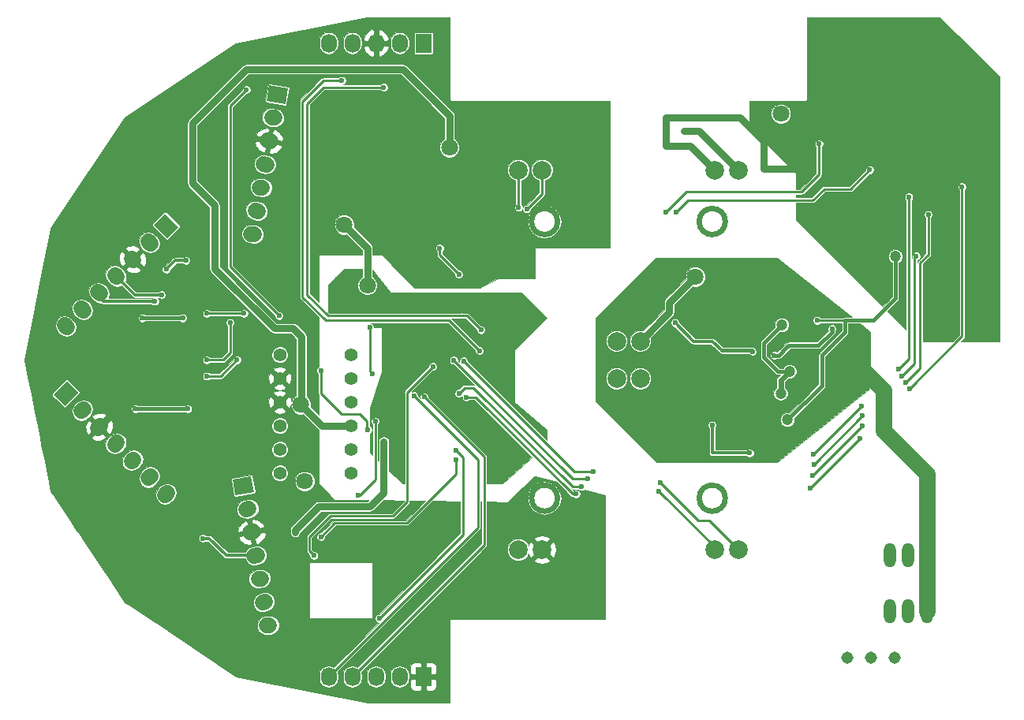
<source format=gbr>
G04 #@! TF.FileFunction,Copper,L2,Bot,Signal*
%FSLAX46Y46*%
G04 Gerber Fmt 4.6, Leading zero omitted, Abs format (unit mm)*
G04 Created by KiCad (PCBNEW 4.0.2-stable) date 4/4/2016 10:35:23 AM*
%MOMM*%
G01*
G04 APERTURE LIST*
%ADD10C,0.100000*%
%ADD11C,0.600000*%
%ADD12C,2.000000*%
%ADD13C,1.727200*%
%ADD14C,1.308000*%
%ADD15O,1.308000X2.616000*%
%ADD16C,1.422400*%
%ADD17R,1.727200X2.032000*%
%ADD18O,1.727200X2.032000*%
%ADD19C,1.200000*%
%ADD20C,0.600000*%
%ADD21C,1.800000*%
%ADD22C,1.800000*%
%ADD23C,0.800000*%
%ADD24C,1.500000*%
%ADD25C,0.280000*%
%ADD26C,0.400000*%
%ADD27C,0.350000*%
%ADD28C,0.250000*%
%ADD29C,0.025400*%
G04 APERTURE END LIST*
D10*
D11*
X191400000Y-104850000D02*
G75*
G03X191400000Y-104850000I-1400000J0D01*
G01*
X209400000Y-104850000D02*
G75*
G03X209400000Y-104850000I-1400000J0D01*
G01*
X209400000Y-75150000D02*
G75*
G03X209400000Y-75150000I-1400000J0D01*
G01*
X191400000Y-75150000D02*
G75*
G03X191400000Y-75150000I-1400000J0D01*
G01*
D12*
X208270000Y-110375000D03*
X210810000Y-110375000D03*
X189730000Y-110375000D03*
X197730000Y-92000000D03*
X200270000Y-92000000D03*
X187190000Y-110375000D03*
X189730000Y-69625000D03*
X187190000Y-69625000D03*
X208270000Y-69625000D03*
X200270000Y-88000000D03*
X197730000Y-88000000D03*
X210810000Y-69625000D03*
D10*
G36*
X160172672Y-62169818D02*
X160472597Y-60468858D01*
X162473726Y-60821712D01*
X162173801Y-62522672D01*
X160172672Y-62169818D01*
X160172672Y-62169818D01*
G37*
D13*
X160732048Y-63970713D02*
X161032218Y-64023641D01*
X160290981Y-66472124D02*
X160591151Y-66525052D01*
X159849915Y-68973536D02*
X160150085Y-69026464D01*
X159408849Y-71474948D02*
X159709019Y-71527876D01*
X158967782Y-73976359D02*
X159267952Y-74029287D01*
X158526716Y-76477771D02*
X158826886Y-76530699D01*
D10*
G36*
X138504083Y-94940924D02*
X137282768Y-93719609D01*
X138719609Y-92282768D01*
X139940924Y-93504083D01*
X138504083Y-94940924D01*
X138504083Y-94940924D01*
G37*
D13*
X140300135Y-95515661D02*
X140515661Y-95300135D01*
X142096186Y-97311712D02*
X142311712Y-97096186D01*
X143892237Y-99107763D02*
X144107763Y-98892237D01*
X145688288Y-100903814D02*
X145903814Y-100688288D01*
X147484339Y-102699865D02*
X147699865Y-102484339D01*
X149280391Y-104495917D02*
X149495917Y-104280391D01*
D10*
G36*
X148059076Y-75504083D02*
X149280391Y-74282768D01*
X150717232Y-75719609D01*
X149495917Y-76940924D01*
X148059076Y-75504083D01*
X148059076Y-75504083D01*
G37*
D13*
X147484339Y-77300135D02*
X147699865Y-77515661D01*
X145688288Y-79096186D02*
X145903814Y-79311712D01*
X143892237Y-80892237D02*
X144107763Y-81107763D01*
X142096186Y-82688288D02*
X142311712Y-82903814D01*
X140300135Y-84484339D02*
X140515661Y-84699865D01*
X138504083Y-86280391D02*
X138719609Y-86495917D01*
D10*
G36*
X156826199Y-104522672D02*
X156526274Y-102821712D01*
X158527403Y-102468858D01*
X158827328Y-104169818D01*
X156826199Y-104522672D01*
X156826199Y-104522672D01*
G37*
D13*
X157967782Y-106023641D02*
X158267952Y-105970713D01*
X158408849Y-108525052D02*
X158709019Y-108472124D01*
X158849915Y-111026464D02*
X159150085Y-110973536D01*
X159290981Y-113527876D02*
X159591151Y-113474948D01*
X159732048Y-116029287D02*
X160032218Y-115976359D01*
X160173114Y-118530699D02*
X160473284Y-118477771D01*
D14*
X227540000Y-122000000D03*
X225000000Y-122000000D03*
X222460000Y-122000000D03*
D15*
X227027500Y-110952500D03*
X229027500Y-110952500D03*
X231027500Y-110952500D03*
X227027500Y-116952500D03*
X229027500Y-116952500D03*
X231027500Y-116952500D03*
D16*
X161590000Y-91990000D03*
X161590000Y-89450000D03*
X169210000Y-89450000D03*
X169210000Y-94530000D03*
X169210000Y-102150000D03*
X161590000Y-94530000D03*
X169210000Y-99610000D03*
X161590000Y-102150000D03*
X169210000Y-91990000D03*
X161590000Y-97070000D03*
X169210000Y-97070000D03*
X161590000Y-99610000D03*
D17*
X177000000Y-124000000D03*
D18*
X174460000Y-124000000D03*
X171920000Y-124000000D03*
X169380000Y-124000000D03*
X166840000Y-124000000D03*
D17*
X177000000Y-56000000D03*
D18*
X174460000Y-56000000D03*
X171920000Y-56000000D03*
X169380000Y-56000000D03*
X166840000Y-56000000D03*
D19*
X209640000Y-95810000D03*
X209630000Y-84280000D03*
D20*
X213270000Y-80140000D03*
X212200000Y-79800000D03*
D21*
X221500000Y-90000000D03*
X174600000Y-109800000D03*
D19*
X177000000Y-80600000D03*
D21*
X167600000Y-67600000D03*
X172000000Y-63800000D03*
D20*
X188000000Y-87000000D03*
X176000000Y-91500000D03*
D21*
X186250000Y-107250000D03*
X186500000Y-99750000D03*
X188750000Y-107500000D03*
X173750000Y-95250000D03*
X168250000Y-81750000D03*
X162250000Y-81750000D03*
X185750000Y-80000000D03*
X194000000Y-74500000D03*
D20*
X213250000Y-90690000D03*
X211970000Y-90460000D03*
D21*
X218000000Y-69500000D03*
X215225000Y-66275000D03*
D20*
X152020000Y-94340000D03*
D21*
X165270000Y-120080000D03*
D20*
X166380000Y-118290000D03*
X169260000Y-110450000D03*
X167430000Y-109830000D03*
D21*
X145000000Y-89500000D03*
X233500000Y-68500000D03*
X229500000Y-69500000D03*
X144000000Y-94600000D03*
X172800000Y-77600000D03*
X185400000Y-75400000D03*
X173400000Y-75400000D03*
X213342500Y-84015000D03*
X213342500Y-95985000D03*
D20*
X177100000Y-93970000D03*
X175980000Y-93850000D03*
D19*
X216060000Y-96450000D03*
D20*
X219240000Y-85750000D03*
D19*
X227660000Y-78910000D03*
D20*
X163250000Y-108500000D03*
X172750000Y-98750000D03*
D21*
X171000000Y-82000000D03*
X168500000Y-75500000D03*
X215375000Y-63575000D03*
D20*
X183180000Y-86780000D03*
X172750000Y-60750000D03*
X183010000Y-89010000D03*
X168250000Y-60000000D03*
X158000000Y-61000000D03*
X161500000Y-85250000D03*
X170030000Y-104530000D03*
X171840000Y-96590000D03*
D21*
X163860000Y-94800000D03*
X164250000Y-103020000D03*
X179800000Y-67200000D03*
D20*
X205000000Y-65400000D03*
D19*
X215470000Y-86240000D03*
X215340000Y-93600000D03*
X216280000Y-91250000D03*
D20*
X171500000Y-91500000D03*
X171250000Y-86500000D03*
X224125000Y-97075000D03*
X228800000Y-92400000D03*
X218800000Y-102400000D03*
X231200000Y-74400000D03*
X223850000Y-98400000D03*
X229150000Y-93100000D03*
X218500000Y-103750000D03*
X234800000Y-71400000D03*
X224010000Y-95010000D03*
X228000000Y-91000000D03*
X229100000Y-72500000D03*
X218885000Y-100135000D03*
X224075000Y-96025000D03*
X228350000Y-91750000D03*
X229900000Y-78850000D03*
X218900000Y-101200000D03*
X202390000Y-103160000D03*
X187200000Y-73630000D03*
X180250000Y-90050000D03*
X194600000Y-102800000D03*
X181330000Y-90130000D03*
X195200000Y-102000000D03*
X208000000Y-97000000D03*
X212000000Y-100000000D03*
X212310000Y-89100000D03*
X204000000Y-86000000D03*
X180500000Y-100750000D03*
X166000000Y-109000000D03*
X178030000Y-90720000D03*
X165250000Y-111000000D03*
X224900000Y-69600000D03*
X204150000Y-74100000D03*
X219450000Y-66800000D03*
X203000000Y-74150000D03*
X153750000Y-91750000D03*
X157000000Y-90000000D03*
X153750000Y-90000000D03*
X156250000Y-86000000D03*
X153750000Y-85000000D03*
X157750000Y-85000000D03*
X151170000Y-85490000D03*
X146820000Y-85490000D03*
X146080000Y-95250000D03*
X151710000Y-95250000D03*
X180800000Y-80800000D03*
X178750000Y-78000000D03*
X188090000Y-73800000D03*
X214660000Y-89530000D03*
X220860000Y-86650000D03*
X202290000Y-104090000D03*
X180500000Y-99750000D03*
X172250000Y-117750000D03*
X171030000Y-97520000D03*
X166000000Y-91120000D03*
X153325000Y-109175000D03*
X149400000Y-80275000D03*
X151525000Y-79325000D03*
X148900000Y-83000000D03*
X148175000Y-83700000D03*
D21*
X206165000Y-81085000D03*
D20*
X193400000Y-104400000D03*
X181600000Y-94000000D03*
X194000000Y-103600000D03*
X180800000Y-93600000D03*
D22*
X231027500Y-110952500D02*
X231027500Y-116952500D01*
X231027500Y-110952500D02*
X231027500Y-102277500D01*
X223050000Y-90000000D02*
X221500000Y-90000000D01*
X226350000Y-93300000D02*
X223050000Y-90000000D01*
X226350000Y-97600000D02*
X226350000Y-93300000D01*
X231027500Y-102277500D02*
X226350000Y-97600000D01*
D23*
X172000000Y-63800000D02*
X171400000Y-63800000D01*
X171400000Y-63800000D02*
X167600000Y-67600000D01*
X218000000Y-69500000D02*
X213500000Y-69500000D01*
X213500000Y-66500000D02*
X213500000Y-69500000D01*
X211000000Y-64000000D02*
X203000000Y-64000000D01*
X205645000Y-67000000D02*
X208270000Y-69625000D01*
X205645000Y-67000000D02*
X203000000Y-67000000D01*
X203000000Y-64000000D02*
X203000000Y-67000000D01*
X211000000Y-64000000D02*
X213500000Y-66500000D01*
X142203949Y-97203949D02*
X144000000Y-95407898D01*
X144000000Y-95407898D02*
X144000000Y-94600000D01*
D24*
X213265000Y-84015000D02*
X213342500Y-84015000D01*
X213000000Y-83750000D02*
X213265000Y-84015000D01*
X213265000Y-95985000D02*
X213342500Y-95985000D01*
X213000000Y-96250000D02*
X213265000Y-95985000D01*
D25*
X183530000Y-109850000D02*
X169380000Y-124000000D01*
X183530000Y-100400000D02*
X183530000Y-109850000D01*
X177100000Y-93970000D02*
X183530000Y-100400000D01*
X182840000Y-108000000D02*
X166840000Y-124000000D01*
X182840000Y-100710000D02*
X182840000Y-108000000D01*
X175980000Y-93850000D02*
X182840000Y-100710000D01*
D26*
X219750000Y-92760000D02*
X219750000Y-89500000D01*
X216060000Y-96450000D02*
X219750000Y-92760000D01*
X222250000Y-87000000D02*
X222250000Y-85750000D01*
X219750000Y-89500000D02*
X222250000Y-87000000D01*
X222240000Y-85750000D02*
X222250000Y-85750000D01*
D25*
X219240000Y-85750000D02*
X222240000Y-85750000D01*
D26*
X222250000Y-85750000D02*
X225300000Y-85750000D01*
X225300000Y-85750000D02*
X227660000Y-83390000D01*
X227660000Y-83390000D02*
X227660000Y-78910000D01*
D23*
X163250000Y-108250000D02*
X163250000Y-108500000D01*
X165750000Y-105750000D02*
X163250000Y-108250000D01*
X171250000Y-105750000D02*
X165750000Y-105750000D01*
X172750000Y-104250000D02*
X171250000Y-105750000D01*
X172750000Y-98750000D02*
X172750000Y-104250000D01*
X171000000Y-82000000D02*
X171000000Y-78000000D01*
X171000000Y-78000000D02*
X168500000Y-75500000D01*
D25*
X181070000Y-85220000D02*
X181070000Y-85250000D01*
X181100000Y-85250000D02*
X181070000Y-85220000D01*
X181650000Y-85250000D02*
X181100000Y-85250000D01*
X183180000Y-86780000D02*
X181650000Y-85250000D01*
X166250000Y-60750000D02*
X172750000Y-60750000D01*
X164500000Y-62500000D02*
X166250000Y-60750000D01*
X164500000Y-83000000D02*
X164500000Y-62500000D01*
X166750000Y-85250000D02*
X164500000Y-83000000D01*
X181070000Y-85250000D02*
X166750000Y-85250000D01*
X179370000Y-85750000D02*
X179750000Y-85750000D01*
X179750000Y-85750000D02*
X183010000Y-89010000D01*
X179370000Y-85750000D02*
X166500000Y-85750000D01*
X166250000Y-60000000D02*
X168250000Y-60000000D01*
X164000000Y-62250000D02*
X166250000Y-60000000D01*
X164000000Y-83250000D02*
X164000000Y-62250000D01*
X166500000Y-85750000D02*
X164000000Y-83250000D01*
X156250000Y-62750000D02*
X158000000Y-61000000D01*
X156250000Y-80000000D02*
X156250000Y-62750000D01*
X161500000Y-85250000D02*
X156250000Y-80000000D01*
X171850000Y-102000000D02*
X171850000Y-102870000D01*
X170190000Y-104530000D02*
X170030000Y-104530000D01*
X171850000Y-102870000D02*
X170190000Y-104530000D01*
X171850000Y-96600000D02*
X171850000Y-102000000D01*
X171840000Y-96590000D02*
X171850000Y-96600000D01*
D23*
X169210000Y-97070000D02*
X166130000Y-97070000D01*
X166130000Y-97070000D02*
X163860000Y-94800000D01*
X163910000Y-94750000D02*
X163910000Y-87510000D01*
X163860000Y-94800000D02*
X163910000Y-94750000D01*
X163000000Y-86600000D02*
X163910000Y-87510000D01*
X161000000Y-86600000D02*
X163000000Y-86600000D01*
X152200000Y-71000000D02*
X154600000Y-73400000D01*
X152200000Y-64600000D02*
X152200000Y-71000000D01*
X176000000Y-60000000D02*
X174800000Y-58800000D01*
X179800000Y-67200000D02*
X179800000Y-63800000D01*
X179800000Y-63800000D02*
X176000000Y-60000000D01*
X174800000Y-58800000D02*
X158000000Y-58800000D01*
X158000000Y-58800000D02*
X152200000Y-64600000D01*
X154600000Y-73400000D02*
X154600000Y-80200000D01*
X154600000Y-80200000D02*
X161000000Y-86600000D01*
X206585000Y-65400000D02*
X210810000Y-69625000D01*
X205000000Y-65400000D02*
X206585000Y-65400000D01*
D26*
X216280000Y-91250000D02*
X215020000Y-91250000D01*
X213520000Y-88190000D02*
X215470000Y-86240000D01*
X213520000Y-89750000D02*
X213520000Y-88190000D01*
X215020000Y-91250000D02*
X213520000Y-89750000D01*
D11*
X215340000Y-92190000D02*
X215340000Y-93600000D01*
X216280000Y-91250000D02*
X215340000Y-92190000D01*
D25*
X171250000Y-86500000D02*
X171250000Y-91250000D01*
X171250000Y-91250000D02*
X171500000Y-91500000D01*
X230300000Y-85200000D02*
X230300000Y-79600000D01*
X218800000Y-102400000D02*
X224125000Y-97075000D01*
X228800000Y-92400000D02*
X230300000Y-90900000D01*
X230300000Y-90900000D02*
X230300000Y-85200000D01*
X231200000Y-78700000D02*
X231200000Y-74400000D01*
X230300000Y-79600000D02*
X231200000Y-78700000D01*
X218500000Y-103750000D02*
X223850000Y-98400000D01*
X229150000Y-93100000D02*
X234800000Y-87450000D01*
X234800000Y-87450000D02*
X234800000Y-71400000D01*
X228000000Y-91000000D02*
X228010000Y-91010000D01*
X228010000Y-91010000D02*
X228000000Y-91000000D01*
X228000000Y-91000000D02*
X228000000Y-91020000D01*
X229100000Y-72950000D02*
X229100000Y-72500000D01*
X229100000Y-89920000D02*
X228000000Y-91020000D01*
X229100000Y-89920000D02*
X229100000Y-72950000D01*
X224010000Y-95010000D02*
X218885000Y-100135000D01*
X229700000Y-79050000D02*
X229900000Y-78850000D01*
X229700000Y-79050000D02*
X229700000Y-83800000D01*
X229700000Y-90400000D02*
X229700000Y-83800000D01*
X218900000Y-101200000D02*
X224075000Y-96025000D01*
X228350000Y-91750000D02*
X229700000Y-90400000D01*
X229700000Y-83800000D02*
X229700000Y-83700000D01*
X207655000Y-107220000D02*
X210810000Y-110375000D01*
X206450000Y-107220000D02*
X207655000Y-107220000D01*
X202390000Y-103160000D02*
X206450000Y-107220000D01*
X187190000Y-69625000D02*
X187190000Y-73620000D01*
X187190000Y-73620000D02*
X187200000Y-73630000D01*
X181600000Y-91400000D02*
X180250000Y-90050000D01*
X193000000Y-102800000D02*
X194600000Y-102800000D01*
X181600000Y-91400000D02*
X193000000Y-102800000D01*
X182400000Y-91200000D02*
X181330000Y-90130000D01*
X193200000Y-102000000D02*
X195200000Y-102000000D01*
X182400000Y-91200000D02*
X193200000Y-102000000D01*
D27*
X208000000Y-100000000D02*
X208000000Y-97000000D01*
X212000000Y-100000000D02*
X208000000Y-100000000D01*
D26*
X211440000Y-89000000D02*
X212210000Y-89000000D01*
X212210000Y-89000000D02*
X212310000Y-89100000D01*
X211440000Y-89000000D02*
X209000000Y-89000000D01*
D27*
X206000000Y-88000000D02*
X204000000Y-86000000D01*
X208000000Y-88000000D02*
X206000000Y-88000000D01*
X209000000Y-89000000D02*
X208000000Y-88000000D01*
D28*
X180500000Y-102250000D02*
X180500000Y-100750000D01*
X175250000Y-107500000D02*
X180500000Y-102250000D01*
X167500000Y-107500000D02*
X175250000Y-107500000D01*
X166000000Y-109000000D02*
X167500000Y-107500000D01*
D25*
X175250000Y-93500000D02*
X178030000Y-90720000D01*
D28*
X175250000Y-105250000D02*
X175250000Y-93500000D01*
X173750000Y-106750000D02*
X175250000Y-105250000D01*
X167000000Y-106750000D02*
X173750000Y-106750000D01*
X164750000Y-109000000D02*
X167000000Y-106750000D01*
X164750000Y-110500000D02*
X164750000Y-109000000D01*
X165250000Y-111000000D02*
X164750000Y-110500000D01*
D25*
X222850000Y-71650000D02*
X224900000Y-69600000D01*
X220000000Y-71650000D02*
X222850000Y-71650000D01*
X218800000Y-72850000D02*
X220000000Y-71650000D01*
X205400000Y-72850000D02*
X218800000Y-72850000D01*
X204150000Y-74100000D02*
X205400000Y-72850000D01*
X219450000Y-70100000D02*
X219450000Y-66800000D01*
X217600000Y-71950000D02*
X219450000Y-70100000D01*
X205200000Y-71950000D02*
X217600000Y-71950000D01*
X203000000Y-74150000D02*
X205200000Y-71950000D01*
X155250000Y-91750000D02*
X153750000Y-91750000D01*
X157000000Y-90000000D02*
X155250000Y-91750000D01*
X153750000Y-90000000D02*
X155500000Y-90000000D01*
X155500000Y-90000000D02*
X156250000Y-89250000D01*
X156250000Y-89250000D02*
X156250000Y-86000000D01*
X157750000Y-85000000D02*
X153750000Y-85000000D01*
D26*
X151170000Y-85490000D02*
X146820000Y-85490000D01*
X146080000Y-95250000D02*
X151710000Y-95250000D01*
D25*
X178750000Y-78750000D02*
X178750000Y-78000000D01*
X180800000Y-80800000D02*
X178750000Y-78750000D01*
X189730000Y-72160000D02*
X189730000Y-69625000D01*
X188090000Y-73800000D02*
X189730000Y-72160000D01*
D26*
X219400000Y-88430000D02*
X220860000Y-86970000D01*
X216210000Y-88430000D02*
X219400000Y-88430000D01*
X215110000Y-89530000D02*
X216000000Y-88640000D01*
X214910000Y-89530000D02*
X215110000Y-89530000D01*
X214660000Y-89530000D02*
X214910000Y-89530000D01*
X216000000Y-88640000D02*
X216210000Y-88430000D01*
X220860000Y-86970000D02*
X220860000Y-86650000D01*
D25*
X202290000Y-104090000D02*
X208270000Y-110070000D01*
X208270000Y-110070000D02*
X208270000Y-110375000D01*
D28*
X180500000Y-99750000D02*
X181250000Y-100500000D01*
X181250000Y-100500000D02*
X181250000Y-108750000D01*
X181250000Y-108750000D02*
X172250000Y-117750000D01*
D25*
X170890000Y-97380000D02*
X170890000Y-96560000D01*
X171030000Y-97520000D02*
X170890000Y-97380000D01*
X170890000Y-96560000D02*
X170160000Y-95830000D01*
X170160000Y-95830000D02*
X168240000Y-95830000D01*
X168240000Y-95830000D02*
X166000000Y-93590000D01*
X166000000Y-93590000D02*
X166000000Y-91120000D01*
D27*
X159000000Y-111000000D02*
X155850000Y-111000000D01*
X153325000Y-109175000D02*
X154025000Y-109175000D01*
X154025000Y-109175000D02*
X155850000Y-111000000D01*
X150350000Y-79325000D02*
X149400000Y-80275000D01*
X151525000Y-79325000D02*
X150350000Y-79325000D01*
X146000000Y-83000000D02*
X144000000Y-81000000D01*
X148900000Y-83000000D02*
X146000000Y-83000000D01*
X148175000Y-83700000D02*
X142682898Y-83700000D01*
X142203949Y-82796051D02*
X142682898Y-83700000D01*
D23*
X206165000Y-81085000D02*
X205250000Y-82000000D01*
X203375000Y-84895000D02*
X203375000Y-83875000D01*
X200270000Y-88000000D02*
X203375000Y-84895000D01*
X203375000Y-83875000D02*
X205250000Y-82000000D01*
D25*
X181600000Y-94000000D02*
X182600000Y-94000000D01*
X193000000Y-104400000D02*
X193400000Y-104400000D01*
X182600000Y-94000000D02*
X193000000Y-104400000D01*
X181400000Y-93000000D02*
X182400000Y-93000000D01*
X193000000Y-103600000D02*
X194000000Y-103600000D01*
X182400000Y-93000000D02*
X193000000Y-103600000D01*
X180800000Y-93600000D02*
X181400000Y-93000000D01*
D29*
G36*
X222963795Y-85387300D02*
X222240000Y-85387300D01*
X222101201Y-85414909D01*
X222052724Y-85447300D01*
X219591614Y-85447300D01*
X219502441Y-85357971D01*
X219332441Y-85287380D01*
X219148367Y-85287220D01*
X218978244Y-85357513D01*
X218847971Y-85487559D01*
X218777380Y-85657559D01*
X218777220Y-85841633D01*
X218847513Y-86011756D01*
X218977559Y-86142029D01*
X219147559Y-86212620D01*
X219331633Y-86212780D01*
X219501756Y-86142487D01*
X219591700Y-86052700D01*
X221887300Y-86052700D01*
X221887300Y-86849764D01*
X219493532Y-89243532D01*
X219414909Y-89361201D01*
X219387299Y-89500000D01*
X219387300Y-89500005D01*
X219387300Y-92609764D01*
X216281096Y-95715968D01*
X216212376Y-95687433D01*
X215908955Y-95687168D01*
X215628530Y-95803038D01*
X215413792Y-96017401D01*
X215297433Y-96297624D01*
X215297168Y-96601045D01*
X215413038Y-96881470D01*
X215627401Y-97096208D01*
X215907624Y-97212567D01*
X216211045Y-97212832D01*
X216491470Y-97096962D01*
X216706208Y-96882599D01*
X216822567Y-96602376D01*
X216822832Y-96298955D01*
X216793930Y-96229006D01*
X220006468Y-93016468D01*
X220085091Y-92898799D01*
X220112700Y-92760000D01*
X220112700Y-89650236D01*
X222506468Y-87256468D01*
X222585091Y-87138799D01*
X222612701Y-87000000D01*
X222612700Y-86999995D01*
X222612700Y-86112700D01*
X223870545Y-86112700D01*
X224987300Y-87006104D01*
X224987300Y-92993896D01*
X214995545Y-100987300D01*
X202005260Y-100987300D01*
X198109593Y-97091633D01*
X207537220Y-97091633D01*
X207607513Y-97261756D01*
X207662300Y-97316639D01*
X207662300Y-100000000D01*
X207688006Y-100129232D01*
X207761210Y-100238790D01*
X207870768Y-100311994D01*
X208000000Y-100337700D01*
X211683325Y-100337700D01*
X211737559Y-100392029D01*
X211907559Y-100462620D01*
X212091633Y-100462780D01*
X212261756Y-100392487D01*
X212392029Y-100262441D01*
X212462620Y-100092441D01*
X212462780Y-99908367D01*
X212392487Y-99738244D01*
X212262441Y-99607971D01*
X212092441Y-99537380D01*
X211908367Y-99537220D01*
X211738244Y-99607513D01*
X211683361Y-99662300D01*
X208337700Y-99662300D01*
X208337700Y-97316675D01*
X208392029Y-97262441D01*
X208462620Y-97092441D01*
X208462780Y-96908367D01*
X208392487Y-96738244D01*
X208262441Y-96607971D01*
X208092441Y-96537380D01*
X207908367Y-96537220D01*
X207738244Y-96607513D01*
X207607971Y-96737559D01*
X207537380Y-96907559D01*
X207537220Y-97091633D01*
X198109593Y-97091633D01*
X195512700Y-94494740D01*
X195512700Y-92230261D01*
X196567098Y-92230261D01*
X196743736Y-92657756D01*
X197070523Y-92985115D01*
X197497710Y-93162498D01*
X197960261Y-93162902D01*
X198387756Y-92986264D01*
X198715115Y-92659477D01*
X198892498Y-92232290D01*
X198892499Y-92230261D01*
X199107098Y-92230261D01*
X199283736Y-92657756D01*
X199610523Y-92985115D01*
X200037710Y-93162498D01*
X200500261Y-93162902D01*
X200927756Y-92986264D01*
X201255115Y-92659477D01*
X201432498Y-92232290D01*
X201432902Y-91769739D01*
X201256264Y-91342244D01*
X200929477Y-91014885D01*
X200502290Y-90837502D01*
X200039739Y-90837098D01*
X199612244Y-91013736D01*
X199284885Y-91340523D01*
X199107502Y-91767710D01*
X199107098Y-92230261D01*
X198892499Y-92230261D01*
X198892902Y-91769739D01*
X198716264Y-91342244D01*
X198389477Y-91014885D01*
X197962290Y-90837502D01*
X197499739Y-90837098D01*
X197072244Y-91013736D01*
X196744885Y-91340523D01*
X196567502Y-91767710D01*
X196567098Y-92230261D01*
X195512700Y-92230261D01*
X195512700Y-88230261D01*
X196567098Y-88230261D01*
X196743736Y-88657756D01*
X197070523Y-88985115D01*
X197497710Y-89162498D01*
X197960261Y-89162902D01*
X198387756Y-88986264D01*
X198715115Y-88659477D01*
X198892498Y-88232290D01*
X198892499Y-88230261D01*
X199107098Y-88230261D01*
X199283736Y-88657756D01*
X199610523Y-88985115D01*
X200037710Y-89162498D01*
X200500261Y-89162902D01*
X200927756Y-88986264D01*
X201255115Y-88659477D01*
X201432498Y-88232290D01*
X201432902Y-87769739D01*
X201392886Y-87672892D01*
X202974145Y-86091633D01*
X203537220Y-86091633D01*
X203607513Y-86261756D01*
X203737559Y-86392029D01*
X203907559Y-86462620D01*
X203985107Y-86462687D01*
X205761210Y-88238790D01*
X205870768Y-88311994D01*
X206000000Y-88337700D01*
X207860120Y-88337700D01*
X208672339Y-89149919D01*
X208743532Y-89256468D01*
X208861201Y-89335091D01*
X209000000Y-89362700D01*
X211918455Y-89362700D01*
X212047559Y-89492029D01*
X212217559Y-89562620D01*
X212401633Y-89562780D01*
X212571756Y-89492487D01*
X212702029Y-89362441D01*
X212772620Y-89192441D01*
X212772780Y-89008367D01*
X212702487Y-88838244D01*
X212572441Y-88707971D01*
X212402441Y-88637380D01*
X212218367Y-88637220D01*
X212215519Y-88638397D01*
X212210000Y-88637299D01*
X212209995Y-88637300D01*
X209114880Y-88637300D01*
X208667580Y-88190000D01*
X213157299Y-88190000D01*
X213157300Y-88190005D01*
X213157300Y-89749995D01*
X213157299Y-89750000D01*
X213184909Y-89888799D01*
X213263532Y-90006468D01*
X214763530Y-91506465D01*
X214763532Y-91506468D01*
X214834069Y-91553599D01*
X214881200Y-91585091D01*
X215020000Y-91612700D01*
X215262944Y-91612700D01*
X215012822Y-91862822D01*
X214912521Y-92012932D01*
X214877300Y-92190000D01*
X214877300Y-92984213D01*
X214693792Y-93167401D01*
X214577433Y-93447624D01*
X214577168Y-93751045D01*
X214693038Y-94031470D01*
X214907401Y-94246208D01*
X215187624Y-94362567D01*
X215491045Y-94362832D01*
X215771470Y-94246962D01*
X215986208Y-94032599D01*
X216102567Y-93752376D01*
X216102832Y-93448955D01*
X215986962Y-93168530D01*
X215802700Y-92983946D01*
X215802700Y-92381656D01*
X216171750Y-92012606D01*
X216431045Y-92012832D01*
X216711470Y-91896962D01*
X216926208Y-91682599D01*
X217042567Y-91402376D01*
X217042832Y-91098955D01*
X216926962Y-90818530D01*
X216712599Y-90603792D01*
X216432376Y-90487433D01*
X216128955Y-90487168D01*
X215848530Y-90603038D01*
X215633792Y-90817401D01*
X215604767Y-90887300D01*
X215170235Y-90887300D01*
X213904569Y-89621633D01*
X214197220Y-89621633D01*
X214267513Y-89791756D01*
X214397559Y-89922029D01*
X214567559Y-89992620D01*
X214751633Y-89992780D01*
X214921756Y-89922487D01*
X214951595Y-89892700D01*
X215109995Y-89892700D01*
X215110000Y-89892701D01*
X215248799Y-89865091D01*
X215366468Y-89786468D01*
X216360236Y-88792700D01*
X219399995Y-88792700D01*
X219400000Y-88792701D01*
X219538799Y-88765091D01*
X219656468Y-88686468D01*
X221116465Y-87226470D01*
X221116468Y-87226468D01*
X221195091Y-87108799D01*
X221222701Y-86970000D01*
X221222700Y-86969995D01*
X221222700Y-86941719D01*
X221252029Y-86912441D01*
X221322620Y-86742441D01*
X221322780Y-86558367D01*
X221252487Y-86388244D01*
X221122441Y-86257971D01*
X220952441Y-86187380D01*
X220768367Y-86187220D01*
X220598244Y-86257513D01*
X220467971Y-86387559D01*
X220397380Y-86557559D01*
X220397220Y-86741633D01*
X220449326Y-86867739D01*
X219249764Y-88067300D01*
X216210005Y-88067300D01*
X216210000Y-88067299D01*
X216071201Y-88094909D01*
X215953532Y-88173532D01*
X214959764Y-89167300D01*
X214951719Y-89167300D01*
X214922441Y-89137971D01*
X214752441Y-89067380D01*
X214568367Y-89067220D01*
X214398244Y-89137513D01*
X214267971Y-89267559D01*
X214197380Y-89437559D01*
X214197220Y-89621633D01*
X213904569Y-89621633D01*
X213882700Y-89599764D01*
X213882700Y-88340236D01*
X215248904Y-86974032D01*
X215317624Y-87002567D01*
X215621045Y-87002832D01*
X215901470Y-86886962D01*
X216116208Y-86672599D01*
X216232567Y-86392376D01*
X216232832Y-86088955D01*
X216116962Y-85808530D01*
X215902599Y-85593792D01*
X215622376Y-85477433D01*
X215318955Y-85477168D01*
X215038530Y-85593038D01*
X214823792Y-85807401D01*
X214707433Y-86087624D01*
X214707168Y-86391045D01*
X214736071Y-86460994D01*
X213263532Y-87933532D01*
X213184909Y-88051201D01*
X213157299Y-88190000D01*
X208667580Y-88190000D01*
X208238790Y-87761210D01*
X208129232Y-87688006D01*
X208000000Y-87662300D01*
X206139880Y-87662300D01*
X204462713Y-85985133D01*
X204462780Y-85908367D01*
X204392487Y-85738244D01*
X204262441Y-85607971D01*
X204092441Y-85537380D01*
X203908367Y-85537220D01*
X203738244Y-85607513D01*
X203607971Y-85737559D01*
X203537380Y-85907559D01*
X203537220Y-86091633D01*
X202974145Y-86091633D01*
X203772889Y-85292889D01*
X203894867Y-85110336D01*
X203937700Y-84895000D01*
X203937700Y-84108078D01*
X205914231Y-82131547D01*
X205952688Y-82147516D01*
X206375457Y-82147885D01*
X206766185Y-81986439D01*
X207065388Y-81687757D01*
X207227516Y-81297312D01*
X207227885Y-80874543D01*
X207066439Y-80483815D01*
X206767757Y-80184612D01*
X206377312Y-80022484D01*
X205954543Y-80022115D01*
X205563815Y-80183561D01*
X205264612Y-80482243D01*
X205102484Y-80872688D01*
X205102115Y-81295457D01*
X205118678Y-81335544D01*
X202977111Y-83477111D01*
X202855133Y-83659664D01*
X202812300Y-83875000D01*
X202812300Y-84661922D01*
X200597278Y-86876944D01*
X200502290Y-86837502D01*
X200039739Y-86837098D01*
X199612244Y-87013736D01*
X199284885Y-87340523D01*
X199107502Y-87767710D01*
X199107098Y-88230261D01*
X198892499Y-88230261D01*
X198892902Y-87769739D01*
X198716264Y-87342244D01*
X198389477Y-87014885D01*
X197962290Y-86837502D01*
X197499739Y-86837098D01*
X197072244Y-87013736D01*
X196744885Y-87340523D01*
X196567502Y-87767710D01*
X196567098Y-88230261D01*
X195512700Y-88230261D01*
X195512700Y-85505260D01*
X202005260Y-79012700D01*
X214995545Y-79012700D01*
X222963795Y-85387300D01*
X222963795Y-85387300D01*
G37*
X222963795Y-85387300D02*
X222240000Y-85387300D01*
X222101201Y-85414909D01*
X222052724Y-85447300D01*
X219591614Y-85447300D01*
X219502441Y-85357971D01*
X219332441Y-85287380D01*
X219148367Y-85287220D01*
X218978244Y-85357513D01*
X218847971Y-85487559D01*
X218777380Y-85657559D01*
X218777220Y-85841633D01*
X218847513Y-86011756D01*
X218977559Y-86142029D01*
X219147559Y-86212620D01*
X219331633Y-86212780D01*
X219501756Y-86142487D01*
X219591700Y-86052700D01*
X221887300Y-86052700D01*
X221887300Y-86849764D01*
X219493532Y-89243532D01*
X219414909Y-89361201D01*
X219387299Y-89500000D01*
X219387300Y-89500005D01*
X219387300Y-92609764D01*
X216281096Y-95715968D01*
X216212376Y-95687433D01*
X215908955Y-95687168D01*
X215628530Y-95803038D01*
X215413792Y-96017401D01*
X215297433Y-96297624D01*
X215297168Y-96601045D01*
X215413038Y-96881470D01*
X215627401Y-97096208D01*
X215907624Y-97212567D01*
X216211045Y-97212832D01*
X216491470Y-97096962D01*
X216706208Y-96882599D01*
X216822567Y-96602376D01*
X216822832Y-96298955D01*
X216793930Y-96229006D01*
X220006468Y-93016468D01*
X220085091Y-92898799D01*
X220112700Y-92760000D01*
X220112700Y-89650236D01*
X222506468Y-87256468D01*
X222585091Y-87138799D01*
X222612701Y-87000000D01*
X222612700Y-86999995D01*
X222612700Y-86112700D01*
X223870545Y-86112700D01*
X224987300Y-87006104D01*
X224987300Y-92993896D01*
X214995545Y-100987300D01*
X202005260Y-100987300D01*
X198109593Y-97091633D01*
X207537220Y-97091633D01*
X207607513Y-97261756D01*
X207662300Y-97316639D01*
X207662300Y-100000000D01*
X207688006Y-100129232D01*
X207761210Y-100238790D01*
X207870768Y-100311994D01*
X208000000Y-100337700D01*
X211683325Y-100337700D01*
X211737559Y-100392029D01*
X211907559Y-100462620D01*
X212091633Y-100462780D01*
X212261756Y-100392487D01*
X212392029Y-100262441D01*
X212462620Y-100092441D01*
X212462780Y-99908367D01*
X212392487Y-99738244D01*
X212262441Y-99607971D01*
X212092441Y-99537380D01*
X211908367Y-99537220D01*
X211738244Y-99607513D01*
X211683361Y-99662300D01*
X208337700Y-99662300D01*
X208337700Y-97316675D01*
X208392029Y-97262441D01*
X208462620Y-97092441D01*
X208462780Y-96908367D01*
X208392487Y-96738244D01*
X208262441Y-96607971D01*
X208092441Y-96537380D01*
X207908367Y-96537220D01*
X207738244Y-96607513D01*
X207607971Y-96737559D01*
X207537380Y-96907559D01*
X207537220Y-97091633D01*
X198109593Y-97091633D01*
X195512700Y-94494740D01*
X195512700Y-92230261D01*
X196567098Y-92230261D01*
X196743736Y-92657756D01*
X197070523Y-92985115D01*
X197497710Y-93162498D01*
X197960261Y-93162902D01*
X198387756Y-92986264D01*
X198715115Y-92659477D01*
X198892498Y-92232290D01*
X198892499Y-92230261D01*
X199107098Y-92230261D01*
X199283736Y-92657756D01*
X199610523Y-92985115D01*
X200037710Y-93162498D01*
X200500261Y-93162902D01*
X200927756Y-92986264D01*
X201255115Y-92659477D01*
X201432498Y-92232290D01*
X201432902Y-91769739D01*
X201256264Y-91342244D01*
X200929477Y-91014885D01*
X200502290Y-90837502D01*
X200039739Y-90837098D01*
X199612244Y-91013736D01*
X199284885Y-91340523D01*
X199107502Y-91767710D01*
X199107098Y-92230261D01*
X198892499Y-92230261D01*
X198892902Y-91769739D01*
X198716264Y-91342244D01*
X198389477Y-91014885D01*
X197962290Y-90837502D01*
X197499739Y-90837098D01*
X197072244Y-91013736D01*
X196744885Y-91340523D01*
X196567502Y-91767710D01*
X196567098Y-92230261D01*
X195512700Y-92230261D01*
X195512700Y-88230261D01*
X196567098Y-88230261D01*
X196743736Y-88657756D01*
X197070523Y-88985115D01*
X197497710Y-89162498D01*
X197960261Y-89162902D01*
X198387756Y-88986264D01*
X198715115Y-88659477D01*
X198892498Y-88232290D01*
X198892499Y-88230261D01*
X199107098Y-88230261D01*
X199283736Y-88657756D01*
X199610523Y-88985115D01*
X200037710Y-89162498D01*
X200500261Y-89162902D01*
X200927756Y-88986264D01*
X201255115Y-88659477D01*
X201432498Y-88232290D01*
X201432902Y-87769739D01*
X201392886Y-87672892D01*
X202974145Y-86091633D01*
X203537220Y-86091633D01*
X203607513Y-86261756D01*
X203737559Y-86392029D01*
X203907559Y-86462620D01*
X203985107Y-86462687D01*
X205761210Y-88238790D01*
X205870768Y-88311994D01*
X206000000Y-88337700D01*
X207860120Y-88337700D01*
X208672339Y-89149919D01*
X208743532Y-89256468D01*
X208861201Y-89335091D01*
X209000000Y-89362700D01*
X211918455Y-89362700D01*
X212047559Y-89492029D01*
X212217559Y-89562620D01*
X212401633Y-89562780D01*
X212571756Y-89492487D01*
X212702029Y-89362441D01*
X212772620Y-89192441D01*
X212772780Y-89008367D01*
X212702487Y-88838244D01*
X212572441Y-88707971D01*
X212402441Y-88637380D01*
X212218367Y-88637220D01*
X212215519Y-88638397D01*
X212210000Y-88637299D01*
X212209995Y-88637300D01*
X209114880Y-88637300D01*
X208667580Y-88190000D01*
X213157299Y-88190000D01*
X213157300Y-88190005D01*
X213157300Y-89749995D01*
X213157299Y-89750000D01*
X213184909Y-89888799D01*
X213263532Y-90006468D01*
X214763530Y-91506465D01*
X214763532Y-91506468D01*
X214834069Y-91553599D01*
X214881200Y-91585091D01*
X215020000Y-91612700D01*
X215262944Y-91612700D01*
X215012822Y-91862822D01*
X214912521Y-92012932D01*
X214877300Y-92190000D01*
X214877300Y-92984213D01*
X214693792Y-93167401D01*
X214577433Y-93447624D01*
X214577168Y-93751045D01*
X214693038Y-94031470D01*
X214907401Y-94246208D01*
X215187624Y-94362567D01*
X215491045Y-94362832D01*
X215771470Y-94246962D01*
X215986208Y-94032599D01*
X216102567Y-93752376D01*
X216102832Y-93448955D01*
X215986962Y-93168530D01*
X215802700Y-92983946D01*
X215802700Y-92381656D01*
X216171750Y-92012606D01*
X216431045Y-92012832D01*
X216711470Y-91896962D01*
X216926208Y-91682599D01*
X217042567Y-91402376D01*
X217042832Y-91098955D01*
X216926962Y-90818530D01*
X216712599Y-90603792D01*
X216432376Y-90487433D01*
X216128955Y-90487168D01*
X215848530Y-90603038D01*
X215633792Y-90817401D01*
X215604767Y-90887300D01*
X215170235Y-90887300D01*
X213904569Y-89621633D01*
X214197220Y-89621633D01*
X214267513Y-89791756D01*
X214397559Y-89922029D01*
X214567559Y-89992620D01*
X214751633Y-89992780D01*
X214921756Y-89922487D01*
X214951595Y-89892700D01*
X215109995Y-89892700D01*
X215110000Y-89892701D01*
X215248799Y-89865091D01*
X215366468Y-89786468D01*
X216360236Y-88792700D01*
X219399995Y-88792700D01*
X219400000Y-88792701D01*
X219538799Y-88765091D01*
X219656468Y-88686468D01*
X221116465Y-87226470D01*
X221116468Y-87226468D01*
X221195091Y-87108799D01*
X221222701Y-86970000D01*
X221222700Y-86969995D01*
X221222700Y-86941719D01*
X221252029Y-86912441D01*
X221322620Y-86742441D01*
X221322780Y-86558367D01*
X221252487Y-86388244D01*
X221122441Y-86257971D01*
X220952441Y-86187380D01*
X220768367Y-86187220D01*
X220598244Y-86257513D01*
X220467971Y-86387559D01*
X220397380Y-86557559D01*
X220397220Y-86741633D01*
X220449326Y-86867739D01*
X219249764Y-88067300D01*
X216210005Y-88067300D01*
X216210000Y-88067299D01*
X216071201Y-88094909D01*
X215953532Y-88173532D01*
X214959764Y-89167300D01*
X214951719Y-89167300D01*
X214922441Y-89137971D01*
X214752441Y-89067380D01*
X214568367Y-89067220D01*
X214398244Y-89137513D01*
X214267971Y-89267559D01*
X214197380Y-89437559D01*
X214197220Y-89621633D01*
X213904569Y-89621633D01*
X213882700Y-89599764D01*
X213882700Y-88340236D01*
X215248904Y-86974032D01*
X215317624Y-87002567D01*
X215621045Y-87002832D01*
X215901470Y-86886962D01*
X216116208Y-86672599D01*
X216232567Y-86392376D01*
X216232832Y-86088955D01*
X216116962Y-85808530D01*
X215902599Y-85593792D01*
X215622376Y-85477433D01*
X215318955Y-85477168D01*
X215038530Y-85593038D01*
X214823792Y-85807401D01*
X214707433Y-86087624D01*
X214707168Y-86391045D01*
X214736071Y-86460994D01*
X213263532Y-87933532D01*
X213184909Y-88051201D01*
X213157299Y-88190000D01*
X208667580Y-88190000D01*
X208238790Y-87761210D01*
X208129232Y-87688006D01*
X208000000Y-87662300D01*
X206139880Y-87662300D01*
X204462713Y-85985133D01*
X204462780Y-85908367D01*
X204392487Y-85738244D01*
X204262441Y-85607971D01*
X204092441Y-85537380D01*
X203908367Y-85537220D01*
X203738244Y-85607513D01*
X203607971Y-85737559D01*
X203537380Y-85907559D01*
X203537220Y-86091633D01*
X202974145Y-86091633D01*
X203772889Y-85292889D01*
X203894867Y-85110336D01*
X203937700Y-84895000D01*
X203937700Y-84108078D01*
X205914231Y-82131547D01*
X205952688Y-82147516D01*
X206375457Y-82147885D01*
X206766185Y-81986439D01*
X207065388Y-81687757D01*
X207227516Y-81297312D01*
X207227885Y-80874543D01*
X207066439Y-80483815D01*
X206767757Y-80184612D01*
X206377312Y-80022484D01*
X205954543Y-80022115D01*
X205563815Y-80183561D01*
X205264612Y-80482243D01*
X205102484Y-80872688D01*
X205102115Y-81295457D01*
X205118678Y-81335544D01*
X202977111Y-83477111D01*
X202855133Y-83659664D01*
X202812300Y-83875000D01*
X202812300Y-84661922D01*
X200597278Y-86876944D01*
X200502290Y-86837502D01*
X200039739Y-86837098D01*
X199612244Y-87013736D01*
X199284885Y-87340523D01*
X199107502Y-87767710D01*
X199107098Y-88230261D01*
X198892499Y-88230261D01*
X198892902Y-87769739D01*
X198716264Y-87342244D01*
X198389477Y-87014885D01*
X197962290Y-86837502D01*
X197499739Y-86837098D01*
X197072244Y-87013736D01*
X196744885Y-87340523D01*
X196567502Y-87767710D01*
X196567098Y-88230261D01*
X195512700Y-88230261D01*
X195512700Y-85505260D01*
X202005260Y-79012700D01*
X214995545Y-79012700D01*
X222963795Y-85387300D01*
G36*
X238812300Y-59577748D02*
X238812300Y-87987300D01*
X234690782Y-87987300D01*
X235014041Y-87664041D01*
X235079658Y-87565838D01*
X235102700Y-87450000D01*
X235102700Y-71751614D01*
X235192029Y-71662441D01*
X235262620Y-71492441D01*
X235262780Y-71308367D01*
X235192487Y-71138244D01*
X235062441Y-71007971D01*
X234892441Y-70937380D01*
X234708367Y-70937220D01*
X234538244Y-71007513D01*
X234407971Y-71137559D01*
X234337380Y-71307559D01*
X234337220Y-71491633D01*
X234407513Y-71661756D01*
X234497300Y-71751700D01*
X234497300Y-87324618D01*
X233834618Y-87987300D01*
X230602700Y-87987300D01*
X230602700Y-79725382D01*
X231414041Y-78914041D01*
X231479658Y-78815838D01*
X231502700Y-78700000D01*
X231502700Y-74751614D01*
X231592029Y-74662441D01*
X231662620Y-74492441D01*
X231662780Y-74308367D01*
X231592487Y-74138244D01*
X231462441Y-74007971D01*
X231292441Y-73937380D01*
X231108367Y-73937220D01*
X230938244Y-74007513D01*
X230807971Y-74137559D01*
X230737380Y-74307559D01*
X230737220Y-74491633D01*
X230807513Y-74661756D01*
X230897300Y-74751700D01*
X230897300Y-78574618D01*
X230085959Y-79385959D01*
X230020342Y-79484162D01*
X230002700Y-79572853D01*
X230002700Y-79308207D01*
X230161756Y-79242487D01*
X230292029Y-79112441D01*
X230362620Y-78942441D01*
X230362780Y-78758367D01*
X230292487Y-78588244D01*
X230162441Y-78457971D01*
X229992441Y-78387380D01*
X229808367Y-78387220D01*
X229638244Y-78457513D01*
X229507971Y-78587559D01*
X229437380Y-78757559D01*
X229437248Y-78908860D01*
X229420342Y-78934162D01*
X229402700Y-79022853D01*
X229402700Y-72851614D01*
X229492029Y-72762441D01*
X229562620Y-72592441D01*
X229562780Y-72408367D01*
X229492487Y-72238244D01*
X229362441Y-72107971D01*
X229192441Y-72037380D01*
X229008367Y-72037220D01*
X228838244Y-72107513D01*
X228707971Y-72237559D01*
X228637380Y-72407559D01*
X228637220Y-72591633D01*
X228707513Y-72761756D01*
X228797300Y-72851700D01*
X228797300Y-86779340D01*
X226790448Y-84772488D01*
X227916468Y-83646468D01*
X227995091Y-83528799D01*
X228022701Y-83390000D01*
X228022700Y-83389995D01*
X228022700Y-79585377D01*
X228091470Y-79556962D01*
X228306208Y-79342599D01*
X228422567Y-79062376D01*
X228422832Y-78758955D01*
X228306962Y-78478530D01*
X228092599Y-78263792D01*
X227812376Y-78147433D01*
X227508955Y-78147168D01*
X227228530Y-78263038D01*
X227013792Y-78477401D01*
X226897433Y-78757624D01*
X226897168Y-79061045D01*
X227013038Y-79341470D01*
X227227401Y-79556208D01*
X227297300Y-79585233D01*
X227297300Y-83239764D01*
X226277512Y-84259552D01*
X217012700Y-74994740D01*
X217012700Y-73152700D01*
X218800000Y-73152700D01*
X218915838Y-73129658D01*
X219014041Y-73064041D01*
X220125382Y-71952700D01*
X222850000Y-71952700D01*
X222965838Y-71929658D01*
X223064041Y-71864041D01*
X224865412Y-70062670D01*
X224991633Y-70062780D01*
X225161756Y-69992487D01*
X225292029Y-69862441D01*
X225362620Y-69692441D01*
X225362780Y-69508367D01*
X225292487Y-69338244D01*
X225162441Y-69207971D01*
X224992441Y-69137380D01*
X224808367Y-69137220D01*
X224638244Y-69207513D01*
X224507971Y-69337559D01*
X224437380Y-69507559D01*
X224437270Y-69634648D01*
X222724618Y-71347300D01*
X220000000Y-71347300D01*
X219884162Y-71370342D01*
X219785959Y-71435959D01*
X218674618Y-72547300D01*
X217012700Y-72547300D01*
X217012700Y-72252700D01*
X217600000Y-72252700D01*
X217715838Y-72229658D01*
X217814041Y-72164041D01*
X219664041Y-70314041D01*
X219729658Y-70215838D01*
X219752700Y-70100000D01*
X219752700Y-67151614D01*
X219842029Y-67062441D01*
X219912620Y-66892441D01*
X219912780Y-66708367D01*
X219842487Y-66538244D01*
X219712441Y-66407971D01*
X219542441Y-66337380D01*
X219358367Y-66337220D01*
X219188244Y-66407513D01*
X219057971Y-66537559D01*
X218987380Y-66707559D01*
X218987220Y-66891633D01*
X219057513Y-67061756D01*
X219147300Y-67151700D01*
X219147300Y-69974618D01*
X217474618Y-71647300D01*
X217012700Y-71647300D01*
X217012700Y-70000000D01*
X217011699Y-69995059D01*
X217008980Y-69991020D01*
X212012700Y-64994740D01*
X212012700Y-63785457D01*
X214312115Y-63785457D01*
X214473561Y-64176185D01*
X214772243Y-64475388D01*
X215162688Y-64637516D01*
X215585457Y-64637885D01*
X215976185Y-64476439D01*
X216275388Y-64177757D01*
X216437516Y-63787312D01*
X216437885Y-63364543D01*
X216276439Y-62973815D01*
X215977757Y-62674612D01*
X215587312Y-62512484D01*
X215164543Y-62512115D01*
X214773815Y-62673561D01*
X214474612Y-62972243D01*
X214312484Y-63362688D01*
X214312115Y-63785457D01*
X212012700Y-63785457D01*
X212012700Y-62187700D01*
X218000000Y-62187700D01*
X218071830Y-62173412D01*
X218132724Y-62132724D01*
X218173412Y-62071830D01*
X218187700Y-62000000D01*
X218187700Y-53187700D01*
X232422252Y-53187700D01*
X238812300Y-59577748D01*
X238812300Y-59577748D01*
G37*
X238812300Y-59577748D02*
X238812300Y-87987300D01*
X234690782Y-87987300D01*
X235014041Y-87664041D01*
X235079658Y-87565838D01*
X235102700Y-87450000D01*
X235102700Y-71751614D01*
X235192029Y-71662441D01*
X235262620Y-71492441D01*
X235262780Y-71308367D01*
X235192487Y-71138244D01*
X235062441Y-71007971D01*
X234892441Y-70937380D01*
X234708367Y-70937220D01*
X234538244Y-71007513D01*
X234407971Y-71137559D01*
X234337380Y-71307559D01*
X234337220Y-71491633D01*
X234407513Y-71661756D01*
X234497300Y-71751700D01*
X234497300Y-87324618D01*
X233834618Y-87987300D01*
X230602700Y-87987300D01*
X230602700Y-79725382D01*
X231414041Y-78914041D01*
X231479658Y-78815838D01*
X231502700Y-78700000D01*
X231502700Y-74751614D01*
X231592029Y-74662441D01*
X231662620Y-74492441D01*
X231662780Y-74308367D01*
X231592487Y-74138244D01*
X231462441Y-74007971D01*
X231292441Y-73937380D01*
X231108367Y-73937220D01*
X230938244Y-74007513D01*
X230807971Y-74137559D01*
X230737380Y-74307559D01*
X230737220Y-74491633D01*
X230807513Y-74661756D01*
X230897300Y-74751700D01*
X230897300Y-78574618D01*
X230085959Y-79385959D01*
X230020342Y-79484162D01*
X230002700Y-79572853D01*
X230002700Y-79308207D01*
X230161756Y-79242487D01*
X230292029Y-79112441D01*
X230362620Y-78942441D01*
X230362780Y-78758367D01*
X230292487Y-78588244D01*
X230162441Y-78457971D01*
X229992441Y-78387380D01*
X229808367Y-78387220D01*
X229638244Y-78457513D01*
X229507971Y-78587559D01*
X229437380Y-78757559D01*
X229437248Y-78908860D01*
X229420342Y-78934162D01*
X229402700Y-79022853D01*
X229402700Y-72851614D01*
X229492029Y-72762441D01*
X229562620Y-72592441D01*
X229562780Y-72408367D01*
X229492487Y-72238244D01*
X229362441Y-72107971D01*
X229192441Y-72037380D01*
X229008367Y-72037220D01*
X228838244Y-72107513D01*
X228707971Y-72237559D01*
X228637380Y-72407559D01*
X228637220Y-72591633D01*
X228707513Y-72761756D01*
X228797300Y-72851700D01*
X228797300Y-86779340D01*
X226790448Y-84772488D01*
X227916468Y-83646468D01*
X227995091Y-83528799D01*
X228022701Y-83390000D01*
X228022700Y-83389995D01*
X228022700Y-79585377D01*
X228091470Y-79556962D01*
X228306208Y-79342599D01*
X228422567Y-79062376D01*
X228422832Y-78758955D01*
X228306962Y-78478530D01*
X228092599Y-78263792D01*
X227812376Y-78147433D01*
X227508955Y-78147168D01*
X227228530Y-78263038D01*
X227013792Y-78477401D01*
X226897433Y-78757624D01*
X226897168Y-79061045D01*
X227013038Y-79341470D01*
X227227401Y-79556208D01*
X227297300Y-79585233D01*
X227297300Y-83239764D01*
X226277512Y-84259552D01*
X217012700Y-74994740D01*
X217012700Y-73152700D01*
X218800000Y-73152700D01*
X218915838Y-73129658D01*
X219014041Y-73064041D01*
X220125382Y-71952700D01*
X222850000Y-71952700D01*
X222965838Y-71929658D01*
X223064041Y-71864041D01*
X224865412Y-70062670D01*
X224991633Y-70062780D01*
X225161756Y-69992487D01*
X225292029Y-69862441D01*
X225362620Y-69692441D01*
X225362780Y-69508367D01*
X225292487Y-69338244D01*
X225162441Y-69207971D01*
X224992441Y-69137380D01*
X224808367Y-69137220D01*
X224638244Y-69207513D01*
X224507971Y-69337559D01*
X224437380Y-69507559D01*
X224437270Y-69634648D01*
X222724618Y-71347300D01*
X220000000Y-71347300D01*
X219884162Y-71370342D01*
X219785959Y-71435959D01*
X218674618Y-72547300D01*
X217012700Y-72547300D01*
X217012700Y-72252700D01*
X217600000Y-72252700D01*
X217715838Y-72229658D01*
X217814041Y-72164041D01*
X219664041Y-70314041D01*
X219729658Y-70215838D01*
X219752700Y-70100000D01*
X219752700Y-67151614D01*
X219842029Y-67062441D01*
X219912620Y-66892441D01*
X219912780Y-66708367D01*
X219842487Y-66538244D01*
X219712441Y-66407971D01*
X219542441Y-66337380D01*
X219358367Y-66337220D01*
X219188244Y-66407513D01*
X219057971Y-66537559D01*
X218987380Y-66707559D01*
X218987220Y-66891633D01*
X219057513Y-67061756D01*
X219147300Y-67151700D01*
X219147300Y-69974618D01*
X217474618Y-71647300D01*
X217012700Y-71647300D01*
X217012700Y-70000000D01*
X217011699Y-69995059D01*
X217008980Y-69991020D01*
X212012700Y-64994740D01*
X212012700Y-63785457D01*
X214312115Y-63785457D01*
X214473561Y-64176185D01*
X214772243Y-64475388D01*
X215162688Y-64637516D01*
X215585457Y-64637885D01*
X215976185Y-64476439D01*
X216275388Y-64177757D01*
X216437516Y-63787312D01*
X216437885Y-63364543D01*
X216276439Y-62973815D01*
X215977757Y-62674612D01*
X215587312Y-62512484D01*
X215164543Y-62512115D01*
X214773815Y-62673561D01*
X214474612Y-62972243D01*
X214312484Y-63362688D01*
X214312115Y-63785457D01*
X212012700Y-63785457D01*
X212012700Y-62187700D01*
X218000000Y-62187700D01*
X218071830Y-62173412D01*
X218132724Y-62132724D01*
X218173412Y-62071830D01*
X218187700Y-62000000D01*
X218187700Y-53187700D01*
X232422252Y-53187700D01*
X238812300Y-59577748D01*
G36*
X179812300Y-62000000D02*
X179826588Y-62071830D01*
X179867276Y-62132724D01*
X179928170Y-62173412D01*
X180000000Y-62187700D01*
X196987300Y-62187700D01*
X196987300Y-77987300D01*
X189000000Y-77987300D01*
X188995059Y-77988301D01*
X188990897Y-77991145D01*
X188988169Y-77995384D01*
X188987300Y-78000000D01*
X188987300Y-81237300D01*
X185000000Y-81237300D01*
X184994320Y-81238641D01*
X182997002Y-82237300D01*
X176005260Y-82237300D01*
X172508980Y-78741020D01*
X172504779Y-78738233D01*
X172500000Y-78737300D01*
X171562700Y-78737300D01*
X171562700Y-78091633D01*
X178287220Y-78091633D01*
X178357513Y-78261756D01*
X178447300Y-78351700D01*
X178447300Y-78750000D01*
X178470342Y-78865838D01*
X178535959Y-78964041D01*
X180337330Y-80765412D01*
X180337220Y-80891633D01*
X180407513Y-81061756D01*
X180537559Y-81192029D01*
X180707559Y-81262620D01*
X180891633Y-81262780D01*
X181061756Y-81192487D01*
X181192029Y-81062441D01*
X181262620Y-80892441D01*
X181262780Y-80708367D01*
X181192487Y-80538244D01*
X181062441Y-80407971D01*
X180892441Y-80337380D01*
X180765352Y-80337270D01*
X179052700Y-78624618D01*
X179052700Y-78351614D01*
X179142029Y-78262441D01*
X179212620Y-78092441D01*
X179212780Y-77908367D01*
X179142487Y-77738244D01*
X179012441Y-77607971D01*
X178842441Y-77537380D01*
X178658367Y-77537220D01*
X178488244Y-77607513D01*
X178357971Y-77737559D01*
X178287380Y-77907559D01*
X178287220Y-78091633D01*
X171562700Y-78091633D01*
X171562700Y-78000000D01*
X171519867Y-77784664D01*
X171397889Y-77602111D01*
X169546547Y-75750769D01*
X169562516Y-75712312D01*
X169562885Y-75289543D01*
X169505227Y-75150000D01*
X188187300Y-75150000D01*
X188325284Y-75843690D01*
X188718228Y-76431772D01*
X189306310Y-76824716D01*
X190000000Y-76962700D01*
X190693690Y-76824716D01*
X191281772Y-76431772D01*
X191674716Y-75843690D01*
X191812700Y-75150000D01*
X191674716Y-74456310D01*
X191281772Y-73868228D01*
X190693690Y-73475284D01*
X190000000Y-73337300D01*
X189306310Y-73475284D01*
X188718228Y-73868228D01*
X188325284Y-74456310D01*
X188187300Y-75150000D01*
X169505227Y-75150000D01*
X169401439Y-74898815D01*
X169102757Y-74599612D01*
X168712312Y-74437484D01*
X168289543Y-74437115D01*
X167898815Y-74598561D01*
X167599612Y-74897243D01*
X167437484Y-75287688D01*
X167437115Y-75710457D01*
X167598561Y-76101185D01*
X167897243Y-76400388D01*
X168287688Y-76562516D01*
X168710457Y-76562885D01*
X168750544Y-76546322D01*
X170437300Y-78233078D01*
X170437300Y-78737300D01*
X165750000Y-78737300D01*
X165745059Y-78738301D01*
X165740897Y-78741145D01*
X165738169Y-78745384D01*
X165737300Y-78750000D01*
X165737300Y-83809218D01*
X164802700Y-82874618D01*
X164802700Y-69855261D01*
X186027098Y-69855261D01*
X186203736Y-70282756D01*
X186530523Y-70610115D01*
X186887300Y-70758261D01*
X186887300Y-73288368D01*
X186807971Y-73367559D01*
X186737380Y-73537559D01*
X186737220Y-73721633D01*
X186807513Y-73891756D01*
X186937559Y-74022029D01*
X187107559Y-74092620D01*
X187291633Y-74092780D01*
X187461756Y-74022487D01*
X187592029Y-73892441D01*
X187627293Y-73807517D01*
X187627220Y-73891633D01*
X187697513Y-74061756D01*
X187827559Y-74192029D01*
X187997559Y-74262620D01*
X188181633Y-74262780D01*
X188351756Y-74192487D01*
X188482029Y-74062441D01*
X188552620Y-73892441D01*
X188552730Y-73765352D01*
X189944041Y-72374041D01*
X190009658Y-72275838D01*
X190032700Y-72160000D01*
X190032700Y-70757971D01*
X190387756Y-70611264D01*
X190715115Y-70284477D01*
X190892498Y-69857290D01*
X190892902Y-69394739D01*
X190716264Y-68967244D01*
X190389477Y-68639885D01*
X189962290Y-68462502D01*
X189499739Y-68462098D01*
X189072244Y-68638736D01*
X188744885Y-68965523D01*
X188567502Y-69392710D01*
X188567098Y-69855261D01*
X188743736Y-70282756D01*
X189070523Y-70610115D01*
X189427300Y-70758261D01*
X189427300Y-72034618D01*
X188124588Y-73337330D01*
X187998367Y-73337220D01*
X187828244Y-73407513D01*
X187697971Y-73537559D01*
X187662707Y-73622483D01*
X187662780Y-73538367D01*
X187592487Y-73368244D01*
X187492700Y-73268283D01*
X187492700Y-70757971D01*
X187847756Y-70611264D01*
X188175115Y-70284477D01*
X188352498Y-69857290D01*
X188352902Y-69394739D01*
X188176264Y-68967244D01*
X187849477Y-68639885D01*
X187422290Y-68462502D01*
X186959739Y-68462098D01*
X186532244Y-68638736D01*
X186204885Y-68965523D01*
X186027502Y-69392710D01*
X186027098Y-69855261D01*
X164802700Y-69855261D01*
X164802700Y-62625382D01*
X166375382Y-61052700D01*
X172398386Y-61052700D01*
X172487559Y-61142029D01*
X172657559Y-61212620D01*
X172841633Y-61212780D01*
X173011756Y-61142487D01*
X173142029Y-61012441D01*
X173212620Y-60842441D01*
X173212780Y-60658367D01*
X173142487Y-60488244D01*
X173012441Y-60357971D01*
X172842441Y-60287380D01*
X172658367Y-60287220D01*
X172488244Y-60357513D01*
X172398300Y-60447300D01*
X168379098Y-60447300D01*
X168511756Y-60392487D01*
X168642029Y-60262441D01*
X168712620Y-60092441D01*
X168712780Y-59908367D01*
X168642487Y-59738244D01*
X168512441Y-59607971D01*
X168342441Y-59537380D01*
X168158367Y-59537220D01*
X167988244Y-59607513D01*
X167898300Y-59697300D01*
X166250000Y-59697300D01*
X166134162Y-59720342D01*
X166035959Y-59785958D01*
X163785959Y-62035959D01*
X163720342Y-62134162D01*
X163697300Y-62250000D01*
X163697300Y-83250000D01*
X163720342Y-83365838D01*
X163785959Y-83464041D01*
X165737300Y-85415382D01*
X165737300Y-90728455D01*
X165607971Y-90857559D01*
X165537380Y-91027559D01*
X165537220Y-91211633D01*
X165607513Y-91381756D01*
X165697300Y-91471700D01*
X165697300Y-93590000D01*
X165720342Y-93705838D01*
X165737300Y-93731217D01*
X165737300Y-95881522D01*
X164906547Y-95050769D01*
X164922516Y-95012312D01*
X164922885Y-94589543D01*
X164761439Y-94198815D01*
X164472700Y-93909572D01*
X164472700Y-87510000D01*
X164429867Y-87294664D01*
X164307889Y-87112111D01*
X163397889Y-86202111D01*
X163215336Y-86080133D01*
X163000000Y-86037300D01*
X161233078Y-86037300D01*
X155162700Y-79966922D01*
X155162700Y-73400000D01*
X155119867Y-73184664D01*
X154997889Y-73002111D01*
X152762700Y-70766922D01*
X152762700Y-64833078D01*
X154845778Y-62750000D01*
X155947300Y-62750000D01*
X155947300Y-80000000D01*
X155970342Y-80115838D01*
X156035959Y-80214041D01*
X161037330Y-85215412D01*
X161037220Y-85341633D01*
X161107513Y-85511756D01*
X161237559Y-85642029D01*
X161407559Y-85712620D01*
X161591633Y-85712780D01*
X161761756Y-85642487D01*
X161892029Y-85512441D01*
X161962620Y-85342441D01*
X161962780Y-85158367D01*
X161892487Y-84988244D01*
X161762441Y-84857971D01*
X161592441Y-84787380D01*
X161465352Y-84787270D01*
X156552700Y-79874618D01*
X156552700Y-76295545D01*
X157493267Y-76295545D01*
X157502002Y-76695892D01*
X157663279Y-77062422D01*
X157952544Y-77339334D01*
X158325759Y-77484469D01*
X158671411Y-77545417D01*
X159071758Y-77536682D01*
X159438288Y-77375405D01*
X159715199Y-77086140D01*
X159860335Y-76712925D01*
X159851600Y-76312578D01*
X159690323Y-75946048D01*
X159401058Y-75669136D01*
X159027842Y-75524001D01*
X158682191Y-75463053D01*
X158281844Y-75471788D01*
X157915314Y-75633065D01*
X157638402Y-75922330D01*
X157493267Y-76295545D01*
X156552700Y-76295545D01*
X156552700Y-73794133D01*
X157934333Y-73794133D01*
X157943068Y-74194480D01*
X158104345Y-74561010D01*
X158393610Y-74837922D01*
X158766825Y-74983057D01*
X159112477Y-75044005D01*
X159512824Y-75035270D01*
X159879354Y-74873993D01*
X160156265Y-74584728D01*
X160301401Y-74211513D01*
X160292666Y-73811166D01*
X160131389Y-73444636D01*
X159842124Y-73167724D01*
X159468908Y-73022589D01*
X159123257Y-72961641D01*
X158722910Y-72970376D01*
X158356380Y-73131653D01*
X158079468Y-73420918D01*
X157934333Y-73794133D01*
X156552700Y-73794133D01*
X156552700Y-71292722D01*
X158375400Y-71292722D01*
X158384135Y-71693069D01*
X158545412Y-72059599D01*
X158834677Y-72336511D01*
X159207892Y-72481646D01*
X159553544Y-72542594D01*
X159953891Y-72533859D01*
X160320421Y-72372582D01*
X160597332Y-72083317D01*
X160742468Y-71710102D01*
X160733733Y-71309755D01*
X160572456Y-70943225D01*
X160283191Y-70666313D01*
X159909975Y-70521178D01*
X159564324Y-70460230D01*
X159163977Y-70468965D01*
X158797447Y-70630242D01*
X158520535Y-70919507D01*
X158375400Y-71292722D01*
X156552700Y-71292722D01*
X156552700Y-68791310D01*
X158816466Y-68791310D01*
X158825201Y-69191657D01*
X158986478Y-69558187D01*
X159275743Y-69835099D01*
X159648958Y-69980234D01*
X159994610Y-70041182D01*
X160394957Y-70032447D01*
X160761487Y-69871170D01*
X161038398Y-69581905D01*
X161183534Y-69208690D01*
X161174799Y-68808343D01*
X161013522Y-68441813D01*
X160724257Y-68164901D01*
X160351041Y-68019766D01*
X160005390Y-67958818D01*
X159605043Y-67967553D01*
X159238513Y-68128830D01*
X158961601Y-68418095D01*
X158816466Y-68791310D01*
X156552700Y-68791310D01*
X156552700Y-67767916D01*
X160462272Y-67767916D01*
X160656013Y-67902931D01*
X161178367Y-67773225D01*
X161611323Y-67453495D01*
X161801434Y-67196990D01*
X161761244Y-66976394D01*
X160636799Y-66778123D01*
X160462272Y-67767916D01*
X156552700Y-67767916D01*
X156552700Y-66689598D01*
X158923871Y-66689598D01*
X159014787Y-66995656D01*
X159312278Y-67444183D01*
X159758768Y-67744723D01*
X159987003Y-67684114D01*
X160161531Y-66694321D01*
X159037085Y-66496051D01*
X158923871Y-66689598D01*
X156552700Y-66689598D01*
X156552700Y-66302855D01*
X160720601Y-66302855D01*
X161845047Y-66501125D01*
X161958261Y-66307578D01*
X161867345Y-66001520D01*
X161569854Y-65552993D01*
X161123364Y-65252453D01*
X160895129Y-65313062D01*
X160720601Y-66302855D01*
X156552700Y-66302855D01*
X156552700Y-65800186D01*
X159080698Y-65800186D01*
X159120888Y-66020782D01*
X160245333Y-66219053D01*
X160419860Y-65229260D01*
X160226119Y-65094245D01*
X159703765Y-65223951D01*
X159270809Y-65543681D01*
X159080698Y-65800186D01*
X156552700Y-65800186D01*
X156552700Y-63788487D01*
X159698599Y-63788487D01*
X159707334Y-64188834D01*
X159868611Y-64555364D01*
X160157876Y-64832276D01*
X160531091Y-64977411D01*
X160876743Y-65038359D01*
X161277090Y-65029624D01*
X161643620Y-64868347D01*
X161920531Y-64579082D01*
X162065667Y-64205867D01*
X162056932Y-63805520D01*
X161895655Y-63438990D01*
X161606390Y-63162078D01*
X161233174Y-63016943D01*
X160887523Y-62955995D01*
X160487176Y-62964730D01*
X160120646Y-63126007D01*
X159843734Y-63415272D01*
X159698599Y-63788487D01*
X156552700Y-63788487D01*
X156552700Y-62875382D01*
X157287070Y-62141012D01*
X160009305Y-62141012D01*
X160010008Y-62202359D01*
X160035484Y-62263080D01*
X160082577Y-62309107D01*
X160143866Y-62333185D01*
X162144995Y-62686039D01*
X162206342Y-62685336D01*
X162267064Y-62659860D01*
X162313090Y-62612767D01*
X162337168Y-62551478D01*
X162637093Y-60850518D01*
X162636390Y-60789171D01*
X162610914Y-60728450D01*
X162563821Y-60682423D01*
X162502532Y-60658345D01*
X160501403Y-60305491D01*
X160440056Y-60306194D01*
X160379334Y-60331670D01*
X160333308Y-60378763D01*
X160309230Y-60440052D01*
X160009305Y-62141012D01*
X157287070Y-62141012D01*
X157965412Y-61462670D01*
X158091633Y-61462780D01*
X158261756Y-61392487D01*
X158392029Y-61262441D01*
X158462620Y-61092441D01*
X158462780Y-60908367D01*
X158392487Y-60738244D01*
X158262441Y-60607971D01*
X158092441Y-60537380D01*
X157908367Y-60537220D01*
X157738244Y-60607513D01*
X157607971Y-60737559D01*
X157537380Y-60907559D01*
X157537270Y-61034648D01*
X156035959Y-62535959D01*
X155970342Y-62634162D01*
X155947300Y-62750000D01*
X154845778Y-62750000D01*
X158233078Y-59362700D01*
X174566922Y-59362700D01*
X179237300Y-64033078D01*
X179237300Y-66282659D01*
X179198815Y-66298561D01*
X178899612Y-66597243D01*
X178737484Y-66987688D01*
X178737115Y-67410457D01*
X178898561Y-67801185D01*
X179197243Y-68100388D01*
X179587688Y-68262516D01*
X180010457Y-68262885D01*
X180401185Y-68101439D01*
X180700388Y-67802757D01*
X180862516Y-67412312D01*
X180862885Y-66989543D01*
X180701439Y-66598815D01*
X180402757Y-66299612D01*
X180362700Y-66282979D01*
X180362700Y-63800000D01*
X180319867Y-63584664D01*
X180197889Y-63402111D01*
X175197889Y-58402111D01*
X175015336Y-58280133D01*
X174800000Y-58237300D01*
X158000000Y-58237300D01*
X157784664Y-58280133D01*
X157602111Y-58402111D01*
X151802111Y-64202111D01*
X151680133Y-64384664D01*
X151637300Y-64600000D01*
X151637300Y-71000000D01*
X151680133Y-71215336D01*
X151802111Y-71397889D01*
X154037300Y-73633078D01*
X154037300Y-80200000D01*
X154080133Y-80415336D01*
X154202111Y-80597889D01*
X160602111Y-86997889D01*
X160784664Y-87119867D01*
X161000000Y-87162700D01*
X162766922Y-87162700D01*
X163347300Y-87743078D01*
X163347300Y-93862000D01*
X163258815Y-93898561D01*
X162959612Y-94197243D01*
X162832519Y-94503315D01*
X162769715Y-94098844D01*
X162729058Y-94000689D01*
X162538228Y-93923022D01*
X161931250Y-94530000D01*
X162538228Y-95136978D01*
X162729058Y-95059311D01*
X162797317Y-94778745D01*
X162797115Y-95010457D01*
X162958561Y-95401185D01*
X163257243Y-95700388D01*
X163647688Y-95862516D01*
X164070457Y-95862885D01*
X164110544Y-95846322D01*
X165732111Y-97467889D01*
X165737300Y-97471356D01*
X165737300Y-103250000D01*
X165738301Y-103254941D01*
X165741020Y-103258980D01*
X167491020Y-105008980D01*
X167495221Y-105011767D01*
X167499828Y-105012699D01*
X171142300Y-105061922D01*
X171016922Y-105187300D01*
X165750000Y-105187300D01*
X165534664Y-105230133D01*
X165352111Y-105352111D01*
X162852111Y-107852111D01*
X162730133Y-108034664D01*
X162687300Y-108250000D01*
X162687300Y-108500000D01*
X162730133Y-108715336D01*
X162852111Y-108897889D01*
X163034664Y-109019867D01*
X163250000Y-109062700D01*
X163465336Y-109019867D01*
X163647889Y-108897889D01*
X163769867Y-108715336D01*
X163812700Y-108500000D01*
X163812700Y-108483078D01*
X165983078Y-106312700D01*
X171250000Y-106312700D01*
X171465336Y-106269867D01*
X171647889Y-106147889D01*
X172712636Y-105083142D01*
X174962300Y-105113543D01*
X174962300Y-105130831D01*
X173630830Y-106462300D01*
X167000005Y-106462300D01*
X167000000Y-106462299D01*
X166889902Y-106484200D01*
X166796565Y-106546565D01*
X166796563Y-106546568D01*
X164546565Y-108796565D01*
X164484200Y-108889902D01*
X164462299Y-109000000D01*
X164462300Y-109000005D01*
X164462300Y-110499995D01*
X164462299Y-110500000D01*
X164484200Y-110610098D01*
X164546565Y-110703435D01*
X164787348Y-110944218D01*
X164787220Y-111091633D01*
X164857513Y-111261756D01*
X164987559Y-111392029D01*
X165157559Y-111462620D01*
X165341633Y-111462780D01*
X165511756Y-111392487D01*
X165642029Y-111262441D01*
X165712620Y-111092441D01*
X165712780Y-110908367D01*
X165642487Y-110738244D01*
X165512441Y-110607971D01*
X165342441Y-110537380D01*
X165194121Y-110537251D01*
X165037700Y-110380830D01*
X165037700Y-109119170D01*
X167119169Y-107037700D01*
X173749995Y-107037700D01*
X173750000Y-107037701D01*
X173860098Y-107015800D01*
X173953435Y-106953435D01*
X175453432Y-105453437D01*
X175453435Y-105453435D01*
X175515800Y-105360098D01*
X175537700Y-105250000D01*
X175537700Y-105121319D01*
X177199357Y-105143774D01*
X175130830Y-107212300D01*
X167500000Y-107212300D01*
X167389902Y-107234200D01*
X167296565Y-107296565D01*
X167296563Y-107296568D01*
X166055782Y-108537348D01*
X165908367Y-108537220D01*
X165738244Y-108607513D01*
X165607971Y-108737559D01*
X165537380Y-108907559D01*
X165537220Y-109091633D01*
X165607513Y-109261756D01*
X165737559Y-109392029D01*
X165907559Y-109462620D01*
X166091633Y-109462780D01*
X166261756Y-109392487D01*
X166392029Y-109262441D01*
X166462620Y-109092441D01*
X166462749Y-108944121D01*
X167619169Y-107787700D01*
X175249995Y-107787700D01*
X175250000Y-107787701D01*
X175360098Y-107765800D01*
X175453435Y-107703435D01*
X178002246Y-105154624D01*
X180962300Y-105194624D01*
X180962300Y-108630830D01*
X172305782Y-117287348D01*
X172158367Y-117287220D01*
X171988244Y-117357513D01*
X171857971Y-117487559D01*
X171787380Y-117657559D01*
X171787220Y-117841633D01*
X171857513Y-118011756D01*
X171987559Y-118142029D01*
X172157559Y-118212620D01*
X172199262Y-118212656D01*
X167414287Y-122997631D01*
X167232748Y-122876330D01*
X166840000Y-122798208D01*
X166447252Y-122876330D01*
X166114296Y-123098804D01*
X165891822Y-123431760D01*
X165813700Y-123824508D01*
X165813700Y-124175492D01*
X165891822Y-124568240D01*
X166114296Y-124901196D01*
X166447252Y-125123670D01*
X166840000Y-125201792D01*
X167232748Y-125123670D01*
X167565704Y-124901196D01*
X167788178Y-124568240D01*
X167866300Y-124175492D01*
X167866300Y-123824508D01*
X167796166Y-123471916D01*
X183054041Y-108214041D01*
X183119658Y-108115838D01*
X183142700Y-108000000D01*
X183142700Y-105224089D01*
X183227300Y-105225232D01*
X183227300Y-109724618D01*
X169954287Y-122997631D01*
X169772748Y-122876330D01*
X169380000Y-122798208D01*
X168987252Y-122876330D01*
X168654296Y-123098804D01*
X168431822Y-123431760D01*
X168353700Y-123824508D01*
X168353700Y-124175492D01*
X168431822Y-124568240D01*
X168654296Y-124901196D01*
X168987252Y-125123670D01*
X169380000Y-125201792D01*
X169772748Y-125123670D01*
X170105704Y-124901196D01*
X170328178Y-124568240D01*
X170406300Y-124175492D01*
X170406300Y-123824508D01*
X170893700Y-123824508D01*
X170893700Y-124175492D01*
X170971822Y-124568240D01*
X171194296Y-124901196D01*
X171527252Y-125123670D01*
X171920000Y-125201792D01*
X172312748Y-125123670D01*
X172645704Y-124901196D01*
X172868178Y-124568240D01*
X172946300Y-124175492D01*
X172946300Y-123824508D01*
X173433700Y-123824508D01*
X173433700Y-124175492D01*
X173511822Y-124568240D01*
X173734296Y-124901196D01*
X174067252Y-125123670D01*
X174460000Y-125201792D01*
X174852748Y-125123670D01*
X175185704Y-124901196D01*
X175408178Y-124568240D01*
X175447316Y-124371475D01*
X175615700Y-124371475D01*
X175615700Y-125119574D01*
X175694972Y-125310953D01*
X175841447Y-125457428D01*
X176032827Y-125536700D01*
X176628525Y-125536700D01*
X176758700Y-125406525D01*
X176758700Y-124241300D01*
X177241300Y-124241300D01*
X177241300Y-125406525D01*
X177371475Y-125536700D01*
X177967173Y-125536700D01*
X178158553Y-125457428D01*
X178305028Y-125310953D01*
X178384300Y-125119574D01*
X178384300Y-124371475D01*
X178254125Y-124241300D01*
X177241300Y-124241300D01*
X176758700Y-124241300D01*
X175745875Y-124241300D01*
X175615700Y-124371475D01*
X175447316Y-124371475D01*
X175486300Y-124175492D01*
X175486300Y-123824508D01*
X175408178Y-123431760D01*
X175185704Y-123098804D01*
X174858879Y-122880426D01*
X175615700Y-122880426D01*
X175615700Y-123628525D01*
X175745875Y-123758700D01*
X176758700Y-123758700D01*
X176758700Y-122593475D01*
X177241300Y-122593475D01*
X177241300Y-123758700D01*
X178254125Y-123758700D01*
X178384300Y-123628525D01*
X178384300Y-122880426D01*
X178305028Y-122689047D01*
X178158553Y-122542572D01*
X177967173Y-122463300D01*
X177371475Y-122463300D01*
X177241300Y-122593475D01*
X176758700Y-122593475D01*
X176628525Y-122463300D01*
X176032827Y-122463300D01*
X175841447Y-122542572D01*
X175694972Y-122689047D01*
X175615700Y-122880426D01*
X174858879Y-122880426D01*
X174852748Y-122876330D01*
X174460000Y-122798208D01*
X174067252Y-122876330D01*
X173734296Y-123098804D01*
X173511822Y-123431760D01*
X173433700Y-123824508D01*
X172946300Y-123824508D01*
X172868178Y-123431760D01*
X172645704Y-123098804D01*
X172312748Y-122876330D01*
X171920000Y-122798208D01*
X171527252Y-122876330D01*
X171194296Y-123098804D01*
X170971822Y-123431760D01*
X170893700Y-123824508D01*
X170406300Y-123824508D01*
X170336166Y-123471916D01*
X183202821Y-110605261D01*
X186027098Y-110605261D01*
X186203736Y-111032756D01*
X186530523Y-111360115D01*
X186957710Y-111537498D01*
X187420261Y-111537902D01*
X187426461Y-111535340D01*
X188910909Y-111535340D01*
X189024964Y-111755923D01*
X189607088Y-111920612D01*
X190207924Y-111849996D01*
X190435036Y-111755923D01*
X190549091Y-111535340D01*
X189730000Y-110716250D01*
X188910909Y-111535340D01*
X187426461Y-111535340D01*
X187847756Y-111361264D01*
X188175115Y-111034477D01*
X188254011Y-110844474D01*
X188255004Y-110852924D01*
X188349077Y-111080036D01*
X188569660Y-111194091D01*
X189388750Y-110375000D01*
X190071250Y-110375000D01*
X190890340Y-111194091D01*
X191110923Y-111080036D01*
X191275612Y-110497912D01*
X191204996Y-109897076D01*
X191110923Y-109669964D01*
X190890340Y-109555909D01*
X190071250Y-110375000D01*
X189388750Y-110375000D01*
X188569660Y-109555909D01*
X188349077Y-109669964D01*
X188270903Y-109946286D01*
X188176264Y-109717244D01*
X187849477Y-109389885D01*
X187427488Y-109214660D01*
X188910909Y-109214660D01*
X189730000Y-110033750D01*
X190549091Y-109214660D01*
X190435036Y-108994077D01*
X189852912Y-108829388D01*
X189252076Y-108900004D01*
X189024964Y-108994077D01*
X188910909Y-109214660D01*
X187427488Y-109214660D01*
X187422290Y-109212502D01*
X186959739Y-109212098D01*
X186532244Y-109388736D01*
X186204885Y-109715523D01*
X186027502Y-110142710D01*
X186027098Y-110605261D01*
X183202821Y-110605261D01*
X183744041Y-110064041D01*
X183809658Y-109965838D01*
X183832700Y-109850000D01*
X183832700Y-105233413D01*
X185999828Y-105262699D01*
X186004782Y-105261765D01*
X186008582Y-105259362D01*
X186455158Y-104850000D01*
X188187300Y-104850000D01*
X188325284Y-105543690D01*
X188718228Y-106131772D01*
X189306310Y-106524716D01*
X190000000Y-106662700D01*
X190693690Y-106524716D01*
X191281772Y-106131772D01*
X191674716Y-105543690D01*
X191812700Y-104850000D01*
X191674716Y-104156310D01*
X191281772Y-103568228D01*
X190693690Y-103175284D01*
X190000000Y-103037300D01*
X189306310Y-103175284D01*
X188718228Y-103568228D01*
X188325284Y-104156310D01*
X188187300Y-104850000D01*
X186455158Y-104850000D01*
X189003452Y-102514064D01*
X191297811Y-103125893D01*
X192785959Y-104614041D01*
X192884162Y-104679658D01*
X193000000Y-104702700D01*
X193048386Y-104702700D01*
X193137559Y-104792029D01*
X193307559Y-104862620D01*
X193491633Y-104862780D01*
X193661756Y-104792487D01*
X193792029Y-104662441D01*
X193862620Y-104492441D01*
X193862780Y-104308367D01*
X193792487Y-104138244D01*
X193662441Y-104007971D01*
X193492441Y-103937380D01*
X193308367Y-103937220D01*
X193138244Y-104007513D01*
X193086875Y-104058793D01*
X192913595Y-103885513D01*
X193000000Y-103902700D01*
X193648386Y-103902700D01*
X193737559Y-103992029D01*
X193907559Y-104062620D01*
X194091633Y-104062780D01*
X194261756Y-103992487D01*
X194322003Y-103932345D01*
X196487300Y-104509757D01*
X196487300Y-117812300D01*
X180000000Y-117812300D01*
X179928170Y-117826588D01*
X179867276Y-117867276D01*
X179826588Y-117928170D01*
X179812300Y-118000000D01*
X179812300Y-126812300D01*
X171018485Y-126812300D01*
X156913952Y-124006734D01*
X148991207Y-118712925D01*
X159139665Y-118712925D01*
X159284800Y-119086140D01*
X159561712Y-119375405D01*
X159928242Y-119536682D01*
X160328589Y-119545417D01*
X160674240Y-119484469D01*
X161047456Y-119339334D01*
X161336721Y-119062422D01*
X161497998Y-118695892D01*
X161506733Y-118295545D01*
X161361597Y-117922330D01*
X161084686Y-117633065D01*
X160718156Y-117471788D01*
X160317809Y-117463053D01*
X159972157Y-117524001D01*
X159598942Y-117669136D01*
X159309677Y-117946048D01*
X159148400Y-118312578D01*
X159139665Y-118712925D01*
X148991207Y-118712925D01*
X145247578Y-116211513D01*
X158698599Y-116211513D01*
X158843734Y-116584728D01*
X159120646Y-116873993D01*
X159487176Y-117035270D01*
X159887523Y-117044005D01*
X160233174Y-116983057D01*
X160606390Y-116837922D01*
X160895655Y-116561010D01*
X161056932Y-116194480D01*
X161065667Y-115794133D01*
X160920531Y-115420918D01*
X160643620Y-115131653D01*
X160277090Y-114970376D01*
X159876743Y-114961641D01*
X159531091Y-115022589D01*
X159157876Y-115167724D01*
X158868611Y-115444636D01*
X158707334Y-115811166D01*
X158698599Y-116211513D01*
X145247578Y-116211513D01*
X144972373Y-116027627D01*
X143423853Y-113710102D01*
X158257532Y-113710102D01*
X158402667Y-114083317D01*
X158679579Y-114372582D01*
X159046109Y-114533859D01*
X159446456Y-114542594D01*
X159792107Y-114481646D01*
X160165323Y-114336511D01*
X160454588Y-114059599D01*
X160615865Y-113693069D01*
X160624600Y-113292722D01*
X160479464Y-112919507D01*
X160202553Y-112630242D01*
X159836023Y-112468965D01*
X159435676Y-112460230D01*
X159090024Y-112521178D01*
X158716809Y-112666313D01*
X158427544Y-112943225D01*
X158266267Y-113309755D01*
X158257532Y-113710102D01*
X143423853Y-113710102D01*
X140454823Y-109266633D01*
X152862220Y-109266633D01*
X152932513Y-109436756D01*
X153062559Y-109567029D01*
X153232559Y-109637620D01*
X153416633Y-109637780D01*
X153586756Y-109567487D01*
X153641639Y-109512700D01*
X153885120Y-109512700D01*
X155611210Y-111238790D01*
X155720768Y-111311994D01*
X155850000Y-111337700D01*
X157866635Y-111337700D01*
X157961601Y-111581905D01*
X158238513Y-111871170D01*
X158605043Y-112032447D01*
X159005390Y-112041182D01*
X159351041Y-111980234D01*
X159724257Y-111835099D01*
X159813152Y-111750000D01*
X164737300Y-111750000D01*
X164737300Y-117750000D01*
X164738301Y-117754941D01*
X164741145Y-117759103D01*
X164745384Y-117761831D01*
X164750000Y-117762700D01*
X171500000Y-117762700D01*
X171504941Y-117761699D01*
X171509103Y-117758855D01*
X171511831Y-117754616D01*
X171512700Y-117750000D01*
X171512700Y-111750000D01*
X171511699Y-111745059D01*
X171508855Y-111740897D01*
X171504616Y-111738169D01*
X171500000Y-111737300D01*
X164750000Y-111737300D01*
X164745059Y-111738301D01*
X164740897Y-111741145D01*
X164738169Y-111745384D01*
X164737300Y-111750000D01*
X159813152Y-111750000D01*
X160013522Y-111558187D01*
X160174799Y-111191657D01*
X160183534Y-110791310D01*
X160038398Y-110418095D01*
X159761487Y-110128830D01*
X159394957Y-109967553D01*
X158994610Y-109958818D01*
X158648958Y-110019766D01*
X158275743Y-110164901D01*
X157986478Y-110441813D01*
X157889461Y-110662300D01*
X155989880Y-110662300D01*
X154524570Y-109196990D01*
X157198566Y-109196990D01*
X157388677Y-109453495D01*
X157821633Y-109773225D01*
X158343987Y-109902931D01*
X158537728Y-109767916D01*
X158363201Y-108778123D01*
X157238756Y-108976394D01*
X157198566Y-109196990D01*
X154524570Y-109196990D01*
X154263790Y-108936210D01*
X154154232Y-108863006D01*
X154025000Y-108837300D01*
X153641675Y-108837300D01*
X153587441Y-108782971D01*
X153417441Y-108712380D01*
X153233367Y-108712220D01*
X153063244Y-108782513D01*
X152932971Y-108912559D01*
X152862380Y-109082559D01*
X152862220Y-109266633D01*
X140454823Y-109266633D01*
X140072417Y-108694321D01*
X158838469Y-108694321D01*
X159012997Y-109684114D01*
X159241232Y-109744723D01*
X159687722Y-109444183D01*
X159985213Y-108995656D01*
X160076129Y-108689598D01*
X159962915Y-108496051D01*
X158838469Y-108694321D01*
X140072417Y-108694321D01*
X139814004Y-108307578D01*
X157041739Y-108307578D01*
X157154953Y-108501125D01*
X158279399Y-108302855D01*
X158104871Y-107313062D01*
X157876636Y-107252453D01*
X157430146Y-107552993D01*
X157132655Y-108001520D01*
X157041739Y-108307578D01*
X139814004Y-108307578D01*
X139093495Y-107229260D01*
X158580140Y-107229260D01*
X158754667Y-108219053D01*
X159879112Y-108020782D01*
X159919302Y-107800186D01*
X159729191Y-107543681D01*
X159296235Y-107223951D01*
X158773881Y-107094245D01*
X158580140Y-107229260D01*
X139093495Y-107229260D01*
X138409685Y-106205867D01*
X156934333Y-106205867D01*
X157079468Y-106579082D01*
X157356380Y-106868347D01*
X157722910Y-107029624D01*
X158123257Y-107038359D01*
X158468908Y-106977411D01*
X158842124Y-106832276D01*
X159131389Y-106555364D01*
X159292666Y-106188834D01*
X159301401Y-105788487D01*
X159156265Y-105415272D01*
X158879354Y-105126007D01*
X158512824Y-104964730D01*
X158112477Y-104955995D01*
X157766825Y-105016943D01*
X157393610Y-105162078D01*
X157104345Y-105438990D01*
X156943068Y-105805520D01*
X156934333Y-106205867D01*
X138409685Y-106205867D01*
X137278043Y-104512246D01*
X148237762Y-104512246D01*
X148315884Y-104904994D01*
X148538358Y-105237950D01*
X148871314Y-105460424D01*
X149264062Y-105538546D01*
X149656810Y-105460424D01*
X149989766Y-105237950D01*
X150237950Y-104989766D01*
X150460424Y-104656810D01*
X150538546Y-104264062D01*
X150460424Y-103871314D01*
X150237950Y-103538358D01*
X149904994Y-103315884D01*
X149512246Y-103237762D01*
X149119498Y-103315884D01*
X148786542Y-103538358D01*
X148538358Y-103786542D01*
X148315884Y-104119498D01*
X148237762Y-104512246D01*
X137278043Y-104512246D01*
X136993266Y-104086048D01*
X136720786Y-102716194D01*
X146441710Y-102716194D01*
X146519832Y-103108942D01*
X146742306Y-103441898D01*
X147075262Y-103664372D01*
X147468010Y-103742494D01*
X147860758Y-103664372D01*
X148193714Y-103441898D01*
X148441898Y-103193714D01*
X148664372Y-102860758D01*
X148666408Y-102850518D01*
X156362907Y-102850518D01*
X156662832Y-104551478D01*
X156684474Y-104608885D01*
X156729182Y-104657231D01*
X156789177Y-104684375D01*
X156855005Y-104686039D01*
X158856134Y-104333185D01*
X158913541Y-104311543D01*
X158961887Y-104266835D01*
X158989031Y-104206840D01*
X158990695Y-104141012D01*
X158830140Y-103230457D01*
X163187115Y-103230457D01*
X163348561Y-103621185D01*
X163647243Y-103920388D01*
X164037688Y-104082516D01*
X164460457Y-104082885D01*
X164851185Y-103921439D01*
X165150388Y-103622757D01*
X165312516Y-103232312D01*
X165312885Y-102809543D01*
X165151439Y-102418815D01*
X164852757Y-102119612D01*
X164462312Y-101957484D01*
X164039543Y-101957115D01*
X163648815Y-102118561D01*
X163349612Y-102417243D01*
X163187484Y-102807688D01*
X163187115Y-103230457D01*
X158830140Y-103230457D01*
X158690770Y-102440052D01*
X158669128Y-102382645D01*
X158624420Y-102334299D01*
X158599595Y-102323067D01*
X160715948Y-102323067D01*
X160848711Y-102644378D01*
X161094329Y-102890425D01*
X161415408Y-103023748D01*
X161763067Y-103024052D01*
X162084378Y-102891289D01*
X162330425Y-102645671D01*
X162463748Y-102324592D01*
X162464052Y-101976933D01*
X162331289Y-101655622D01*
X162085671Y-101409575D01*
X161764592Y-101276252D01*
X161416933Y-101275948D01*
X161095622Y-101408711D01*
X160849575Y-101654329D01*
X160716252Y-101975408D01*
X160715948Y-102323067D01*
X158599595Y-102323067D01*
X158564425Y-102307155D01*
X158498597Y-102305491D01*
X156497468Y-102658345D01*
X156440061Y-102679987D01*
X156391715Y-102724695D01*
X156364571Y-102784690D01*
X156362907Y-102850518D01*
X148666408Y-102850518D01*
X148742494Y-102468010D01*
X148664372Y-102075262D01*
X148441898Y-101742306D01*
X148108942Y-101519832D01*
X147716194Y-101441710D01*
X147323446Y-101519832D01*
X146990490Y-101742306D01*
X146742306Y-101990490D01*
X146519832Y-102323446D01*
X146441710Y-102716194D01*
X136720786Y-102716194D01*
X136363530Y-100920143D01*
X144645659Y-100920143D01*
X144723781Y-101312891D01*
X144946255Y-101645847D01*
X145279211Y-101868321D01*
X145671959Y-101946443D01*
X146064707Y-101868321D01*
X146397663Y-101645847D01*
X146645847Y-101397663D01*
X146868321Y-101064707D01*
X146946443Y-100671959D01*
X146868321Y-100279211D01*
X146645847Y-99946255D01*
X146401619Y-99783067D01*
X160715948Y-99783067D01*
X160848711Y-100104378D01*
X161094329Y-100350425D01*
X161415408Y-100483748D01*
X161763067Y-100484052D01*
X162084378Y-100351289D01*
X162330425Y-100105671D01*
X162463748Y-99784592D01*
X162464052Y-99436933D01*
X162331289Y-99115622D01*
X162085671Y-98869575D01*
X161764592Y-98736252D01*
X161416933Y-98735948D01*
X161095622Y-98868711D01*
X160849575Y-99114329D01*
X160716252Y-99435408D01*
X160715948Y-99783067D01*
X146401619Y-99783067D01*
X146312891Y-99723781D01*
X145920143Y-99645659D01*
X145527395Y-99723781D01*
X145194439Y-99946255D01*
X144946255Y-100194439D01*
X144723781Y-100527395D01*
X144645659Y-100920143D01*
X136363530Y-100920143D01*
X136006274Y-99124092D01*
X142849608Y-99124092D01*
X142927730Y-99516840D01*
X143150204Y-99849796D01*
X143483160Y-100072270D01*
X143875908Y-100150392D01*
X144268656Y-100072270D01*
X144601612Y-99849796D01*
X144849796Y-99601612D01*
X145072270Y-99268656D01*
X145150392Y-98875908D01*
X145072270Y-98483160D01*
X144849796Y-98150204D01*
X144516840Y-97927730D01*
X144124092Y-97849608D01*
X143731344Y-97927730D01*
X143398388Y-98150204D01*
X143150204Y-98398388D01*
X142927730Y-98731344D01*
X142849608Y-99124092D01*
X136006274Y-99124092D01*
X135852808Y-98352568D01*
X141396580Y-98352568D01*
X141490188Y-98556321D01*
X141793043Y-98657395D01*
X142331089Y-98670969D01*
X142833373Y-98477608D01*
X142914635Y-98255885D01*
X142203949Y-97545199D01*
X141396580Y-98352568D01*
X135852808Y-98352568D01*
X135599043Y-97076809D01*
X140736929Y-97076809D01*
X140750503Y-97614855D01*
X140851577Y-97917710D01*
X141055330Y-98011318D01*
X141862699Y-97203949D01*
X142545199Y-97203949D01*
X143255885Y-97914635D01*
X143477608Y-97833373D01*
X143670969Y-97331089D01*
X143668749Y-97243067D01*
X160715948Y-97243067D01*
X160848711Y-97564378D01*
X161094329Y-97810425D01*
X161415408Y-97943748D01*
X161763067Y-97944052D01*
X162084378Y-97811289D01*
X162330425Y-97565671D01*
X162463748Y-97244592D01*
X162464052Y-96896933D01*
X162331289Y-96575622D01*
X162085671Y-96329575D01*
X161764592Y-96196252D01*
X161416933Y-96195948D01*
X161095622Y-96328711D01*
X160849575Y-96574329D01*
X160716252Y-96895408D01*
X160715948Y-97243067D01*
X143668749Y-97243067D01*
X143657395Y-96793043D01*
X143556321Y-96490188D01*
X143352568Y-96396580D01*
X142545199Y-97203949D01*
X141862699Y-97203949D01*
X141152013Y-96493263D01*
X140930290Y-96574525D01*
X140736929Y-97076809D01*
X135599043Y-97076809D01*
X135291759Y-95531990D01*
X139257506Y-95531990D01*
X139335628Y-95924738D01*
X139558102Y-96257694D01*
X139891058Y-96480168D01*
X140283806Y-96558290D01*
X140676554Y-96480168D01*
X141009510Y-96257694D01*
X141115191Y-96152013D01*
X141493263Y-96152013D01*
X142203949Y-96862699D01*
X143011318Y-96055330D01*
X142917710Y-95851577D01*
X142614855Y-95750503D01*
X142076809Y-95736929D01*
X141574525Y-95930290D01*
X141493263Y-96152013D01*
X141115191Y-96152013D01*
X141257694Y-96009510D01*
X141480168Y-95676554D01*
X141546787Y-95341633D01*
X145617220Y-95341633D01*
X145687513Y-95511756D01*
X145817559Y-95642029D01*
X145987559Y-95712620D01*
X146171633Y-95712780D01*
X146341756Y-95642487D01*
X146371595Y-95612700D01*
X151418281Y-95612700D01*
X151447559Y-95642029D01*
X151617559Y-95712620D01*
X151801633Y-95712780D01*
X151971756Y-95642487D01*
X152102029Y-95512441D01*
X152116235Y-95478228D01*
X160983022Y-95478228D01*
X161060689Y-95669058D01*
X161536879Y-95784911D01*
X162021156Y-95709715D01*
X162119311Y-95669058D01*
X162196978Y-95478228D01*
X161590000Y-94871250D01*
X160983022Y-95478228D01*
X152116235Y-95478228D01*
X152172620Y-95342441D01*
X152172780Y-95158367D01*
X152102487Y-94988244D01*
X151972441Y-94857971D01*
X151802441Y-94787380D01*
X151618367Y-94787220D01*
X151448244Y-94857513D01*
X151418405Y-94887300D01*
X146371719Y-94887300D01*
X146342441Y-94857971D01*
X146172441Y-94787380D01*
X145988367Y-94787220D01*
X145818244Y-94857513D01*
X145687971Y-94987559D01*
X145617380Y-95157559D01*
X145617220Y-95341633D01*
X141546787Y-95341633D01*
X141558290Y-95283806D01*
X141480168Y-94891058D01*
X141257694Y-94558102D01*
X141136136Y-94476879D01*
X160335089Y-94476879D01*
X160410285Y-94961156D01*
X160450942Y-95059311D01*
X160641772Y-95136978D01*
X161248750Y-94530000D01*
X160641772Y-93923022D01*
X160450942Y-94000689D01*
X160335089Y-94476879D01*
X141136136Y-94476879D01*
X140924738Y-94335628D01*
X140531990Y-94257506D01*
X140139242Y-94335628D01*
X139806286Y-94558102D01*
X139558102Y-94806286D01*
X139335628Y-95139242D01*
X139257506Y-95531990D01*
X135291759Y-95531990D01*
X134930798Y-93717317D01*
X137116897Y-93717317D01*
X137129074Y-93782031D01*
X137165468Y-93836909D01*
X138386783Y-95058224D01*
X138437439Y-95092835D01*
X138501791Y-95106795D01*
X138566505Y-95094618D01*
X138621383Y-95058224D01*
X140058224Y-93621383D01*
X140085288Y-93581772D01*
X160983022Y-93581772D01*
X161590000Y-94188750D01*
X162196978Y-93581772D01*
X162119311Y-93390942D01*
X161643121Y-93275089D01*
X161158844Y-93350285D01*
X161060689Y-93390942D01*
X160983022Y-93581772D01*
X140085288Y-93581772D01*
X140092835Y-93570727D01*
X140106795Y-93506375D01*
X140094618Y-93441661D01*
X140058224Y-93386783D01*
X139609669Y-92938228D01*
X160983022Y-92938228D01*
X161060689Y-93129058D01*
X161536879Y-93244911D01*
X162021156Y-93169715D01*
X162119311Y-93129058D01*
X162196978Y-92938228D01*
X161590000Y-92331250D01*
X160983022Y-92938228D01*
X139609669Y-92938228D01*
X138836909Y-92165468D01*
X138786253Y-92130857D01*
X138721901Y-92116897D01*
X138657187Y-92129074D01*
X138602309Y-92165468D01*
X137165468Y-93602309D01*
X137130857Y-93652965D01*
X137116897Y-93717317D01*
X134930798Y-93717317D01*
X134557701Y-91841633D01*
X153287220Y-91841633D01*
X153357513Y-92011756D01*
X153487559Y-92142029D01*
X153657559Y-92212620D01*
X153841633Y-92212780D01*
X154011756Y-92142487D01*
X154101700Y-92052700D01*
X155250000Y-92052700D01*
X155365838Y-92029658D01*
X155464041Y-91964041D01*
X155491203Y-91936879D01*
X160335089Y-91936879D01*
X160410285Y-92421156D01*
X160450942Y-92519311D01*
X160641772Y-92596978D01*
X161248750Y-91990000D01*
X161931250Y-91990000D01*
X162538228Y-92596978D01*
X162729058Y-92519311D01*
X162844911Y-92043121D01*
X162769715Y-91558844D01*
X162729058Y-91460689D01*
X162538228Y-91383022D01*
X161931250Y-91990000D01*
X161248750Y-91990000D01*
X160641772Y-91383022D01*
X160450942Y-91460689D01*
X160335089Y-91936879D01*
X155491203Y-91936879D01*
X156386310Y-91041772D01*
X160983022Y-91041772D01*
X161590000Y-91648750D01*
X162196978Y-91041772D01*
X162119311Y-90850942D01*
X161643121Y-90735089D01*
X161158844Y-90810285D01*
X161060689Y-90850942D01*
X160983022Y-91041772D01*
X156386310Y-91041772D01*
X156965412Y-90462670D01*
X157091633Y-90462780D01*
X157261756Y-90392487D01*
X157392029Y-90262441D01*
X157462620Y-90092441D01*
X157462780Y-89908367D01*
X157392487Y-89738244D01*
X157277511Y-89623067D01*
X160715948Y-89623067D01*
X160848711Y-89944378D01*
X161094329Y-90190425D01*
X161415408Y-90323748D01*
X161763067Y-90324052D01*
X162084378Y-90191289D01*
X162330425Y-89945671D01*
X162463748Y-89624592D01*
X162464052Y-89276933D01*
X162331289Y-88955622D01*
X162085671Y-88709575D01*
X161764592Y-88576252D01*
X161416933Y-88575948D01*
X161095622Y-88708711D01*
X160849575Y-88954329D01*
X160716252Y-89275408D01*
X160715948Y-89623067D01*
X157277511Y-89623067D01*
X157262441Y-89607971D01*
X157092441Y-89537380D01*
X156908367Y-89537220D01*
X156738244Y-89607513D01*
X156607971Y-89737559D01*
X156537380Y-89907559D01*
X156537270Y-90034648D01*
X155124618Y-91447300D01*
X154101614Y-91447300D01*
X154012441Y-91357971D01*
X153842441Y-91287380D01*
X153658367Y-91287220D01*
X153488244Y-91357513D01*
X153357971Y-91487559D01*
X153287380Y-91657559D01*
X153287220Y-91841633D01*
X134557701Y-91841633D01*
X134209604Y-90091633D01*
X153287220Y-90091633D01*
X153357513Y-90261756D01*
X153487559Y-90392029D01*
X153657559Y-90462620D01*
X153841633Y-90462780D01*
X154011756Y-90392487D01*
X154101700Y-90302700D01*
X155500000Y-90302700D01*
X155615838Y-90279658D01*
X155714041Y-90214041D01*
X156464041Y-89464041D01*
X156529658Y-89365838D01*
X156552700Y-89250000D01*
X156552700Y-86351614D01*
X156642029Y-86262441D01*
X156712620Y-86092441D01*
X156712780Y-85908367D01*
X156642487Y-85738244D01*
X156512441Y-85607971D01*
X156342441Y-85537380D01*
X156158367Y-85537220D01*
X155988244Y-85607513D01*
X155857971Y-85737559D01*
X155787380Y-85907559D01*
X155787220Y-86091633D01*
X155857513Y-86261756D01*
X155947300Y-86351700D01*
X155947300Y-89124618D01*
X155374618Y-89697300D01*
X154101614Y-89697300D01*
X154012441Y-89607971D01*
X153842441Y-89537380D01*
X153658367Y-89537220D01*
X153488244Y-89607513D01*
X153357971Y-89737559D01*
X153287380Y-89907559D01*
X153287220Y-90091633D01*
X134209604Y-90091633D01*
X134191377Y-90000000D01*
X134934501Y-86264062D01*
X137461454Y-86264062D01*
X137539576Y-86656810D01*
X137762050Y-86989766D01*
X138010234Y-87237950D01*
X138343190Y-87460424D01*
X138735938Y-87538546D01*
X139128686Y-87460424D01*
X139461642Y-87237950D01*
X139684116Y-86904994D01*
X139762238Y-86512246D01*
X139684116Y-86119498D01*
X139461642Y-85786542D01*
X139213458Y-85538358D01*
X138880502Y-85315884D01*
X138487754Y-85237762D01*
X138095006Y-85315884D01*
X137762050Y-85538358D01*
X137539576Y-85871314D01*
X137461454Y-86264062D01*
X134934501Y-86264062D01*
X135291757Y-84468010D01*
X139257506Y-84468010D01*
X139335628Y-84860758D01*
X139558102Y-85193714D01*
X139806286Y-85441898D01*
X140139242Y-85664372D01*
X140531990Y-85742494D01*
X140924738Y-85664372D01*
X141048565Y-85581633D01*
X146357220Y-85581633D01*
X146427513Y-85751756D01*
X146557559Y-85882029D01*
X146727559Y-85952620D01*
X146911633Y-85952780D01*
X147081756Y-85882487D01*
X147111595Y-85852700D01*
X150878281Y-85852700D01*
X150907559Y-85882029D01*
X151077559Y-85952620D01*
X151261633Y-85952780D01*
X151431756Y-85882487D01*
X151562029Y-85752441D01*
X151632620Y-85582441D01*
X151632780Y-85398367D01*
X151562487Y-85228244D01*
X151432441Y-85097971D01*
X151417178Y-85091633D01*
X153287220Y-85091633D01*
X153357513Y-85261756D01*
X153487559Y-85392029D01*
X153657559Y-85462620D01*
X153841633Y-85462780D01*
X154011756Y-85392487D01*
X154101700Y-85302700D01*
X157398386Y-85302700D01*
X157487559Y-85392029D01*
X157657559Y-85462620D01*
X157841633Y-85462780D01*
X158011756Y-85392487D01*
X158142029Y-85262441D01*
X158212620Y-85092441D01*
X158212780Y-84908367D01*
X158142487Y-84738244D01*
X158012441Y-84607971D01*
X157842441Y-84537380D01*
X157658367Y-84537220D01*
X157488244Y-84607513D01*
X157398300Y-84697300D01*
X154101614Y-84697300D01*
X154012441Y-84607971D01*
X153842441Y-84537380D01*
X153658367Y-84537220D01*
X153488244Y-84607513D01*
X153357971Y-84737559D01*
X153287380Y-84907559D01*
X153287220Y-85091633D01*
X151417178Y-85091633D01*
X151262441Y-85027380D01*
X151078367Y-85027220D01*
X150908244Y-85097513D01*
X150878405Y-85127300D01*
X147111719Y-85127300D01*
X147082441Y-85097971D01*
X146912441Y-85027380D01*
X146728367Y-85027220D01*
X146558244Y-85097513D01*
X146427971Y-85227559D01*
X146357380Y-85397559D01*
X146357220Y-85581633D01*
X141048565Y-85581633D01*
X141257694Y-85441898D01*
X141480168Y-85108942D01*
X141558290Y-84716194D01*
X141480168Y-84323446D01*
X141257694Y-83990490D01*
X141009510Y-83742306D01*
X140676554Y-83519832D01*
X140283806Y-83441710D01*
X139891058Y-83519832D01*
X139558102Y-83742306D01*
X139335628Y-84075262D01*
X139257506Y-84468010D01*
X135291757Y-84468010D01*
X135649013Y-82671959D01*
X141053557Y-82671959D01*
X141131679Y-83064707D01*
X141354153Y-83397663D01*
X141602337Y-83645847D01*
X141935293Y-83868321D01*
X142328041Y-83946443D01*
X142435005Y-83925167D01*
X142444108Y-83938790D01*
X142457525Y-83947755D01*
X142467715Y-83960264D01*
X142511913Y-83984095D01*
X142553666Y-84011994D01*
X142569491Y-84015142D01*
X142583694Y-84022800D01*
X142633649Y-84027904D01*
X142682898Y-84037700D01*
X147858325Y-84037700D01*
X147912559Y-84092029D01*
X148082559Y-84162620D01*
X148266633Y-84162780D01*
X148436756Y-84092487D01*
X148567029Y-83962441D01*
X148637620Y-83792441D01*
X148637780Y-83608367D01*
X148567487Y-83438244D01*
X148467118Y-83337700D01*
X148583325Y-83337700D01*
X148637559Y-83392029D01*
X148807559Y-83462620D01*
X148991633Y-83462780D01*
X149161756Y-83392487D01*
X149292029Y-83262441D01*
X149362620Y-83092441D01*
X149362780Y-82908367D01*
X149292487Y-82738244D01*
X149162441Y-82607971D01*
X148992441Y-82537380D01*
X148808367Y-82537220D01*
X148638244Y-82607513D01*
X148583361Y-82662300D01*
X146139880Y-82662300D01*
X145041088Y-81563508D01*
X145072270Y-81516840D01*
X145150392Y-81124092D01*
X145072270Y-80731344D01*
X144849796Y-80398388D01*
X144707293Y-80255885D01*
X145085365Y-80255885D01*
X145166627Y-80477608D01*
X145668911Y-80670969D01*
X146206957Y-80657395D01*
X146509812Y-80556321D01*
X146596958Y-80366633D01*
X148937220Y-80366633D01*
X149007513Y-80536756D01*
X149137559Y-80667029D01*
X149307559Y-80737620D01*
X149491633Y-80737780D01*
X149661756Y-80667487D01*
X149792029Y-80537441D01*
X149862620Y-80367441D01*
X149862687Y-80289893D01*
X150489880Y-79662700D01*
X151208325Y-79662700D01*
X151262559Y-79717029D01*
X151432559Y-79787620D01*
X151616633Y-79787780D01*
X151786756Y-79717487D01*
X151917029Y-79587441D01*
X151987620Y-79417441D01*
X151987780Y-79233367D01*
X151917487Y-79063244D01*
X151787441Y-78932971D01*
X151617441Y-78862380D01*
X151433367Y-78862220D01*
X151263244Y-78932513D01*
X151208361Y-78987300D01*
X150350000Y-78987300D01*
X150220768Y-79013006D01*
X150111210Y-79086210D01*
X149385133Y-79812287D01*
X149308367Y-79812220D01*
X149138244Y-79882513D01*
X149007971Y-80012559D01*
X148937380Y-80182559D01*
X148937220Y-80366633D01*
X146596958Y-80366633D01*
X146603420Y-80352568D01*
X145796051Y-79545199D01*
X145085365Y-80255885D01*
X144707293Y-80255885D01*
X144601612Y-80150204D01*
X144268656Y-79927730D01*
X143875908Y-79849608D01*
X143483160Y-79927730D01*
X143150204Y-80150204D01*
X142927730Y-80483160D01*
X142849608Y-80875908D01*
X142927730Y-81268656D01*
X143150204Y-81601612D01*
X143398388Y-81849796D01*
X143731344Y-82072270D01*
X144124092Y-82150392D01*
X144516840Y-82072270D01*
X144563508Y-82041088D01*
X145761210Y-83238790D01*
X145870768Y-83311994D01*
X146000000Y-83337700D01*
X147883004Y-83337700D01*
X147858361Y-83362300D01*
X143243205Y-83362300D01*
X143276219Y-83312891D01*
X143354341Y-82920143D01*
X143276219Y-82527395D01*
X143053745Y-82194439D01*
X142805561Y-81946255D01*
X142472605Y-81723781D01*
X142079857Y-81645659D01*
X141687109Y-81723781D01*
X141354153Y-81946255D01*
X141131679Y-82279211D01*
X141053557Y-82671959D01*
X135649013Y-82671959D01*
X136313554Y-79331089D01*
X144329031Y-79331089D01*
X144522392Y-79833373D01*
X144744115Y-79914635D01*
X145454801Y-79203949D01*
X146137301Y-79203949D01*
X146944670Y-80011318D01*
X147148423Y-79917710D01*
X147249497Y-79614855D01*
X147263071Y-79076809D01*
X147069710Y-78574525D01*
X146847987Y-78493263D01*
X146137301Y-79203949D01*
X145454801Y-79203949D01*
X144647432Y-78396580D01*
X144443679Y-78490188D01*
X144342605Y-78793043D01*
X144329031Y-79331089D01*
X136313554Y-79331089D01*
X136567318Y-78055330D01*
X144988682Y-78055330D01*
X145796051Y-78862699D01*
X146506737Y-78152013D01*
X146425475Y-77930290D01*
X145923191Y-77736929D01*
X145385145Y-77750503D01*
X145082290Y-77851577D01*
X144988682Y-78055330D01*
X136567318Y-78055330D01*
X136720784Y-77283806D01*
X146441710Y-77283806D01*
X146519832Y-77676554D01*
X146742306Y-78009510D01*
X146990490Y-78257694D01*
X147323446Y-78480168D01*
X147716194Y-78558290D01*
X148108942Y-78480168D01*
X148441898Y-78257694D01*
X148664372Y-77924738D01*
X148742494Y-77531990D01*
X148664372Y-77139242D01*
X148441898Y-76806286D01*
X148193714Y-76558102D01*
X147860758Y-76335628D01*
X147468010Y-76257506D01*
X147075262Y-76335628D01*
X146742306Y-76558102D01*
X146519832Y-76891058D01*
X146441710Y-77283806D01*
X136720784Y-77283806D01*
X136993266Y-75913952D01*
X137268663Y-75501791D01*
X147893205Y-75501791D01*
X147905382Y-75566505D01*
X147941776Y-75621383D01*
X149378617Y-77058224D01*
X149429273Y-77092835D01*
X149493625Y-77106795D01*
X149558339Y-77094618D01*
X149613217Y-77058224D01*
X150834532Y-75836909D01*
X150869143Y-75786253D01*
X150883103Y-75721901D01*
X150870926Y-75657187D01*
X150834532Y-75602309D01*
X149397691Y-74165468D01*
X149347035Y-74130857D01*
X149282683Y-74116897D01*
X149217969Y-74129074D01*
X149163091Y-74165468D01*
X147941776Y-75386783D01*
X147907165Y-75437439D01*
X147893205Y-75501791D01*
X137268663Y-75501791D01*
X144972373Y-63972373D01*
X156913952Y-55993266D01*
X157762355Y-55824508D01*
X165813700Y-55824508D01*
X165813700Y-56175492D01*
X165891822Y-56568240D01*
X166114296Y-56901196D01*
X166447252Y-57123670D01*
X166840000Y-57201792D01*
X167232748Y-57123670D01*
X167565704Y-56901196D01*
X167788178Y-56568240D01*
X167866300Y-56175492D01*
X167866300Y-55824508D01*
X168353700Y-55824508D01*
X168353700Y-56175492D01*
X168431822Y-56568240D01*
X168654296Y-56901196D01*
X168987252Y-57123670D01*
X169380000Y-57201792D01*
X169772748Y-57123670D01*
X170105704Y-56901196D01*
X170328178Y-56568240D01*
X170350594Y-56455543D01*
X170574317Y-56455543D01*
X170792759Y-56947438D01*
X171182813Y-57318296D01*
X171468434Y-57460977D01*
X171678700Y-57383092D01*
X171678700Y-56241300D01*
X172161300Y-56241300D01*
X172161300Y-57383092D01*
X172371566Y-57460977D01*
X172657187Y-57318296D01*
X173047241Y-56947438D01*
X173265683Y-56455543D01*
X173166362Y-56241300D01*
X172161300Y-56241300D01*
X171678700Y-56241300D01*
X170673638Y-56241300D01*
X170574317Y-56455543D01*
X170350594Y-56455543D01*
X170406300Y-56175492D01*
X170406300Y-55824508D01*
X173433700Y-55824508D01*
X173433700Y-56175492D01*
X173511822Y-56568240D01*
X173734296Y-56901196D01*
X174067252Y-57123670D01*
X174460000Y-57201792D01*
X174852748Y-57123670D01*
X175185704Y-56901196D01*
X175408178Y-56568240D01*
X175486300Y-56175492D01*
X175486300Y-55824508D01*
X175408178Y-55431760D01*
X175185704Y-55098804D01*
X175013888Y-54984000D01*
X175970513Y-54984000D01*
X175970513Y-57016000D01*
X175981858Y-57076293D01*
X176017491Y-57131668D01*
X176071861Y-57168817D01*
X176136400Y-57181887D01*
X177863600Y-57181887D01*
X177923893Y-57170542D01*
X177979268Y-57134909D01*
X178016417Y-57080539D01*
X178029487Y-57016000D01*
X178029487Y-54984000D01*
X178018142Y-54923707D01*
X177982509Y-54868332D01*
X177928139Y-54831183D01*
X177863600Y-54818113D01*
X176136400Y-54818113D01*
X176076107Y-54829458D01*
X176020732Y-54865091D01*
X175983583Y-54919461D01*
X175970513Y-54984000D01*
X175013888Y-54984000D01*
X174852748Y-54876330D01*
X174460000Y-54798208D01*
X174067252Y-54876330D01*
X173734296Y-55098804D01*
X173511822Y-55431760D01*
X173433700Y-55824508D01*
X170406300Y-55824508D01*
X170350595Y-55544457D01*
X170574317Y-55544457D01*
X170673638Y-55758700D01*
X171678700Y-55758700D01*
X171678700Y-54616908D01*
X172161300Y-54616908D01*
X172161300Y-55758700D01*
X173166362Y-55758700D01*
X173265683Y-55544457D01*
X173047241Y-55052562D01*
X172657187Y-54681704D01*
X172371566Y-54539023D01*
X172161300Y-54616908D01*
X171678700Y-54616908D01*
X171468434Y-54539023D01*
X171182813Y-54681704D01*
X170792759Y-55052562D01*
X170574317Y-55544457D01*
X170350595Y-55544457D01*
X170328178Y-55431760D01*
X170105704Y-55098804D01*
X169772748Y-54876330D01*
X169380000Y-54798208D01*
X168987252Y-54876330D01*
X168654296Y-55098804D01*
X168431822Y-55431760D01*
X168353700Y-55824508D01*
X167866300Y-55824508D01*
X167788178Y-55431760D01*
X167565704Y-55098804D01*
X167232748Y-54876330D01*
X166840000Y-54798208D01*
X166447252Y-54876330D01*
X166114296Y-55098804D01*
X165891822Y-55431760D01*
X165813700Y-55824508D01*
X157762355Y-55824508D01*
X171018485Y-53187700D01*
X179812300Y-53187700D01*
X179812300Y-62000000D01*
X179812300Y-62000000D01*
G37*
X179812300Y-62000000D02*
X179826588Y-62071830D01*
X179867276Y-62132724D01*
X179928170Y-62173412D01*
X180000000Y-62187700D01*
X196987300Y-62187700D01*
X196987300Y-77987300D01*
X189000000Y-77987300D01*
X188995059Y-77988301D01*
X188990897Y-77991145D01*
X188988169Y-77995384D01*
X188987300Y-78000000D01*
X188987300Y-81237300D01*
X185000000Y-81237300D01*
X184994320Y-81238641D01*
X182997002Y-82237300D01*
X176005260Y-82237300D01*
X172508980Y-78741020D01*
X172504779Y-78738233D01*
X172500000Y-78737300D01*
X171562700Y-78737300D01*
X171562700Y-78091633D01*
X178287220Y-78091633D01*
X178357513Y-78261756D01*
X178447300Y-78351700D01*
X178447300Y-78750000D01*
X178470342Y-78865838D01*
X178535959Y-78964041D01*
X180337330Y-80765412D01*
X180337220Y-80891633D01*
X180407513Y-81061756D01*
X180537559Y-81192029D01*
X180707559Y-81262620D01*
X180891633Y-81262780D01*
X181061756Y-81192487D01*
X181192029Y-81062441D01*
X181262620Y-80892441D01*
X181262780Y-80708367D01*
X181192487Y-80538244D01*
X181062441Y-80407971D01*
X180892441Y-80337380D01*
X180765352Y-80337270D01*
X179052700Y-78624618D01*
X179052700Y-78351614D01*
X179142029Y-78262441D01*
X179212620Y-78092441D01*
X179212780Y-77908367D01*
X179142487Y-77738244D01*
X179012441Y-77607971D01*
X178842441Y-77537380D01*
X178658367Y-77537220D01*
X178488244Y-77607513D01*
X178357971Y-77737559D01*
X178287380Y-77907559D01*
X178287220Y-78091633D01*
X171562700Y-78091633D01*
X171562700Y-78000000D01*
X171519867Y-77784664D01*
X171397889Y-77602111D01*
X169546547Y-75750769D01*
X169562516Y-75712312D01*
X169562885Y-75289543D01*
X169505227Y-75150000D01*
X188187300Y-75150000D01*
X188325284Y-75843690D01*
X188718228Y-76431772D01*
X189306310Y-76824716D01*
X190000000Y-76962700D01*
X190693690Y-76824716D01*
X191281772Y-76431772D01*
X191674716Y-75843690D01*
X191812700Y-75150000D01*
X191674716Y-74456310D01*
X191281772Y-73868228D01*
X190693690Y-73475284D01*
X190000000Y-73337300D01*
X189306310Y-73475284D01*
X188718228Y-73868228D01*
X188325284Y-74456310D01*
X188187300Y-75150000D01*
X169505227Y-75150000D01*
X169401439Y-74898815D01*
X169102757Y-74599612D01*
X168712312Y-74437484D01*
X168289543Y-74437115D01*
X167898815Y-74598561D01*
X167599612Y-74897243D01*
X167437484Y-75287688D01*
X167437115Y-75710457D01*
X167598561Y-76101185D01*
X167897243Y-76400388D01*
X168287688Y-76562516D01*
X168710457Y-76562885D01*
X168750544Y-76546322D01*
X170437300Y-78233078D01*
X170437300Y-78737300D01*
X165750000Y-78737300D01*
X165745059Y-78738301D01*
X165740897Y-78741145D01*
X165738169Y-78745384D01*
X165737300Y-78750000D01*
X165737300Y-83809218D01*
X164802700Y-82874618D01*
X164802700Y-69855261D01*
X186027098Y-69855261D01*
X186203736Y-70282756D01*
X186530523Y-70610115D01*
X186887300Y-70758261D01*
X186887300Y-73288368D01*
X186807971Y-73367559D01*
X186737380Y-73537559D01*
X186737220Y-73721633D01*
X186807513Y-73891756D01*
X186937559Y-74022029D01*
X187107559Y-74092620D01*
X187291633Y-74092780D01*
X187461756Y-74022487D01*
X187592029Y-73892441D01*
X187627293Y-73807517D01*
X187627220Y-73891633D01*
X187697513Y-74061756D01*
X187827559Y-74192029D01*
X187997559Y-74262620D01*
X188181633Y-74262780D01*
X188351756Y-74192487D01*
X188482029Y-74062441D01*
X188552620Y-73892441D01*
X188552730Y-73765352D01*
X189944041Y-72374041D01*
X190009658Y-72275838D01*
X190032700Y-72160000D01*
X190032700Y-70757971D01*
X190387756Y-70611264D01*
X190715115Y-70284477D01*
X190892498Y-69857290D01*
X190892902Y-69394739D01*
X190716264Y-68967244D01*
X190389477Y-68639885D01*
X189962290Y-68462502D01*
X189499739Y-68462098D01*
X189072244Y-68638736D01*
X188744885Y-68965523D01*
X188567502Y-69392710D01*
X188567098Y-69855261D01*
X188743736Y-70282756D01*
X189070523Y-70610115D01*
X189427300Y-70758261D01*
X189427300Y-72034618D01*
X188124588Y-73337330D01*
X187998367Y-73337220D01*
X187828244Y-73407513D01*
X187697971Y-73537559D01*
X187662707Y-73622483D01*
X187662780Y-73538367D01*
X187592487Y-73368244D01*
X187492700Y-73268283D01*
X187492700Y-70757971D01*
X187847756Y-70611264D01*
X188175115Y-70284477D01*
X188352498Y-69857290D01*
X188352902Y-69394739D01*
X188176264Y-68967244D01*
X187849477Y-68639885D01*
X187422290Y-68462502D01*
X186959739Y-68462098D01*
X186532244Y-68638736D01*
X186204885Y-68965523D01*
X186027502Y-69392710D01*
X186027098Y-69855261D01*
X164802700Y-69855261D01*
X164802700Y-62625382D01*
X166375382Y-61052700D01*
X172398386Y-61052700D01*
X172487559Y-61142029D01*
X172657559Y-61212620D01*
X172841633Y-61212780D01*
X173011756Y-61142487D01*
X173142029Y-61012441D01*
X173212620Y-60842441D01*
X173212780Y-60658367D01*
X173142487Y-60488244D01*
X173012441Y-60357971D01*
X172842441Y-60287380D01*
X172658367Y-60287220D01*
X172488244Y-60357513D01*
X172398300Y-60447300D01*
X168379098Y-60447300D01*
X168511756Y-60392487D01*
X168642029Y-60262441D01*
X168712620Y-60092441D01*
X168712780Y-59908367D01*
X168642487Y-59738244D01*
X168512441Y-59607971D01*
X168342441Y-59537380D01*
X168158367Y-59537220D01*
X167988244Y-59607513D01*
X167898300Y-59697300D01*
X166250000Y-59697300D01*
X166134162Y-59720342D01*
X166035959Y-59785958D01*
X163785959Y-62035959D01*
X163720342Y-62134162D01*
X163697300Y-62250000D01*
X163697300Y-83250000D01*
X163720342Y-83365838D01*
X163785959Y-83464041D01*
X165737300Y-85415382D01*
X165737300Y-90728455D01*
X165607971Y-90857559D01*
X165537380Y-91027559D01*
X165537220Y-91211633D01*
X165607513Y-91381756D01*
X165697300Y-91471700D01*
X165697300Y-93590000D01*
X165720342Y-93705838D01*
X165737300Y-93731217D01*
X165737300Y-95881522D01*
X164906547Y-95050769D01*
X164922516Y-95012312D01*
X164922885Y-94589543D01*
X164761439Y-94198815D01*
X164472700Y-93909572D01*
X164472700Y-87510000D01*
X164429867Y-87294664D01*
X164307889Y-87112111D01*
X163397889Y-86202111D01*
X163215336Y-86080133D01*
X163000000Y-86037300D01*
X161233078Y-86037300D01*
X155162700Y-79966922D01*
X155162700Y-73400000D01*
X155119867Y-73184664D01*
X154997889Y-73002111D01*
X152762700Y-70766922D01*
X152762700Y-64833078D01*
X154845778Y-62750000D01*
X155947300Y-62750000D01*
X155947300Y-80000000D01*
X155970342Y-80115838D01*
X156035959Y-80214041D01*
X161037330Y-85215412D01*
X161037220Y-85341633D01*
X161107513Y-85511756D01*
X161237559Y-85642029D01*
X161407559Y-85712620D01*
X161591633Y-85712780D01*
X161761756Y-85642487D01*
X161892029Y-85512441D01*
X161962620Y-85342441D01*
X161962780Y-85158367D01*
X161892487Y-84988244D01*
X161762441Y-84857971D01*
X161592441Y-84787380D01*
X161465352Y-84787270D01*
X156552700Y-79874618D01*
X156552700Y-76295545D01*
X157493267Y-76295545D01*
X157502002Y-76695892D01*
X157663279Y-77062422D01*
X157952544Y-77339334D01*
X158325759Y-77484469D01*
X158671411Y-77545417D01*
X159071758Y-77536682D01*
X159438288Y-77375405D01*
X159715199Y-77086140D01*
X159860335Y-76712925D01*
X159851600Y-76312578D01*
X159690323Y-75946048D01*
X159401058Y-75669136D01*
X159027842Y-75524001D01*
X158682191Y-75463053D01*
X158281844Y-75471788D01*
X157915314Y-75633065D01*
X157638402Y-75922330D01*
X157493267Y-76295545D01*
X156552700Y-76295545D01*
X156552700Y-73794133D01*
X157934333Y-73794133D01*
X157943068Y-74194480D01*
X158104345Y-74561010D01*
X158393610Y-74837922D01*
X158766825Y-74983057D01*
X159112477Y-75044005D01*
X159512824Y-75035270D01*
X159879354Y-74873993D01*
X160156265Y-74584728D01*
X160301401Y-74211513D01*
X160292666Y-73811166D01*
X160131389Y-73444636D01*
X159842124Y-73167724D01*
X159468908Y-73022589D01*
X159123257Y-72961641D01*
X158722910Y-72970376D01*
X158356380Y-73131653D01*
X158079468Y-73420918D01*
X157934333Y-73794133D01*
X156552700Y-73794133D01*
X156552700Y-71292722D01*
X158375400Y-71292722D01*
X158384135Y-71693069D01*
X158545412Y-72059599D01*
X158834677Y-72336511D01*
X159207892Y-72481646D01*
X159553544Y-72542594D01*
X159953891Y-72533859D01*
X160320421Y-72372582D01*
X160597332Y-72083317D01*
X160742468Y-71710102D01*
X160733733Y-71309755D01*
X160572456Y-70943225D01*
X160283191Y-70666313D01*
X159909975Y-70521178D01*
X159564324Y-70460230D01*
X159163977Y-70468965D01*
X158797447Y-70630242D01*
X158520535Y-70919507D01*
X158375400Y-71292722D01*
X156552700Y-71292722D01*
X156552700Y-68791310D01*
X158816466Y-68791310D01*
X158825201Y-69191657D01*
X158986478Y-69558187D01*
X159275743Y-69835099D01*
X159648958Y-69980234D01*
X159994610Y-70041182D01*
X160394957Y-70032447D01*
X160761487Y-69871170D01*
X161038398Y-69581905D01*
X161183534Y-69208690D01*
X161174799Y-68808343D01*
X161013522Y-68441813D01*
X160724257Y-68164901D01*
X160351041Y-68019766D01*
X160005390Y-67958818D01*
X159605043Y-67967553D01*
X159238513Y-68128830D01*
X158961601Y-68418095D01*
X158816466Y-68791310D01*
X156552700Y-68791310D01*
X156552700Y-67767916D01*
X160462272Y-67767916D01*
X160656013Y-67902931D01*
X161178367Y-67773225D01*
X161611323Y-67453495D01*
X161801434Y-67196990D01*
X161761244Y-66976394D01*
X160636799Y-66778123D01*
X160462272Y-67767916D01*
X156552700Y-67767916D01*
X156552700Y-66689598D01*
X158923871Y-66689598D01*
X159014787Y-66995656D01*
X159312278Y-67444183D01*
X159758768Y-67744723D01*
X159987003Y-67684114D01*
X160161531Y-66694321D01*
X159037085Y-66496051D01*
X158923871Y-66689598D01*
X156552700Y-66689598D01*
X156552700Y-66302855D01*
X160720601Y-66302855D01*
X161845047Y-66501125D01*
X161958261Y-66307578D01*
X161867345Y-66001520D01*
X161569854Y-65552993D01*
X161123364Y-65252453D01*
X160895129Y-65313062D01*
X160720601Y-66302855D01*
X156552700Y-66302855D01*
X156552700Y-65800186D01*
X159080698Y-65800186D01*
X159120888Y-66020782D01*
X160245333Y-66219053D01*
X160419860Y-65229260D01*
X160226119Y-65094245D01*
X159703765Y-65223951D01*
X159270809Y-65543681D01*
X159080698Y-65800186D01*
X156552700Y-65800186D01*
X156552700Y-63788487D01*
X159698599Y-63788487D01*
X159707334Y-64188834D01*
X159868611Y-64555364D01*
X160157876Y-64832276D01*
X160531091Y-64977411D01*
X160876743Y-65038359D01*
X161277090Y-65029624D01*
X161643620Y-64868347D01*
X161920531Y-64579082D01*
X162065667Y-64205867D01*
X162056932Y-63805520D01*
X161895655Y-63438990D01*
X161606390Y-63162078D01*
X161233174Y-63016943D01*
X160887523Y-62955995D01*
X160487176Y-62964730D01*
X160120646Y-63126007D01*
X159843734Y-63415272D01*
X159698599Y-63788487D01*
X156552700Y-63788487D01*
X156552700Y-62875382D01*
X157287070Y-62141012D01*
X160009305Y-62141012D01*
X160010008Y-62202359D01*
X160035484Y-62263080D01*
X160082577Y-62309107D01*
X160143866Y-62333185D01*
X162144995Y-62686039D01*
X162206342Y-62685336D01*
X162267064Y-62659860D01*
X162313090Y-62612767D01*
X162337168Y-62551478D01*
X162637093Y-60850518D01*
X162636390Y-60789171D01*
X162610914Y-60728450D01*
X162563821Y-60682423D01*
X162502532Y-60658345D01*
X160501403Y-60305491D01*
X160440056Y-60306194D01*
X160379334Y-60331670D01*
X160333308Y-60378763D01*
X160309230Y-60440052D01*
X160009305Y-62141012D01*
X157287070Y-62141012D01*
X157965412Y-61462670D01*
X158091633Y-61462780D01*
X158261756Y-61392487D01*
X158392029Y-61262441D01*
X158462620Y-61092441D01*
X158462780Y-60908367D01*
X158392487Y-60738244D01*
X158262441Y-60607971D01*
X158092441Y-60537380D01*
X157908367Y-60537220D01*
X157738244Y-60607513D01*
X157607971Y-60737559D01*
X157537380Y-60907559D01*
X157537270Y-61034648D01*
X156035959Y-62535959D01*
X155970342Y-62634162D01*
X155947300Y-62750000D01*
X154845778Y-62750000D01*
X158233078Y-59362700D01*
X174566922Y-59362700D01*
X179237300Y-64033078D01*
X179237300Y-66282659D01*
X179198815Y-66298561D01*
X178899612Y-66597243D01*
X178737484Y-66987688D01*
X178737115Y-67410457D01*
X178898561Y-67801185D01*
X179197243Y-68100388D01*
X179587688Y-68262516D01*
X180010457Y-68262885D01*
X180401185Y-68101439D01*
X180700388Y-67802757D01*
X180862516Y-67412312D01*
X180862885Y-66989543D01*
X180701439Y-66598815D01*
X180402757Y-66299612D01*
X180362700Y-66282979D01*
X180362700Y-63800000D01*
X180319867Y-63584664D01*
X180197889Y-63402111D01*
X175197889Y-58402111D01*
X175015336Y-58280133D01*
X174800000Y-58237300D01*
X158000000Y-58237300D01*
X157784664Y-58280133D01*
X157602111Y-58402111D01*
X151802111Y-64202111D01*
X151680133Y-64384664D01*
X151637300Y-64600000D01*
X151637300Y-71000000D01*
X151680133Y-71215336D01*
X151802111Y-71397889D01*
X154037300Y-73633078D01*
X154037300Y-80200000D01*
X154080133Y-80415336D01*
X154202111Y-80597889D01*
X160602111Y-86997889D01*
X160784664Y-87119867D01*
X161000000Y-87162700D01*
X162766922Y-87162700D01*
X163347300Y-87743078D01*
X163347300Y-93862000D01*
X163258815Y-93898561D01*
X162959612Y-94197243D01*
X162832519Y-94503315D01*
X162769715Y-94098844D01*
X162729058Y-94000689D01*
X162538228Y-93923022D01*
X161931250Y-94530000D01*
X162538228Y-95136978D01*
X162729058Y-95059311D01*
X162797317Y-94778745D01*
X162797115Y-95010457D01*
X162958561Y-95401185D01*
X163257243Y-95700388D01*
X163647688Y-95862516D01*
X164070457Y-95862885D01*
X164110544Y-95846322D01*
X165732111Y-97467889D01*
X165737300Y-97471356D01*
X165737300Y-103250000D01*
X165738301Y-103254941D01*
X165741020Y-103258980D01*
X167491020Y-105008980D01*
X167495221Y-105011767D01*
X167499828Y-105012699D01*
X171142300Y-105061922D01*
X171016922Y-105187300D01*
X165750000Y-105187300D01*
X165534664Y-105230133D01*
X165352111Y-105352111D01*
X162852111Y-107852111D01*
X162730133Y-108034664D01*
X162687300Y-108250000D01*
X162687300Y-108500000D01*
X162730133Y-108715336D01*
X162852111Y-108897889D01*
X163034664Y-109019867D01*
X163250000Y-109062700D01*
X163465336Y-109019867D01*
X163647889Y-108897889D01*
X163769867Y-108715336D01*
X163812700Y-108500000D01*
X163812700Y-108483078D01*
X165983078Y-106312700D01*
X171250000Y-106312700D01*
X171465336Y-106269867D01*
X171647889Y-106147889D01*
X172712636Y-105083142D01*
X174962300Y-105113543D01*
X174962300Y-105130831D01*
X173630830Y-106462300D01*
X167000005Y-106462300D01*
X167000000Y-106462299D01*
X166889902Y-106484200D01*
X166796565Y-106546565D01*
X166796563Y-106546568D01*
X164546565Y-108796565D01*
X164484200Y-108889902D01*
X164462299Y-109000000D01*
X164462300Y-109000005D01*
X164462300Y-110499995D01*
X164462299Y-110500000D01*
X164484200Y-110610098D01*
X164546565Y-110703435D01*
X164787348Y-110944218D01*
X164787220Y-111091633D01*
X164857513Y-111261756D01*
X164987559Y-111392029D01*
X165157559Y-111462620D01*
X165341633Y-111462780D01*
X165511756Y-111392487D01*
X165642029Y-111262441D01*
X165712620Y-111092441D01*
X165712780Y-110908367D01*
X165642487Y-110738244D01*
X165512441Y-110607971D01*
X165342441Y-110537380D01*
X165194121Y-110537251D01*
X165037700Y-110380830D01*
X165037700Y-109119170D01*
X167119169Y-107037700D01*
X173749995Y-107037700D01*
X173750000Y-107037701D01*
X173860098Y-107015800D01*
X173953435Y-106953435D01*
X175453432Y-105453437D01*
X175453435Y-105453435D01*
X175515800Y-105360098D01*
X175537700Y-105250000D01*
X175537700Y-105121319D01*
X177199357Y-105143774D01*
X175130830Y-107212300D01*
X167500000Y-107212300D01*
X167389902Y-107234200D01*
X167296565Y-107296565D01*
X167296563Y-107296568D01*
X166055782Y-108537348D01*
X165908367Y-108537220D01*
X165738244Y-108607513D01*
X165607971Y-108737559D01*
X165537380Y-108907559D01*
X165537220Y-109091633D01*
X165607513Y-109261756D01*
X165737559Y-109392029D01*
X165907559Y-109462620D01*
X166091633Y-109462780D01*
X166261756Y-109392487D01*
X166392029Y-109262441D01*
X166462620Y-109092441D01*
X166462749Y-108944121D01*
X167619169Y-107787700D01*
X175249995Y-107787700D01*
X175250000Y-107787701D01*
X175360098Y-107765800D01*
X175453435Y-107703435D01*
X178002246Y-105154624D01*
X180962300Y-105194624D01*
X180962300Y-108630830D01*
X172305782Y-117287348D01*
X172158367Y-117287220D01*
X171988244Y-117357513D01*
X171857971Y-117487559D01*
X171787380Y-117657559D01*
X171787220Y-117841633D01*
X171857513Y-118011756D01*
X171987559Y-118142029D01*
X172157559Y-118212620D01*
X172199262Y-118212656D01*
X167414287Y-122997631D01*
X167232748Y-122876330D01*
X166840000Y-122798208D01*
X166447252Y-122876330D01*
X166114296Y-123098804D01*
X165891822Y-123431760D01*
X165813700Y-123824508D01*
X165813700Y-124175492D01*
X165891822Y-124568240D01*
X166114296Y-124901196D01*
X166447252Y-125123670D01*
X166840000Y-125201792D01*
X167232748Y-125123670D01*
X167565704Y-124901196D01*
X167788178Y-124568240D01*
X167866300Y-124175492D01*
X167866300Y-123824508D01*
X167796166Y-123471916D01*
X183054041Y-108214041D01*
X183119658Y-108115838D01*
X183142700Y-108000000D01*
X183142700Y-105224089D01*
X183227300Y-105225232D01*
X183227300Y-109724618D01*
X169954287Y-122997631D01*
X169772748Y-122876330D01*
X169380000Y-122798208D01*
X168987252Y-122876330D01*
X168654296Y-123098804D01*
X168431822Y-123431760D01*
X168353700Y-123824508D01*
X168353700Y-124175492D01*
X168431822Y-124568240D01*
X168654296Y-124901196D01*
X168987252Y-125123670D01*
X169380000Y-125201792D01*
X169772748Y-125123670D01*
X170105704Y-124901196D01*
X170328178Y-124568240D01*
X170406300Y-124175492D01*
X170406300Y-123824508D01*
X170893700Y-123824508D01*
X170893700Y-124175492D01*
X170971822Y-124568240D01*
X171194296Y-124901196D01*
X171527252Y-125123670D01*
X171920000Y-125201792D01*
X172312748Y-125123670D01*
X172645704Y-124901196D01*
X172868178Y-124568240D01*
X172946300Y-124175492D01*
X172946300Y-123824508D01*
X173433700Y-123824508D01*
X173433700Y-124175492D01*
X173511822Y-124568240D01*
X173734296Y-124901196D01*
X174067252Y-125123670D01*
X174460000Y-125201792D01*
X174852748Y-125123670D01*
X175185704Y-124901196D01*
X175408178Y-124568240D01*
X175447316Y-124371475D01*
X175615700Y-124371475D01*
X175615700Y-125119574D01*
X175694972Y-125310953D01*
X175841447Y-125457428D01*
X176032827Y-125536700D01*
X176628525Y-125536700D01*
X176758700Y-125406525D01*
X176758700Y-124241300D01*
X177241300Y-124241300D01*
X177241300Y-125406525D01*
X177371475Y-125536700D01*
X177967173Y-125536700D01*
X178158553Y-125457428D01*
X178305028Y-125310953D01*
X178384300Y-125119574D01*
X178384300Y-124371475D01*
X178254125Y-124241300D01*
X177241300Y-124241300D01*
X176758700Y-124241300D01*
X175745875Y-124241300D01*
X175615700Y-124371475D01*
X175447316Y-124371475D01*
X175486300Y-124175492D01*
X175486300Y-123824508D01*
X175408178Y-123431760D01*
X175185704Y-123098804D01*
X174858879Y-122880426D01*
X175615700Y-122880426D01*
X175615700Y-123628525D01*
X175745875Y-123758700D01*
X176758700Y-123758700D01*
X176758700Y-122593475D01*
X177241300Y-122593475D01*
X177241300Y-123758700D01*
X178254125Y-123758700D01*
X178384300Y-123628525D01*
X178384300Y-122880426D01*
X178305028Y-122689047D01*
X178158553Y-122542572D01*
X177967173Y-122463300D01*
X177371475Y-122463300D01*
X177241300Y-122593475D01*
X176758700Y-122593475D01*
X176628525Y-122463300D01*
X176032827Y-122463300D01*
X175841447Y-122542572D01*
X175694972Y-122689047D01*
X175615700Y-122880426D01*
X174858879Y-122880426D01*
X174852748Y-122876330D01*
X174460000Y-122798208D01*
X174067252Y-122876330D01*
X173734296Y-123098804D01*
X173511822Y-123431760D01*
X173433700Y-123824508D01*
X172946300Y-123824508D01*
X172868178Y-123431760D01*
X172645704Y-123098804D01*
X172312748Y-122876330D01*
X171920000Y-122798208D01*
X171527252Y-122876330D01*
X171194296Y-123098804D01*
X170971822Y-123431760D01*
X170893700Y-123824508D01*
X170406300Y-123824508D01*
X170336166Y-123471916D01*
X183202821Y-110605261D01*
X186027098Y-110605261D01*
X186203736Y-111032756D01*
X186530523Y-111360115D01*
X186957710Y-111537498D01*
X187420261Y-111537902D01*
X187426461Y-111535340D01*
X188910909Y-111535340D01*
X189024964Y-111755923D01*
X189607088Y-111920612D01*
X190207924Y-111849996D01*
X190435036Y-111755923D01*
X190549091Y-111535340D01*
X189730000Y-110716250D01*
X188910909Y-111535340D01*
X187426461Y-111535340D01*
X187847756Y-111361264D01*
X188175115Y-111034477D01*
X188254011Y-110844474D01*
X188255004Y-110852924D01*
X188349077Y-111080036D01*
X188569660Y-111194091D01*
X189388750Y-110375000D01*
X190071250Y-110375000D01*
X190890340Y-111194091D01*
X191110923Y-111080036D01*
X191275612Y-110497912D01*
X191204996Y-109897076D01*
X191110923Y-109669964D01*
X190890340Y-109555909D01*
X190071250Y-110375000D01*
X189388750Y-110375000D01*
X188569660Y-109555909D01*
X188349077Y-109669964D01*
X188270903Y-109946286D01*
X188176264Y-109717244D01*
X187849477Y-109389885D01*
X187427488Y-109214660D01*
X188910909Y-109214660D01*
X189730000Y-110033750D01*
X190549091Y-109214660D01*
X190435036Y-108994077D01*
X189852912Y-108829388D01*
X189252076Y-108900004D01*
X189024964Y-108994077D01*
X188910909Y-109214660D01*
X187427488Y-109214660D01*
X187422290Y-109212502D01*
X186959739Y-109212098D01*
X186532244Y-109388736D01*
X186204885Y-109715523D01*
X186027502Y-110142710D01*
X186027098Y-110605261D01*
X183202821Y-110605261D01*
X183744041Y-110064041D01*
X183809658Y-109965838D01*
X183832700Y-109850000D01*
X183832700Y-105233413D01*
X185999828Y-105262699D01*
X186004782Y-105261765D01*
X186008582Y-105259362D01*
X186455158Y-104850000D01*
X188187300Y-104850000D01*
X188325284Y-105543690D01*
X188718228Y-106131772D01*
X189306310Y-106524716D01*
X190000000Y-106662700D01*
X190693690Y-106524716D01*
X191281772Y-106131772D01*
X191674716Y-105543690D01*
X191812700Y-104850000D01*
X191674716Y-104156310D01*
X191281772Y-103568228D01*
X190693690Y-103175284D01*
X190000000Y-103037300D01*
X189306310Y-103175284D01*
X188718228Y-103568228D01*
X188325284Y-104156310D01*
X188187300Y-104850000D01*
X186455158Y-104850000D01*
X189003452Y-102514064D01*
X191297811Y-103125893D01*
X192785959Y-104614041D01*
X192884162Y-104679658D01*
X193000000Y-104702700D01*
X193048386Y-104702700D01*
X193137559Y-104792029D01*
X193307559Y-104862620D01*
X193491633Y-104862780D01*
X193661756Y-104792487D01*
X193792029Y-104662441D01*
X193862620Y-104492441D01*
X193862780Y-104308367D01*
X193792487Y-104138244D01*
X193662441Y-104007971D01*
X193492441Y-103937380D01*
X193308367Y-103937220D01*
X193138244Y-104007513D01*
X193086875Y-104058793D01*
X192913595Y-103885513D01*
X193000000Y-103902700D01*
X193648386Y-103902700D01*
X193737559Y-103992029D01*
X193907559Y-104062620D01*
X194091633Y-104062780D01*
X194261756Y-103992487D01*
X194322003Y-103932345D01*
X196487300Y-104509757D01*
X196487300Y-117812300D01*
X180000000Y-117812300D01*
X179928170Y-117826588D01*
X179867276Y-117867276D01*
X179826588Y-117928170D01*
X179812300Y-118000000D01*
X179812300Y-126812300D01*
X171018485Y-126812300D01*
X156913952Y-124006734D01*
X148991207Y-118712925D01*
X159139665Y-118712925D01*
X159284800Y-119086140D01*
X159561712Y-119375405D01*
X159928242Y-119536682D01*
X160328589Y-119545417D01*
X160674240Y-119484469D01*
X161047456Y-119339334D01*
X161336721Y-119062422D01*
X161497998Y-118695892D01*
X161506733Y-118295545D01*
X161361597Y-117922330D01*
X161084686Y-117633065D01*
X160718156Y-117471788D01*
X160317809Y-117463053D01*
X159972157Y-117524001D01*
X159598942Y-117669136D01*
X159309677Y-117946048D01*
X159148400Y-118312578D01*
X159139665Y-118712925D01*
X148991207Y-118712925D01*
X145247578Y-116211513D01*
X158698599Y-116211513D01*
X158843734Y-116584728D01*
X159120646Y-116873993D01*
X159487176Y-117035270D01*
X159887523Y-117044005D01*
X160233174Y-116983057D01*
X160606390Y-116837922D01*
X160895655Y-116561010D01*
X161056932Y-116194480D01*
X161065667Y-115794133D01*
X160920531Y-115420918D01*
X160643620Y-115131653D01*
X160277090Y-114970376D01*
X159876743Y-114961641D01*
X159531091Y-115022589D01*
X159157876Y-115167724D01*
X158868611Y-115444636D01*
X158707334Y-115811166D01*
X158698599Y-116211513D01*
X145247578Y-116211513D01*
X144972373Y-116027627D01*
X143423853Y-113710102D01*
X158257532Y-113710102D01*
X158402667Y-114083317D01*
X158679579Y-114372582D01*
X159046109Y-114533859D01*
X159446456Y-114542594D01*
X159792107Y-114481646D01*
X160165323Y-114336511D01*
X160454588Y-114059599D01*
X160615865Y-113693069D01*
X160624600Y-113292722D01*
X160479464Y-112919507D01*
X160202553Y-112630242D01*
X159836023Y-112468965D01*
X159435676Y-112460230D01*
X159090024Y-112521178D01*
X158716809Y-112666313D01*
X158427544Y-112943225D01*
X158266267Y-113309755D01*
X158257532Y-113710102D01*
X143423853Y-113710102D01*
X140454823Y-109266633D01*
X152862220Y-109266633D01*
X152932513Y-109436756D01*
X153062559Y-109567029D01*
X153232559Y-109637620D01*
X153416633Y-109637780D01*
X153586756Y-109567487D01*
X153641639Y-109512700D01*
X153885120Y-109512700D01*
X155611210Y-111238790D01*
X155720768Y-111311994D01*
X155850000Y-111337700D01*
X157866635Y-111337700D01*
X157961601Y-111581905D01*
X158238513Y-111871170D01*
X158605043Y-112032447D01*
X159005390Y-112041182D01*
X159351041Y-111980234D01*
X159724257Y-111835099D01*
X159813152Y-111750000D01*
X164737300Y-111750000D01*
X164737300Y-117750000D01*
X164738301Y-117754941D01*
X164741145Y-117759103D01*
X164745384Y-117761831D01*
X164750000Y-117762700D01*
X171500000Y-117762700D01*
X171504941Y-117761699D01*
X171509103Y-117758855D01*
X171511831Y-117754616D01*
X171512700Y-117750000D01*
X171512700Y-111750000D01*
X171511699Y-111745059D01*
X171508855Y-111740897D01*
X171504616Y-111738169D01*
X171500000Y-111737300D01*
X164750000Y-111737300D01*
X164745059Y-111738301D01*
X164740897Y-111741145D01*
X164738169Y-111745384D01*
X164737300Y-111750000D01*
X159813152Y-111750000D01*
X160013522Y-111558187D01*
X160174799Y-111191657D01*
X160183534Y-110791310D01*
X160038398Y-110418095D01*
X159761487Y-110128830D01*
X159394957Y-109967553D01*
X158994610Y-109958818D01*
X158648958Y-110019766D01*
X158275743Y-110164901D01*
X157986478Y-110441813D01*
X157889461Y-110662300D01*
X155989880Y-110662300D01*
X154524570Y-109196990D01*
X157198566Y-109196990D01*
X157388677Y-109453495D01*
X157821633Y-109773225D01*
X158343987Y-109902931D01*
X158537728Y-109767916D01*
X158363201Y-108778123D01*
X157238756Y-108976394D01*
X157198566Y-109196990D01*
X154524570Y-109196990D01*
X154263790Y-108936210D01*
X154154232Y-108863006D01*
X154025000Y-108837300D01*
X153641675Y-108837300D01*
X153587441Y-108782971D01*
X153417441Y-108712380D01*
X153233367Y-108712220D01*
X153063244Y-108782513D01*
X152932971Y-108912559D01*
X152862380Y-109082559D01*
X152862220Y-109266633D01*
X140454823Y-109266633D01*
X140072417Y-108694321D01*
X158838469Y-108694321D01*
X159012997Y-109684114D01*
X159241232Y-109744723D01*
X159687722Y-109444183D01*
X159985213Y-108995656D01*
X160076129Y-108689598D01*
X159962915Y-108496051D01*
X158838469Y-108694321D01*
X140072417Y-108694321D01*
X139814004Y-108307578D01*
X157041739Y-108307578D01*
X157154953Y-108501125D01*
X158279399Y-108302855D01*
X158104871Y-107313062D01*
X157876636Y-107252453D01*
X157430146Y-107552993D01*
X157132655Y-108001520D01*
X157041739Y-108307578D01*
X139814004Y-108307578D01*
X139093495Y-107229260D01*
X158580140Y-107229260D01*
X158754667Y-108219053D01*
X159879112Y-108020782D01*
X159919302Y-107800186D01*
X159729191Y-107543681D01*
X159296235Y-107223951D01*
X158773881Y-107094245D01*
X158580140Y-107229260D01*
X139093495Y-107229260D01*
X138409685Y-106205867D01*
X156934333Y-106205867D01*
X157079468Y-106579082D01*
X157356380Y-106868347D01*
X157722910Y-107029624D01*
X158123257Y-107038359D01*
X158468908Y-106977411D01*
X158842124Y-106832276D01*
X159131389Y-106555364D01*
X159292666Y-106188834D01*
X159301401Y-105788487D01*
X159156265Y-105415272D01*
X158879354Y-105126007D01*
X158512824Y-104964730D01*
X158112477Y-104955995D01*
X157766825Y-105016943D01*
X157393610Y-105162078D01*
X157104345Y-105438990D01*
X156943068Y-105805520D01*
X156934333Y-106205867D01*
X138409685Y-106205867D01*
X137278043Y-104512246D01*
X148237762Y-104512246D01*
X148315884Y-104904994D01*
X148538358Y-105237950D01*
X148871314Y-105460424D01*
X149264062Y-105538546D01*
X149656810Y-105460424D01*
X149989766Y-105237950D01*
X150237950Y-104989766D01*
X150460424Y-104656810D01*
X150538546Y-104264062D01*
X150460424Y-103871314D01*
X150237950Y-103538358D01*
X149904994Y-103315884D01*
X149512246Y-103237762D01*
X149119498Y-103315884D01*
X148786542Y-103538358D01*
X148538358Y-103786542D01*
X148315884Y-104119498D01*
X148237762Y-104512246D01*
X137278043Y-104512246D01*
X136993266Y-104086048D01*
X136720786Y-102716194D01*
X146441710Y-102716194D01*
X146519832Y-103108942D01*
X146742306Y-103441898D01*
X147075262Y-103664372D01*
X147468010Y-103742494D01*
X147860758Y-103664372D01*
X148193714Y-103441898D01*
X148441898Y-103193714D01*
X148664372Y-102860758D01*
X148666408Y-102850518D01*
X156362907Y-102850518D01*
X156662832Y-104551478D01*
X156684474Y-104608885D01*
X156729182Y-104657231D01*
X156789177Y-104684375D01*
X156855005Y-104686039D01*
X158856134Y-104333185D01*
X158913541Y-104311543D01*
X158961887Y-104266835D01*
X158989031Y-104206840D01*
X158990695Y-104141012D01*
X158830140Y-103230457D01*
X163187115Y-103230457D01*
X163348561Y-103621185D01*
X163647243Y-103920388D01*
X164037688Y-104082516D01*
X164460457Y-104082885D01*
X164851185Y-103921439D01*
X165150388Y-103622757D01*
X165312516Y-103232312D01*
X165312885Y-102809543D01*
X165151439Y-102418815D01*
X164852757Y-102119612D01*
X164462312Y-101957484D01*
X164039543Y-101957115D01*
X163648815Y-102118561D01*
X163349612Y-102417243D01*
X163187484Y-102807688D01*
X163187115Y-103230457D01*
X158830140Y-103230457D01*
X158690770Y-102440052D01*
X158669128Y-102382645D01*
X158624420Y-102334299D01*
X158599595Y-102323067D01*
X160715948Y-102323067D01*
X160848711Y-102644378D01*
X161094329Y-102890425D01*
X161415408Y-103023748D01*
X161763067Y-103024052D01*
X162084378Y-102891289D01*
X162330425Y-102645671D01*
X162463748Y-102324592D01*
X162464052Y-101976933D01*
X162331289Y-101655622D01*
X162085671Y-101409575D01*
X161764592Y-101276252D01*
X161416933Y-101275948D01*
X161095622Y-101408711D01*
X160849575Y-101654329D01*
X160716252Y-101975408D01*
X160715948Y-102323067D01*
X158599595Y-102323067D01*
X158564425Y-102307155D01*
X158498597Y-102305491D01*
X156497468Y-102658345D01*
X156440061Y-102679987D01*
X156391715Y-102724695D01*
X156364571Y-102784690D01*
X156362907Y-102850518D01*
X148666408Y-102850518D01*
X148742494Y-102468010D01*
X148664372Y-102075262D01*
X148441898Y-101742306D01*
X148108942Y-101519832D01*
X147716194Y-101441710D01*
X147323446Y-101519832D01*
X146990490Y-101742306D01*
X146742306Y-101990490D01*
X146519832Y-102323446D01*
X146441710Y-102716194D01*
X136720786Y-102716194D01*
X136363530Y-100920143D01*
X144645659Y-100920143D01*
X144723781Y-101312891D01*
X144946255Y-101645847D01*
X145279211Y-101868321D01*
X145671959Y-101946443D01*
X146064707Y-101868321D01*
X146397663Y-101645847D01*
X146645847Y-101397663D01*
X146868321Y-101064707D01*
X146946443Y-100671959D01*
X146868321Y-100279211D01*
X146645847Y-99946255D01*
X146401619Y-99783067D01*
X160715948Y-99783067D01*
X160848711Y-100104378D01*
X161094329Y-100350425D01*
X161415408Y-100483748D01*
X161763067Y-100484052D01*
X162084378Y-100351289D01*
X162330425Y-100105671D01*
X162463748Y-99784592D01*
X162464052Y-99436933D01*
X162331289Y-99115622D01*
X162085671Y-98869575D01*
X161764592Y-98736252D01*
X161416933Y-98735948D01*
X161095622Y-98868711D01*
X160849575Y-99114329D01*
X160716252Y-99435408D01*
X160715948Y-99783067D01*
X146401619Y-99783067D01*
X146312891Y-99723781D01*
X145920143Y-99645659D01*
X145527395Y-99723781D01*
X145194439Y-99946255D01*
X144946255Y-100194439D01*
X144723781Y-100527395D01*
X144645659Y-100920143D01*
X136363530Y-100920143D01*
X136006274Y-99124092D01*
X142849608Y-99124092D01*
X142927730Y-99516840D01*
X143150204Y-99849796D01*
X143483160Y-100072270D01*
X143875908Y-100150392D01*
X144268656Y-100072270D01*
X144601612Y-99849796D01*
X144849796Y-99601612D01*
X145072270Y-99268656D01*
X145150392Y-98875908D01*
X145072270Y-98483160D01*
X144849796Y-98150204D01*
X144516840Y-97927730D01*
X144124092Y-97849608D01*
X143731344Y-97927730D01*
X143398388Y-98150204D01*
X143150204Y-98398388D01*
X142927730Y-98731344D01*
X142849608Y-99124092D01*
X136006274Y-99124092D01*
X135852808Y-98352568D01*
X141396580Y-98352568D01*
X141490188Y-98556321D01*
X141793043Y-98657395D01*
X142331089Y-98670969D01*
X142833373Y-98477608D01*
X142914635Y-98255885D01*
X142203949Y-97545199D01*
X141396580Y-98352568D01*
X135852808Y-98352568D01*
X135599043Y-97076809D01*
X140736929Y-97076809D01*
X140750503Y-97614855D01*
X140851577Y-97917710D01*
X141055330Y-98011318D01*
X141862699Y-97203949D01*
X142545199Y-97203949D01*
X143255885Y-97914635D01*
X143477608Y-97833373D01*
X143670969Y-97331089D01*
X143668749Y-97243067D01*
X160715948Y-97243067D01*
X160848711Y-97564378D01*
X161094329Y-97810425D01*
X161415408Y-97943748D01*
X161763067Y-97944052D01*
X162084378Y-97811289D01*
X162330425Y-97565671D01*
X162463748Y-97244592D01*
X162464052Y-96896933D01*
X162331289Y-96575622D01*
X162085671Y-96329575D01*
X161764592Y-96196252D01*
X161416933Y-96195948D01*
X161095622Y-96328711D01*
X160849575Y-96574329D01*
X160716252Y-96895408D01*
X160715948Y-97243067D01*
X143668749Y-97243067D01*
X143657395Y-96793043D01*
X143556321Y-96490188D01*
X143352568Y-96396580D01*
X142545199Y-97203949D01*
X141862699Y-97203949D01*
X141152013Y-96493263D01*
X140930290Y-96574525D01*
X140736929Y-97076809D01*
X135599043Y-97076809D01*
X135291759Y-95531990D01*
X139257506Y-95531990D01*
X139335628Y-95924738D01*
X139558102Y-96257694D01*
X139891058Y-96480168D01*
X140283806Y-96558290D01*
X140676554Y-96480168D01*
X141009510Y-96257694D01*
X141115191Y-96152013D01*
X141493263Y-96152013D01*
X142203949Y-96862699D01*
X143011318Y-96055330D01*
X142917710Y-95851577D01*
X142614855Y-95750503D01*
X142076809Y-95736929D01*
X141574525Y-95930290D01*
X141493263Y-96152013D01*
X141115191Y-96152013D01*
X141257694Y-96009510D01*
X141480168Y-95676554D01*
X141546787Y-95341633D01*
X145617220Y-95341633D01*
X145687513Y-95511756D01*
X145817559Y-95642029D01*
X145987559Y-95712620D01*
X146171633Y-95712780D01*
X146341756Y-95642487D01*
X146371595Y-95612700D01*
X151418281Y-95612700D01*
X151447559Y-95642029D01*
X151617559Y-95712620D01*
X151801633Y-95712780D01*
X151971756Y-95642487D01*
X152102029Y-95512441D01*
X152116235Y-95478228D01*
X160983022Y-95478228D01*
X161060689Y-95669058D01*
X161536879Y-95784911D01*
X162021156Y-95709715D01*
X162119311Y-95669058D01*
X162196978Y-95478228D01*
X161590000Y-94871250D01*
X160983022Y-95478228D01*
X152116235Y-95478228D01*
X152172620Y-95342441D01*
X152172780Y-95158367D01*
X152102487Y-94988244D01*
X151972441Y-94857971D01*
X151802441Y-94787380D01*
X151618367Y-94787220D01*
X151448244Y-94857513D01*
X151418405Y-94887300D01*
X146371719Y-94887300D01*
X146342441Y-94857971D01*
X146172441Y-94787380D01*
X145988367Y-94787220D01*
X145818244Y-94857513D01*
X145687971Y-94987559D01*
X145617380Y-95157559D01*
X145617220Y-95341633D01*
X141546787Y-95341633D01*
X141558290Y-95283806D01*
X141480168Y-94891058D01*
X141257694Y-94558102D01*
X141136136Y-94476879D01*
X160335089Y-94476879D01*
X160410285Y-94961156D01*
X160450942Y-95059311D01*
X160641772Y-95136978D01*
X161248750Y-94530000D01*
X160641772Y-93923022D01*
X160450942Y-94000689D01*
X160335089Y-94476879D01*
X141136136Y-94476879D01*
X140924738Y-94335628D01*
X140531990Y-94257506D01*
X140139242Y-94335628D01*
X139806286Y-94558102D01*
X139558102Y-94806286D01*
X139335628Y-95139242D01*
X139257506Y-95531990D01*
X135291759Y-95531990D01*
X134930798Y-93717317D01*
X137116897Y-93717317D01*
X137129074Y-93782031D01*
X137165468Y-93836909D01*
X138386783Y-95058224D01*
X138437439Y-95092835D01*
X138501791Y-95106795D01*
X138566505Y-95094618D01*
X138621383Y-95058224D01*
X140058224Y-93621383D01*
X140085288Y-93581772D01*
X160983022Y-93581772D01*
X161590000Y-94188750D01*
X162196978Y-93581772D01*
X162119311Y-93390942D01*
X161643121Y-93275089D01*
X161158844Y-93350285D01*
X161060689Y-93390942D01*
X160983022Y-93581772D01*
X140085288Y-93581772D01*
X140092835Y-93570727D01*
X140106795Y-93506375D01*
X140094618Y-93441661D01*
X140058224Y-93386783D01*
X139609669Y-92938228D01*
X160983022Y-92938228D01*
X161060689Y-93129058D01*
X161536879Y-93244911D01*
X162021156Y-93169715D01*
X162119311Y-93129058D01*
X162196978Y-92938228D01*
X161590000Y-92331250D01*
X160983022Y-92938228D01*
X139609669Y-92938228D01*
X138836909Y-92165468D01*
X138786253Y-92130857D01*
X138721901Y-92116897D01*
X138657187Y-92129074D01*
X138602309Y-92165468D01*
X137165468Y-93602309D01*
X137130857Y-93652965D01*
X137116897Y-93717317D01*
X134930798Y-93717317D01*
X134557701Y-91841633D01*
X153287220Y-91841633D01*
X153357513Y-92011756D01*
X153487559Y-92142029D01*
X153657559Y-92212620D01*
X153841633Y-92212780D01*
X154011756Y-92142487D01*
X154101700Y-92052700D01*
X155250000Y-92052700D01*
X155365838Y-92029658D01*
X155464041Y-91964041D01*
X155491203Y-91936879D01*
X160335089Y-91936879D01*
X160410285Y-92421156D01*
X160450942Y-92519311D01*
X160641772Y-92596978D01*
X161248750Y-91990000D01*
X161931250Y-91990000D01*
X162538228Y-92596978D01*
X162729058Y-92519311D01*
X162844911Y-92043121D01*
X162769715Y-91558844D01*
X162729058Y-91460689D01*
X162538228Y-91383022D01*
X161931250Y-91990000D01*
X161248750Y-91990000D01*
X160641772Y-91383022D01*
X160450942Y-91460689D01*
X160335089Y-91936879D01*
X155491203Y-91936879D01*
X156386310Y-91041772D01*
X160983022Y-91041772D01*
X161590000Y-91648750D01*
X162196978Y-91041772D01*
X162119311Y-90850942D01*
X161643121Y-90735089D01*
X161158844Y-90810285D01*
X161060689Y-90850942D01*
X160983022Y-91041772D01*
X156386310Y-91041772D01*
X156965412Y-90462670D01*
X157091633Y-90462780D01*
X157261756Y-90392487D01*
X157392029Y-90262441D01*
X157462620Y-90092441D01*
X157462780Y-89908367D01*
X157392487Y-89738244D01*
X157277511Y-89623067D01*
X160715948Y-89623067D01*
X160848711Y-89944378D01*
X161094329Y-90190425D01*
X161415408Y-90323748D01*
X161763067Y-90324052D01*
X162084378Y-90191289D01*
X162330425Y-89945671D01*
X162463748Y-89624592D01*
X162464052Y-89276933D01*
X162331289Y-88955622D01*
X162085671Y-88709575D01*
X161764592Y-88576252D01*
X161416933Y-88575948D01*
X161095622Y-88708711D01*
X160849575Y-88954329D01*
X160716252Y-89275408D01*
X160715948Y-89623067D01*
X157277511Y-89623067D01*
X157262441Y-89607971D01*
X157092441Y-89537380D01*
X156908367Y-89537220D01*
X156738244Y-89607513D01*
X156607971Y-89737559D01*
X156537380Y-89907559D01*
X156537270Y-90034648D01*
X155124618Y-91447300D01*
X154101614Y-91447300D01*
X154012441Y-91357971D01*
X153842441Y-91287380D01*
X153658367Y-91287220D01*
X153488244Y-91357513D01*
X153357971Y-91487559D01*
X153287380Y-91657559D01*
X153287220Y-91841633D01*
X134557701Y-91841633D01*
X134209604Y-90091633D01*
X153287220Y-90091633D01*
X153357513Y-90261756D01*
X153487559Y-90392029D01*
X153657559Y-90462620D01*
X153841633Y-90462780D01*
X154011756Y-90392487D01*
X154101700Y-90302700D01*
X155500000Y-90302700D01*
X155615838Y-90279658D01*
X155714041Y-90214041D01*
X156464041Y-89464041D01*
X156529658Y-89365838D01*
X156552700Y-89250000D01*
X156552700Y-86351614D01*
X156642029Y-86262441D01*
X156712620Y-86092441D01*
X156712780Y-85908367D01*
X156642487Y-85738244D01*
X156512441Y-85607971D01*
X156342441Y-85537380D01*
X156158367Y-85537220D01*
X155988244Y-85607513D01*
X155857971Y-85737559D01*
X155787380Y-85907559D01*
X155787220Y-86091633D01*
X155857513Y-86261756D01*
X155947300Y-86351700D01*
X155947300Y-89124618D01*
X155374618Y-89697300D01*
X154101614Y-89697300D01*
X154012441Y-89607971D01*
X153842441Y-89537380D01*
X153658367Y-89537220D01*
X153488244Y-89607513D01*
X153357971Y-89737559D01*
X153287380Y-89907559D01*
X153287220Y-90091633D01*
X134209604Y-90091633D01*
X134191377Y-90000000D01*
X134934501Y-86264062D01*
X137461454Y-86264062D01*
X137539576Y-86656810D01*
X137762050Y-86989766D01*
X138010234Y-87237950D01*
X138343190Y-87460424D01*
X138735938Y-87538546D01*
X139128686Y-87460424D01*
X139461642Y-87237950D01*
X139684116Y-86904994D01*
X139762238Y-86512246D01*
X139684116Y-86119498D01*
X139461642Y-85786542D01*
X139213458Y-85538358D01*
X138880502Y-85315884D01*
X138487754Y-85237762D01*
X138095006Y-85315884D01*
X137762050Y-85538358D01*
X137539576Y-85871314D01*
X137461454Y-86264062D01*
X134934501Y-86264062D01*
X135291757Y-84468010D01*
X139257506Y-84468010D01*
X139335628Y-84860758D01*
X139558102Y-85193714D01*
X139806286Y-85441898D01*
X140139242Y-85664372D01*
X140531990Y-85742494D01*
X140924738Y-85664372D01*
X141048565Y-85581633D01*
X146357220Y-85581633D01*
X146427513Y-85751756D01*
X146557559Y-85882029D01*
X146727559Y-85952620D01*
X146911633Y-85952780D01*
X147081756Y-85882487D01*
X147111595Y-85852700D01*
X150878281Y-85852700D01*
X150907559Y-85882029D01*
X151077559Y-85952620D01*
X151261633Y-85952780D01*
X151431756Y-85882487D01*
X151562029Y-85752441D01*
X151632620Y-85582441D01*
X151632780Y-85398367D01*
X151562487Y-85228244D01*
X151432441Y-85097971D01*
X151417178Y-85091633D01*
X153287220Y-85091633D01*
X153357513Y-85261756D01*
X153487559Y-85392029D01*
X153657559Y-85462620D01*
X153841633Y-85462780D01*
X154011756Y-85392487D01*
X154101700Y-85302700D01*
X157398386Y-85302700D01*
X157487559Y-85392029D01*
X157657559Y-85462620D01*
X157841633Y-85462780D01*
X158011756Y-85392487D01*
X158142029Y-85262441D01*
X158212620Y-85092441D01*
X158212780Y-84908367D01*
X158142487Y-84738244D01*
X158012441Y-84607971D01*
X157842441Y-84537380D01*
X157658367Y-84537220D01*
X157488244Y-84607513D01*
X157398300Y-84697300D01*
X154101614Y-84697300D01*
X154012441Y-84607971D01*
X153842441Y-84537380D01*
X153658367Y-84537220D01*
X153488244Y-84607513D01*
X153357971Y-84737559D01*
X153287380Y-84907559D01*
X153287220Y-85091633D01*
X151417178Y-85091633D01*
X151262441Y-85027380D01*
X151078367Y-85027220D01*
X150908244Y-85097513D01*
X150878405Y-85127300D01*
X147111719Y-85127300D01*
X147082441Y-85097971D01*
X146912441Y-85027380D01*
X146728367Y-85027220D01*
X146558244Y-85097513D01*
X146427971Y-85227559D01*
X146357380Y-85397559D01*
X146357220Y-85581633D01*
X141048565Y-85581633D01*
X141257694Y-85441898D01*
X141480168Y-85108942D01*
X141558290Y-84716194D01*
X141480168Y-84323446D01*
X141257694Y-83990490D01*
X141009510Y-83742306D01*
X140676554Y-83519832D01*
X140283806Y-83441710D01*
X139891058Y-83519832D01*
X139558102Y-83742306D01*
X139335628Y-84075262D01*
X139257506Y-84468010D01*
X135291757Y-84468010D01*
X135649013Y-82671959D01*
X141053557Y-82671959D01*
X141131679Y-83064707D01*
X141354153Y-83397663D01*
X141602337Y-83645847D01*
X141935293Y-83868321D01*
X142328041Y-83946443D01*
X142435005Y-83925167D01*
X142444108Y-83938790D01*
X142457525Y-83947755D01*
X142467715Y-83960264D01*
X142511913Y-83984095D01*
X142553666Y-84011994D01*
X142569491Y-84015142D01*
X142583694Y-84022800D01*
X142633649Y-84027904D01*
X142682898Y-84037700D01*
X147858325Y-84037700D01*
X147912559Y-84092029D01*
X148082559Y-84162620D01*
X148266633Y-84162780D01*
X148436756Y-84092487D01*
X148567029Y-83962441D01*
X148637620Y-83792441D01*
X148637780Y-83608367D01*
X148567487Y-83438244D01*
X148467118Y-83337700D01*
X148583325Y-83337700D01*
X148637559Y-83392029D01*
X148807559Y-83462620D01*
X148991633Y-83462780D01*
X149161756Y-83392487D01*
X149292029Y-83262441D01*
X149362620Y-83092441D01*
X149362780Y-82908367D01*
X149292487Y-82738244D01*
X149162441Y-82607971D01*
X148992441Y-82537380D01*
X148808367Y-82537220D01*
X148638244Y-82607513D01*
X148583361Y-82662300D01*
X146139880Y-82662300D01*
X145041088Y-81563508D01*
X145072270Y-81516840D01*
X145150392Y-81124092D01*
X145072270Y-80731344D01*
X144849796Y-80398388D01*
X144707293Y-80255885D01*
X145085365Y-80255885D01*
X145166627Y-80477608D01*
X145668911Y-80670969D01*
X146206957Y-80657395D01*
X146509812Y-80556321D01*
X146596958Y-80366633D01*
X148937220Y-80366633D01*
X149007513Y-80536756D01*
X149137559Y-80667029D01*
X149307559Y-80737620D01*
X149491633Y-80737780D01*
X149661756Y-80667487D01*
X149792029Y-80537441D01*
X149862620Y-80367441D01*
X149862687Y-80289893D01*
X150489880Y-79662700D01*
X151208325Y-79662700D01*
X151262559Y-79717029D01*
X151432559Y-79787620D01*
X151616633Y-79787780D01*
X151786756Y-79717487D01*
X151917029Y-79587441D01*
X151987620Y-79417441D01*
X151987780Y-79233367D01*
X151917487Y-79063244D01*
X151787441Y-78932971D01*
X151617441Y-78862380D01*
X151433367Y-78862220D01*
X151263244Y-78932513D01*
X151208361Y-78987300D01*
X150350000Y-78987300D01*
X150220768Y-79013006D01*
X150111210Y-79086210D01*
X149385133Y-79812287D01*
X149308367Y-79812220D01*
X149138244Y-79882513D01*
X149007971Y-80012559D01*
X148937380Y-80182559D01*
X148937220Y-80366633D01*
X146596958Y-80366633D01*
X146603420Y-80352568D01*
X145796051Y-79545199D01*
X145085365Y-80255885D01*
X144707293Y-80255885D01*
X144601612Y-80150204D01*
X144268656Y-79927730D01*
X143875908Y-79849608D01*
X143483160Y-79927730D01*
X143150204Y-80150204D01*
X142927730Y-80483160D01*
X142849608Y-80875908D01*
X142927730Y-81268656D01*
X143150204Y-81601612D01*
X143398388Y-81849796D01*
X143731344Y-82072270D01*
X144124092Y-82150392D01*
X144516840Y-82072270D01*
X144563508Y-82041088D01*
X145761210Y-83238790D01*
X145870768Y-83311994D01*
X146000000Y-83337700D01*
X147883004Y-83337700D01*
X147858361Y-83362300D01*
X143243205Y-83362300D01*
X143276219Y-83312891D01*
X143354341Y-82920143D01*
X143276219Y-82527395D01*
X143053745Y-82194439D01*
X142805561Y-81946255D01*
X142472605Y-81723781D01*
X142079857Y-81645659D01*
X141687109Y-81723781D01*
X141354153Y-81946255D01*
X141131679Y-82279211D01*
X141053557Y-82671959D01*
X135649013Y-82671959D01*
X136313554Y-79331089D01*
X144329031Y-79331089D01*
X144522392Y-79833373D01*
X144744115Y-79914635D01*
X145454801Y-79203949D01*
X146137301Y-79203949D01*
X146944670Y-80011318D01*
X147148423Y-79917710D01*
X147249497Y-79614855D01*
X147263071Y-79076809D01*
X147069710Y-78574525D01*
X146847987Y-78493263D01*
X146137301Y-79203949D01*
X145454801Y-79203949D01*
X144647432Y-78396580D01*
X144443679Y-78490188D01*
X144342605Y-78793043D01*
X144329031Y-79331089D01*
X136313554Y-79331089D01*
X136567318Y-78055330D01*
X144988682Y-78055330D01*
X145796051Y-78862699D01*
X146506737Y-78152013D01*
X146425475Y-77930290D01*
X145923191Y-77736929D01*
X145385145Y-77750503D01*
X145082290Y-77851577D01*
X144988682Y-78055330D01*
X136567318Y-78055330D01*
X136720784Y-77283806D01*
X146441710Y-77283806D01*
X146519832Y-77676554D01*
X146742306Y-78009510D01*
X146990490Y-78257694D01*
X147323446Y-78480168D01*
X147716194Y-78558290D01*
X148108942Y-78480168D01*
X148441898Y-78257694D01*
X148664372Y-77924738D01*
X148742494Y-77531990D01*
X148664372Y-77139242D01*
X148441898Y-76806286D01*
X148193714Y-76558102D01*
X147860758Y-76335628D01*
X147468010Y-76257506D01*
X147075262Y-76335628D01*
X146742306Y-76558102D01*
X146519832Y-76891058D01*
X146441710Y-77283806D01*
X136720784Y-77283806D01*
X136993266Y-75913952D01*
X137268663Y-75501791D01*
X147893205Y-75501791D01*
X147905382Y-75566505D01*
X147941776Y-75621383D01*
X149378617Y-77058224D01*
X149429273Y-77092835D01*
X149493625Y-77106795D01*
X149558339Y-77094618D01*
X149613217Y-77058224D01*
X150834532Y-75836909D01*
X150869143Y-75786253D01*
X150883103Y-75721901D01*
X150870926Y-75657187D01*
X150834532Y-75602309D01*
X149397691Y-74165468D01*
X149347035Y-74130857D01*
X149282683Y-74116897D01*
X149217969Y-74129074D01*
X149163091Y-74165468D01*
X147941776Y-75386783D01*
X147907165Y-75437439D01*
X147893205Y-75501791D01*
X137268663Y-75501791D01*
X144972373Y-63972373D01*
X156913952Y-55993266D01*
X157762355Y-55824508D01*
X165813700Y-55824508D01*
X165813700Y-56175492D01*
X165891822Y-56568240D01*
X166114296Y-56901196D01*
X166447252Y-57123670D01*
X166840000Y-57201792D01*
X167232748Y-57123670D01*
X167565704Y-56901196D01*
X167788178Y-56568240D01*
X167866300Y-56175492D01*
X167866300Y-55824508D01*
X168353700Y-55824508D01*
X168353700Y-56175492D01*
X168431822Y-56568240D01*
X168654296Y-56901196D01*
X168987252Y-57123670D01*
X169380000Y-57201792D01*
X169772748Y-57123670D01*
X170105704Y-56901196D01*
X170328178Y-56568240D01*
X170350594Y-56455543D01*
X170574317Y-56455543D01*
X170792759Y-56947438D01*
X171182813Y-57318296D01*
X171468434Y-57460977D01*
X171678700Y-57383092D01*
X171678700Y-56241300D01*
X172161300Y-56241300D01*
X172161300Y-57383092D01*
X172371566Y-57460977D01*
X172657187Y-57318296D01*
X173047241Y-56947438D01*
X173265683Y-56455543D01*
X173166362Y-56241300D01*
X172161300Y-56241300D01*
X171678700Y-56241300D01*
X170673638Y-56241300D01*
X170574317Y-56455543D01*
X170350594Y-56455543D01*
X170406300Y-56175492D01*
X170406300Y-55824508D01*
X173433700Y-55824508D01*
X173433700Y-56175492D01*
X173511822Y-56568240D01*
X173734296Y-56901196D01*
X174067252Y-57123670D01*
X174460000Y-57201792D01*
X174852748Y-57123670D01*
X175185704Y-56901196D01*
X175408178Y-56568240D01*
X175486300Y-56175492D01*
X175486300Y-55824508D01*
X175408178Y-55431760D01*
X175185704Y-55098804D01*
X175013888Y-54984000D01*
X175970513Y-54984000D01*
X175970513Y-57016000D01*
X175981858Y-57076293D01*
X176017491Y-57131668D01*
X176071861Y-57168817D01*
X176136400Y-57181887D01*
X177863600Y-57181887D01*
X177923893Y-57170542D01*
X177979268Y-57134909D01*
X178016417Y-57080539D01*
X178029487Y-57016000D01*
X178029487Y-54984000D01*
X178018142Y-54923707D01*
X177982509Y-54868332D01*
X177928139Y-54831183D01*
X177863600Y-54818113D01*
X176136400Y-54818113D01*
X176076107Y-54829458D01*
X176020732Y-54865091D01*
X175983583Y-54919461D01*
X175970513Y-54984000D01*
X175013888Y-54984000D01*
X174852748Y-54876330D01*
X174460000Y-54798208D01*
X174067252Y-54876330D01*
X173734296Y-55098804D01*
X173511822Y-55431760D01*
X173433700Y-55824508D01*
X170406300Y-55824508D01*
X170350595Y-55544457D01*
X170574317Y-55544457D01*
X170673638Y-55758700D01*
X171678700Y-55758700D01*
X171678700Y-54616908D01*
X172161300Y-54616908D01*
X172161300Y-55758700D01*
X173166362Y-55758700D01*
X173265683Y-55544457D01*
X173047241Y-55052562D01*
X172657187Y-54681704D01*
X172371566Y-54539023D01*
X172161300Y-54616908D01*
X171678700Y-54616908D01*
X171468434Y-54539023D01*
X171182813Y-54681704D01*
X170792759Y-55052562D01*
X170574317Y-55544457D01*
X170350595Y-55544457D01*
X170328178Y-55431760D01*
X170105704Y-55098804D01*
X169772748Y-54876330D01*
X169380000Y-54798208D01*
X168987252Y-54876330D01*
X168654296Y-55098804D01*
X168431822Y-55431760D01*
X168353700Y-55824508D01*
X167866300Y-55824508D01*
X167788178Y-55431760D01*
X167565704Y-55098804D01*
X167232748Y-54876330D01*
X166840000Y-54798208D01*
X166447252Y-54876330D01*
X166114296Y-55098804D01*
X165891822Y-55431760D01*
X165813700Y-55824508D01*
X157762355Y-55824508D01*
X171018485Y-53187700D01*
X179812300Y-53187700D01*
X179812300Y-62000000D01*
G36*
X170437300Y-81082659D02*
X170398815Y-81098561D01*
X170099612Y-81397243D01*
X169937484Y-81787688D01*
X169937115Y-82210457D01*
X170098561Y-82601185D01*
X170397243Y-82900388D01*
X170787688Y-83062516D01*
X171210457Y-83062885D01*
X171601185Y-82901439D01*
X171900388Y-82602757D01*
X172062516Y-82212312D01*
X172062885Y-81789543D01*
X171901439Y-81398815D01*
X171602757Y-81099612D01*
X171562700Y-81082979D01*
X171562700Y-80348705D01*
X173490083Y-82757934D01*
X173493951Y-82761167D01*
X173500000Y-82762700D01*
X187494740Y-82762700D01*
X190232040Y-85500000D01*
X186741020Y-88991020D01*
X186738233Y-88995221D01*
X186737300Y-89000000D01*
X186737300Y-94500000D01*
X186738301Y-94504941D01*
X186741735Y-94509643D01*
X190237300Y-97505842D01*
X190237300Y-98609217D01*
X182614044Y-90985962D01*
X182614042Y-90985959D01*
X181792670Y-90164588D01*
X181792780Y-90038367D01*
X181722487Y-89868244D01*
X181592441Y-89737971D01*
X181422441Y-89667380D01*
X181238367Y-89667220D01*
X181068244Y-89737513D01*
X180937971Y-89867559D01*
X180867380Y-90037559D01*
X180867220Y-90221633D01*
X180879546Y-90251464D01*
X180712670Y-90084588D01*
X180712780Y-89958367D01*
X180642487Y-89788244D01*
X180512441Y-89657971D01*
X180342441Y-89587380D01*
X180158367Y-89587220D01*
X179988244Y-89657513D01*
X179857971Y-89787559D01*
X179787380Y-89957559D01*
X179787220Y-90141633D01*
X179857513Y-90311756D01*
X179987559Y-90442029D01*
X180157559Y-90512620D01*
X180284648Y-90512730D01*
X182486405Y-92714487D01*
X182400000Y-92697300D01*
X181400000Y-92697300D01*
X181284162Y-92720342D01*
X181185959Y-92785959D01*
X180834588Y-93137330D01*
X180708367Y-93137220D01*
X180538244Y-93207513D01*
X180407971Y-93337559D01*
X180337380Y-93507559D01*
X180337220Y-93691633D01*
X180407513Y-93861756D01*
X180537559Y-93992029D01*
X180707559Y-94062620D01*
X180891633Y-94062780D01*
X181061756Y-93992487D01*
X181137372Y-93917003D01*
X181137220Y-94091633D01*
X181207513Y-94261756D01*
X181337559Y-94392029D01*
X181507559Y-94462620D01*
X181691633Y-94462780D01*
X181861756Y-94392487D01*
X181951700Y-94302700D01*
X182474618Y-94302700D01*
X188616463Y-100444545D01*
X185495148Y-103237300D01*
X183832700Y-103237300D01*
X183832700Y-100400000D01*
X183809658Y-100284162D01*
X183744041Y-100185959D01*
X177562670Y-94004588D01*
X177562780Y-93878367D01*
X177492487Y-93708244D01*
X177362441Y-93577971D01*
X177192441Y-93507380D01*
X177008367Y-93507220D01*
X176838244Y-93577513D01*
X176707971Y-93707559D01*
X176637380Y-93877559D01*
X176637220Y-94061633D01*
X176649546Y-94091464D01*
X176442670Y-93884588D01*
X176442780Y-93758367D01*
X176372487Y-93588244D01*
X176242441Y-93457971D01*
X176072441Y-93387380D01*
X175888367Y-93387220D01*
X175722206Y-93455876D01*
X177995412Y-91182670D01*
X178121633Y-91182780D01*
X178291756Y-91112487D01*
X178422029Y-90982441D01*
X178492620Y-90812441D01*
X178492780Y-90628367D01*
X178422487Y-90458244D01*
X178292441Y-90327971D01*
X178122441Y-90257380D01*
X177938367Y-90257220D01*
X177768244Y-90327513D01*
X177637971Y-90457559D01*
X177567380Y-90627559D01*
X177567270Y-90754648D01*
X175035959Y-93285959D01*
X174970342Y-93384162D01*
X174947300Y-93500000D01*
X174962300Y-93575409D01*
X174962300Y-103237300D01*
X174755260Y-103237300D01*
X174258980Y-102741020D01*
X174258582Y-102740638D01*
X173312700Y-101873580D01*
X173312700Y-98750000D01*
X173269867Y-98534664D01*
X173147889Y-98352111D01*
X172965336Y-98230133D01*
X172750000Y-98187300D01*
X172534664Y-98230133D01*
X172352111Y-98352111D01*
X172230133Y-98534664D01*
X172187300Y-98750000D01*
X172187300Y-100841963D01*
X172152700Y-100810246D01*
X172152700Y-96931632D01*
X172232029Y-96852441D01*
X172302620Y-96682441D01*
X172302780Y-96498367D01*
X172232487Y-96328244D01*
X172102441Y-96197971D01*
X171932441Y-96127380D01*
X171748367Y-96127220D01*
X171578244Y-96197513D01*
X171447971Y-96327559D01*
X171377380Y-96497559D01*
X171377220Y-96681633D01*
X171447513Y-96851756D01*
X171547300Y-96951717D01*
X171547300Y-100255296D01*
X171262700Y-99994413D01*
X171262700Y-97924493D01*
X171291756Y-97912487D01*
X171422029Y-97782441D01*
X171492620Y-97612441D01*
X171492780Y-97428367D01*
X171422487Y-97258244D01*
X171292441Y-97127971D01*
X171262700Y-97115621D01*
X171262700Y-95251938D01*
X172512122Y-91253788D01*
X172512700Y-91250000D01*
X172512700Y-86500000D01*
X172511699Y-86495059D01*
X172508855Y-86490897D01*
X172504616Y-86488169D01*
X172500000Y-86487300D01*
X171712711Y-86487300D01*
X171712780Y-86408367D01*
X171642487Y-86238244D01*
X171512441Y-86107971D01*
X171379335Y-86052700D01*
X179624618Y-86052700D01*
X182547330Y-88975412D01*
X182547220Y-89101633D01*
X182617513Y-89271756D01*
X182747559Y-89402029D01*
X182917559Y-89472620D01*
X183101633Y-89472780D01*
X183271756Y-89402487D01*
X183402029Y-89272441D01*
X183472620Y-89102441D01*
X183472780Y-88918367D01*
X183402487Y-88748244D01*
X183272441Y-88617971D01*
X183102441Y-88547380D01*
X182975352Y-88547270D01*
X179980782Y-85552700D01*
X181070000Y-85552700D01*
X181085000Y-85549716D01*
X181100000Y-85552700D01*
X181524618Y-85552700D01*
X182717330Y-86745412D01*
X182717220Y-86871633D01*
X182787513Y-87041756D01*
X182917559Y-87172029D01*
X183087559Y-87242620D01*
X183271633Y-87242780D01*
X183441756Y-87172487D01*
X183572029Y-87042441D01*
X183642620Y-86872441D01*
X183642780Y-86688367D01*
X183572487Y-86518244D01*
X183442441Y-86387971D01*
X183272441Y-86317380D01*
X183145352Y-86317270D01*
X181864041Y-85035959D01*
X181765838Y-84970342D01*
X181650000Y-84947300D01*
X181196251Y-84947300D01*
X181185838Y-84940342D01*
X181070000Y-84917300D01*
X180954162Y-84940342D01*
X180943749Y-84947300D01*
X166875383Y-84947300D01*
X166762700Y-84834617D01*
X166762700Y-82005260D01*
X168505260Y-80262700D01*
X170437300Y-80262700D01*
X170437300Y-81082659D01*
X170437300Y-81082659D01*
G37*
X170437300Y-81082659D02*
X170398815Y-81098561D01*
X170099612Y-81397243D01*
X169937484Y-81787688D01*
X169937115Y-82210457D01*
X170098561Y-82601185D01*
X170397243Y-82900388D01*
X170787688Y-83062516D01*
X171210457Y-83062885D01*
X171601185Y-82901439D01*
X171900388Y-82602757D01*
X172062516Y-82212312D01*
X172062885Y-81789543D01*
X171901439Y-81398815D01*
X171602757Y-81099612D01*
X171562700Y-81082979D01*
X171562700Y-80348705D01*
X173490083Y-82757934D01*
X173493951Y-82761167D01*
X173500000Y-82762700D01*
X187494740Y-82762700D01*
X190232040Y-85500000D01*
X186741020Y-88991020D01*
X186738233Y-88995221D01*
X186737300Y-89000000D01*
X186737300Y-94500000D01*
X186738301Y-94504941D01*
X186741735Y-94509643D01*
X190237300Y-97505842D01*
X190237300Y-98609217D01*
X182614044Y-90985962D01*
X182614042Y-90985959D01*
X181792670Y-90164588D01*
X181792780Y-90038367D01*
X181722487Y-89868244D01*
X181592441Y-89737971D01*
X181422441Y-89667380D01*
X181238367Y-89667220D01*
X181068244Y-89737513D01*
X180937971Y-89867559D01*
X180867380Y-90037559D01*
X180867220Y-90221633D01*
X180879546Y-90251464D01*
X180712670Y-90084588D01*
X180712780Y-89958367D01*
X180642487Y-89788244D01*
X180512441Y-89657971D01*
X180342441Y-89587380D01*
X180158367Y-89587220D01*
X179988244Y-89657513D01*
X179857971Y-89787559D01*
X179787380Y-89957559D01*
X179787220Y-90141633D01*
X179857513Y-90311756D01*
X179987559Y-90442029D01*
X180157559Y-90512620D01*
X180284648Y-90512730D01*
X182486405Y-92714487D01*
X182400000Y-92697300D01*
X181400000Y-92697300D01*
X181284162Y-92720342D01*
X181185959Y-92785959D01*
X180834588Y-93137330D01*
X180708367Y-93137220D01*
X180538244Y-93207513D01*
X180407971Y-93337559D01*
X180337380Y-93507559D01*
X180337220Y-93691633D01*
X180407513Y-93861756D01*
X180537559Y-93992029D01*
X180707559Y-94062620D01*
X180891633Y-94062780D01*
X181061756Y-93992487D01*
X181137372Y-93917003D01*
X181137220Y-94091633D01*
X181207513Y-94261756D01*
X181337559Y-94392029D01*
X181507559Y-94462620D01*
X181691633Y-94462780D01*
X181861756Y-94392487D01*
X181951700Y-94302700D01*
X182474618Y-94302700D01*
X188616463Y-100444545D01*
X185495148Y-103237300D01*
X183832700Y-103237300D01*
X183832700Y-100400000D01*
X183809658Y-100284162D01*
X183744041Y-100185959D01*
X177562670Y-94004588D01*
X177562780Y-93878367D01*
X177492487Y-93708244D01*
X177362441Y-93577971D01*
X177192441Y-93507380D01*
X177008367Y-93507220D01*
X176838244Y-93577513D01*
X176707971Y-93707559D01*
X176637380Y-93877559D01*
X176637220Y-94061633D01*
X176649546Y-94091464D01*
X176442670Y-93884588D01*
X176442780Y-93758367D01*
X176372487Y-93588244D01*
X176242441Y-93457971D01*
X176072441Y-93387380D01*
X175888367Y-93387220D01*
X175722206Y-93455876D01*
X177995412Y-91182670D01*
X178121633Y-91182780D01*
X178291756Y-91112487D01*
X178422029Y-90982441D01*
X178492620Y-90812441D01*
X178492780Y-90628367D01*
X178422487Y-90458244D01*
X178292441Y-90327971D01*
X178122441Y-90257380D01*
X177938367Y-90257220D01*
X177768244Y-90327513D01*
X177637971Y-90457559D01*
X177567380Y-90627559D01*
X177567270Y-90754648D01*
X175035959Y-93285959D01*
X174970342Y-93384162D01*
X174947300Y-93500000D01*
X174962300Y-93575409D01*
X174962300Y-103237300D01*
X174755260Y-103237300D01*
X174258980Y-102741020D01*
X174258582Y-102740638D01*
X173312700Y-101873580D01*
X173312700Y-98750000D01*
X173269867Y-98534664D01*
X173147889Y-98352111D01*
X172965336Y-98230133D01*
X172750000Y-98187300D01*
X172534664Y-98230133D01*
X172352111Y-98352111D01*
X172230133Y-98534664D01*
X172187300Y-98750000D01*
X172187300Y-100841963D01*
X172152700Y-100810246D01*
X172152700Y-96931632D01*
X172232029Y-96852441D01*
X172302620Y-96682441D01*
X172302780Y-96498367D01*
X172232487Y-96328244D01*
X172102441Y-96197971D01*
X171932441Y-96127380D01*
X171748367Y-96127220D01*
X171578244Y-96197513D01*
X171447971Y-96327559D01*
X171377380Y-96497559D01*
X171377220Y-96681633D01*
X171447513Y-96851756D01*
X171547300Y-96951717D01*
X171547300Y-100255296D01*
X171262700Y-99994413D01*
X171262700Y-97924493D01*
X171291756Y-97912487D01*
X171422029Y-97782441D01*
X171492620Y-97612441D01*
X171492780Y-97428367D01*
X171422487Y-97258244D01*
X171292441Y-97127971D01*
X171262700Y-97115621D01*
X171262700Y-95251938D01*
X172512122Y-91253788D01*
X172512700Y-91250000D01*
X172512700Y-86500000D01*
X172511699Y-86495059D01*
X172508855Y-86490897D01*
X172504616Y-86488169D01*
X172500000Y-86487300D01*
X171712711Y-86487300D01*
X171712780Y-86408367D01*
X171642487Y-86238244D01*
X171512441Y-86107971D01*
X171379335Y-86052700D01*
X179624618Y-86052700D01*
X182547330Y-88975412D01*
X182547220Y-89101633D01*
X182617513Y-89271756D01*
X182747559Y-89402029D01*
X182917559Y-89472620D01*
X183101633Y-89472780D01*
X183271756Y-89402487D01*
X183402029Y-89272441D01*
X183472620Y-89102441D01*
X183472780Y-88918367D01*
X183402487Y-88748244D01*
X183272441Y-88617971D01*
X183102441Y-88547380D01*
X182975352Y-88547270D01*
X179980782Y-85552700D01*
X181070000Y-85552700D01*
X181085000Y-85549716D01*
X181100000Y-85552700D01*
X181524618Y-85552700D01*
X182717330Y-86745412D01*
X182717220Y-86871633D01*
X182787513Y-87041756D01*
X182917559Y-87172029D01*
X183087559Y-87242620D01*
X183271633Y-87242780D01*
X183441756Y-87172487D01*
X183572029Y-87042441D01*
X183642620Y-86872441D01*
X183642780Y-86688367D01*
X183572487Y-86518244D01*
X183442441Y-86387971D01*
X183272441Y-86317380D01*
X183145352Y-86317270D01*
X181864041Y-85035959D01*
X181765838Y-84970342D01*
X181650000Y-84947300D01*
X181196251Y-84947300D01*
X181185838Y-84940342D01*
X181070000Y-84917300D01*
X180954162Y-84940342D01*
X180943749Y-84947300D01*
X166875383Y-84947300D01*
X166762700Y-84834617D01*
X166762700Y-82005260D01*
X168505260Y-80262700D01*
X170437300Y-80262700D01*
X170437300Y-81082659D01*
M02*

</source>
